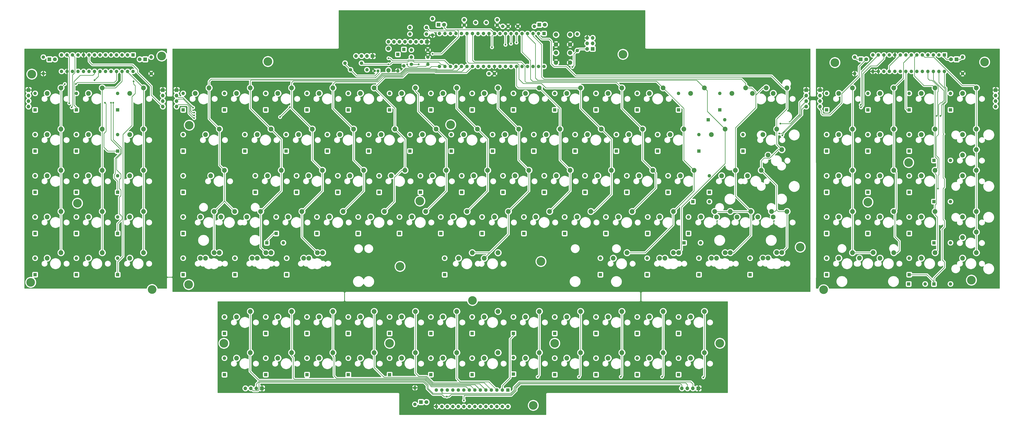
<source format=gbl>
G04 #@! TF.GenerationSoftware,KiCad,Pcbnew,(5.1.4)-1*
G04 #@! TF.CreationDate,2020-01-12T23:34:09+01:00*
G04 #@! TF.ProjectId,svarog-keyboard,73766172-6f67-42d6-9b65-79626f617264,rev?*
G04 #@! TF.SameCoordinates,Original*
G04 #@! TF.FileFunction,Copper,L2,Bot*
G04 #@! TF.FilePolarity,Positive*
%FSLAX46Y46*%
G04 Gerber Fmt 4.6, Leading zero omitted, Abs format (unit mm)*
G04 Created by KiCad (PCBNEW (5.1.4)-1) date 2020-01-12 23:34:09*
%MOMM*%
%LPD*%
G04 APERTURE LIST*
%ADD10C,4.000000*%
%ADD11C,2.200000*%
%ADD12O,1.700000X1.700000*%
%ADD13R,1.700000X1.700000*%
%ADD14O,1.600000X1.600000*%
%ADD15R,1.600000X1.600000*%
%ADD16C,1.600000*%
%ADD17C,2.250000*%
%ADD18C,1.500000*%
%ADD19C,2.000000*%
%ADD20C,1.800000*%
%ADD21R,1.800000X1.800000*%
%ADD22C,1.200000*%
%ADD23R,1.200000X1.200000*%
%ADD24C,0.800000*%
%ADD25C,0.250000*%
%ADD26C,0.254000*%
G04 APERTURE END LIST*
D10*
X417195000Y-246507000D03*
X51308000Y-243078000D03*
X107315000Y-246380000D03*
X72898000Y-206502000D03*
X51816000Y-146812000D03*
X111760000Y-138430000D03*
X221742000Y-235712000D03*
X124206000Y-244094000D03*
X422402000Y-141478000D03*
X491490000Y-141224000D03*
X456438000Y-187706000D03*
X437642000Y-205994000D03*
X485394000Y-242062000D03*
X245110000Y-170180000D03*
X406400000Y-226822000D03*
X160782000Y-140970000D03*
X124460000Y-170434000D03*
X324612000Y-137668000D03*
X230886000Y-205486000D03*
X286766000Y-233426000D03*
X283210000Y-299974000D03*
X369316000Y-271272000D03*
X255143000Y-251460000D03*
X293116000Y-271272000D03*
X216916000Y-271272000D03*
X140462000Y-271272000D03*
D11*
X327304400Y-174752000D03*
X333654400Y-172212000D03*
D12*
X201422000Y-138430000D03*
X203962000Y-138430000D03*
X206502000Y-138430000D03*
D13*
X209042000Y-138430000D03*
D11*
X386816600Y-212877400D03*
X393166600Y-210337400D03*
X360603800Y-212852000D03*
X366953800Y-210312000D03*
X367766600Y-212852000D03*
X374116600Y-210312000D03*
X393954000Y-212852000D03*
X400304000Y-210312000D03*
X77978000Y-231902000D03*
X84328000Y-229362000D03*
X97028000Y-155702000D03*
X103378000Y-153162000D03*
X382054200Y-193804300D03*
X388404200Y-191264300D03*
X134391400Y-193802000D03*
X140741400Y-191262000D03*
X389204200Y-174752000D03*
X395554200Y-172212000D03*
X151079200Y-212852000D03*
X157429200Y-210312000D03*
X370154200Y-193802000D03*
X376504200Y-191262000D03*
X384391000Y-155717000D03*
X390741000Y-153177000D03*
X341566500Y-212864700D03*
X347916500Y-210324700D03*
X322516500Y-212864700D03*
X328866500Y-210324700D03*
X303466500Y-212852000D03*
X309816500Y-210312000D03*
X351078800Y-193802000D03*
X357428800Y-191262000D03*
X332016100Y-193802000D03*
X338366100Y-191262000D03*
X365404400Y-174752000D03*
X371754400Y-172212000D03*
X346354400Y-174752000D03*
X352704400Y-172212000D03*
X393954000Y-155702000D03*
X400304000Y-153162000D03*
X374904000Y-155702000D03*
X381254000Y-153162000D03*
X355854000Y-155702000D03*
X362204000Y-153162000D03*
X336804000Y-155702000D03*
X343154000Y-153162000D03*
X317754000Y-155702000D03*
X324104000Y-153162000D03*
X298704000Y-155702000D03*
X305054000Y-153162000D03*
X279654000Y-155702000D03*
X286004000Y-153162000D03*
X260604000Y-155702000D03*
X266954000Y-153162000D03*
X241554000Y-155702000D03*
X247904000Y-153162000D03*
X222504000Y-155702000D03*
X228854000Y-153162000D03*
X203454000Y-155702000D03*
X209804000Y-153162000D03*
X184404000Y-155702000D03*
X190754000Y-153162000D03*
X165354000Y-155702000D03*
X171704000Y-153162000D03*
X146304000Y-155702000D03*
X152654000Y-153162000D03*
D14*
X472948000Y-145542000D03*
X439928000Y-137922000D03*
X470408000Y-145542000D03*
X442468000Y-137922000D03*
X467868000Y-145542000D03*
X445008000Y-137922000D03*
X465328000Y-145542000D03*
X447548000Y-137922000D03*
X462788000Y-145542000D03*
X450088000Y-137922000D03*
X460248000Y-145542000D03*
X452628000Y-137922000D03*
X457708000Y-145542000D03*
X455168000Y-137922000D03*
X455168000Y-145542000D03*
X457708000Y-137922000D03*
X452628000Y-145542000D03*
X460248000Y-137922000D03*
X450088000Y-145542000D03*
X462788000Y-137922000D03*
X447548000Y-145542000D03*
X465328000Y-137922000D03*
X445008000Y-145542000D03*
X467868000Y-137922000D03*
X442468000Y-145542000D03*
X470408000Y-137922000D03*
X439928000Y-145542000D03*
D15*
X472948000Y-137922000D03*
D14*
X288163000Y-143256000D03*
X239903000Y-128016000D03*
X285623000Y-143256000D03*
X242443000Y-128016000D03*
X283083000Y-143256000D03*
X244983000Y-128016000D03*
X280543000Y-143256000D03*
X247523000Y-128016000D03*
X278003000Y-143256000D03*
X250063000Y-128016000D03*
X275463000Y-143256000D03*
X252603000Y-128016000D03*
X272923000Y-143256000D03*
X255143000Y-128016000D03*
X270383000Y-143256000D03*
X257683000Y-128016000D03*
X267843000Y-143256000D03*
X260223000Y-128016000D03*
X265303000Y-143256000D03*
X262763000Y-128016000D03*
X262763000Y-143256000D03*
X265303000Y-128016000D03*
X260223000Y-143256000D03*
X267843000Y-128016000D03*
X257683000Y-143256000D03*
X270383000Y-128016000D03*
X255143000Y-143256000D03*
X272923000Y-128016000D03*
X252603000Y-143256000D03*
X275463000Y-128016000D03*
X250063000Y-143256000D03*
X278003000Y-128016000D03*
X247523000Y-143256000D03*
X280543000Y-128016000D03*
X244983000Y-143256000D03*
X283083000Y-128016000D03*
X242443000Y-143256000D03*
X285623000Y-128016000D03*
X239903000Y-143256000D03*
D15*
X288163000Y-128016000D03*
D14*
X106934000Y-138938000D03*
D16*
X106934000Y-146558000D03*
D14*
X481330000Y-138938000D03*
D16*
X481330000Y-146558000D03*
D14*
X283718000Y-124714000D03*
D16*
X276098000Y-124714000D03*
D14*
X359664000Y-231902000D03*
D15*
X359664000Y-239522000D03*
D12*
X415544000Y-161798000D03*
X415544000Y-159258000D03*
X415544000Y-156718000D03*
D13*
X415544000Y-154178000D03*
D12*
X112268000Y-161798000D03*
X112268000Y-159258000D03*
X112268000Y-156718000D03*
D13*
X112268000Y-154178000D03*
D12*
X351790000Y-292100000D03*
X354330000Y-292100000D03*
X356870000Y-292100000D03*
D13*
X359410000Y-292100000D03*
D12*
X409194000Y-161798000D03*
X409194000Y-159258000D03*
X409194000Y-156718000D03*
D13*
X409194000Y-154178000D03*
D17*
X266954000Y-229387400D03*
X260604000Y-231927400D03*
D11*
X389191500Y-231889300D03*
X395541500Y-229349300D03*
X481330000Y-174752000D03*
X487680000Y-172212000D03*
X424180000Y-231902000D03*
X430530000Y-229362000D03*
X481330000Y-231902000D03*
X487680000Y-229362000D03*
X462280000Y-231902000D03*
X468630000Y-229362000D03*
X433717600Y-231891600D03*
X440067600Y-229351600D03*
X481319600Y-222364400D03*
X487669600Y-219824400D03*
X462280000Y-212852000D03*
X468630000Y-210312000D03*
X365391700Y-231914700D03*
X371741700Y-229374700D03*
X155854400Y-231927400D03*
X162204400Y-229387400D03*
X132016500Y-231902000D03*
X138366500Y-229362000D03*
X179654200Y-231902000D03*
X186004200Y-229362000D03*
X77978000Y-155702000D03*
X84328000Y-153162000D03*
X58928000Y-155702000D03*
X65278000Y-153162000D03*
X341566500Y-231927400D03*
X347916500Y-229387400D03*
D14*
X360426000Y-224790000D03*
D15*
X352806000Y-224790000D03*
D14*
X475742000Y-243840000D03*
D15*
X468122000Y-243840000D03*
D14*
X456692000Y-231902000D03*
D15*
X456692000Y-239522000D03*
D14*
X91440000Y-155702000D03*
D15*
X91440000Y-163322000D03*
D14*
X72390000Y-155702000D03*
D15*
X72390000Y-163322000D03*
D14*
X53340000Y-155702000D03*
D15*
X53340000Y-163322000D03*
D12*
X496570000Y-161798000D03*
X496570000Y-159258000D03*
X496570000Y-156718000D03*
D13*
X496570000Y-154178000D03*
D12*
X50292000Y-161798000D03*
X50292000Y-159258000D03*
X50292000Y-156718000D03*
D13*
X50292000Y-154178000D03*
D12*
X150368000Y-292100000D03*
X152908000Y-292100000D03*
X155448000Y-292100000D03*
D13*
X157988000Y-292100000D03*
D12*
X118618000Y-161798000D03*
X118618000Y-159258000D03*
X118618000Y-156718000D03*
D13*
X118618000Y-154178000D03*
D12*
X216408000Y-131826000D03*
X218948000Y-131826000D03*
X221488000Y-131826000D03*
X224028000Y-131826000D03*
X226568000Y-131826000D03*
X229108000Y-131826000D03*
X231648000Y-131826000D03*
D13*
X234188000Y-131826000D03*
D12*
X308102000Y-130048000D03*
X310642000Y-130048000D03*
X308102000Y-132588000D03*
X310642000Y-132588000D03*
X308102000Y-135128000D03*
D13*
X310642000Y-135128000D03*
D18*
X261493000Y-122936000D03*
X256613000Y-122936000D03*
D14*
X98552000Y-145542000D03*
X65532000Y-137922000D03*
X96012000Y-145542000D03*
X68072000Y-137922000D03*
X93472000Y-145542000D03*
X70612000Y-137922000D03*
X90932000Y-145542000D03*
X73152000Y-137922000D03*
X88392000Y-145542000D03*
X75692000Y-137922000D03*
X85852000Y-145542000D03*
X78232000Y-137922000D03*
X83312000Y-145542000D03*
X80772000Y-137922000D03*
X80772000Y-145542000D03*
X83312000Y-137922000D03*
X78232000Y-145542000D03*
X85852000Y-137922000D03*
X75692000Y-145542000D03*
X88392000Y-137922000D03*
X73152000Y-145542000D03*
X90932000Y-137922000D03*
X70612000Y-145542000D03*
X93472000Y-137922000D03*
X68072000Y-145542000D03*
X96012000Y-137922000D03*
X65532000Y-145542000D03*
D15*
X98552000Y-137922000D03*
D14*
X271526000Y-300482000D03*
X238506000Y-292862000D03*
X268986000Y-300482000D03*
X241046000Y-292862000D03*
X266446000Y-300482000D03*
X243586000Y-292862000D03*
X263906000Y-300482000D03*
X246126000Y-292862000D03*
X261366000Y-300482000D03*
X248666000Y-292862000D03*
X258826000Y-300482000D03*
X251206000Y-292862000D03*
X256286000Y-300482000D03*
X253746000Y-292862000D03*
X253746000Y-300482000D03*
X256286000Y-292862000D03*
X251206000Y-300482000D03*
X258826000Y-292862000D03*
X248666000Y-300482000D03*
X261366000Y-292862000D03*
X246126000Y-300482000D03*
X263906000Y-292862000D03*
X243586000Y-300482000D03*
X266446000Y-292862000D03*
X241046000Y-300482000D03*
X268986000Y-292862000D03*
X238506000Y-300482000D03*
D15*
X271526000Y-292862000D03*
D19*
X293728000Y-133096000D03*
X293728000Y-128596000D03*
X300228000Y-133096000D03*
X300228000Y-128596000D03*
X293728000Y-141478000D03*
X293728000Y-136978000D03*
X300228000Y-141478000D03*
X300228000Y-136978000D03*
D14*
X203962000Y-141732000D03*
D16*
X196342000Y-141732000D03*
D14*
X206502000Y-144780000D03*
D16*
X198882000Y-144780000D03*
D14*
X431546000Y-146558000D03*
D16*
X431546000Y-138938000D03*
D14*
X57150000Y-146558000D03*
D16*
X57150000Y-138938000D03*
D14*
X228600000Y-291846000D03*
D16*
X228600000Y-299466000D03*
D14*
X226949000Y-138938000D03*
D16*
X234569000Y-138938000D03*
D14*
X226949000Y-135636000D03*
D16*
X234569000Y-135636000D03*
D14*
X234569000Y-142240000D03*
D16*
X226949000Y-142240000D03*
D14*
X226314000Y-128270000D03*
D16*
X233934000Y-128270000D03*
D14*
X226314000Y-125222000D03*
D16*
X233934000Y-125222000D03*
D14*
X236728000Y-128778000D03*
D16*
X236728000Y-121158000D03*
D14*
X303530000Y-128270000D03*
D16*
X303530000Y-135890000D03*
D20*
X288544000Y-123952000D03*
D21*
X286004000Y-123952000D03*
D20*
X101600000Y-139954000D03*
D21*
X104140000Y-139954000D03*
D20*
X475996000Y-139954000D03*
D21*
X478536000Y-139954000D03*
D20*
X436880000Y-139954000D03*
D21*
X434340000Y-139954000D03*
D20*
X62484000Y-139954000D03*
D21*
X59944000Y-139954000D03*
D20*
X233934000Y-298450000D03*
D21*
X231394000Y-298450000D03*
D20*
X242062000Y-123952000D03*
D21*
X239522000Y-123952000D03*
D11*
X170116500Y-212852000D03*
X176466500Y-210312000D03*
X251104400Y-174752000D03*
X257454400Y-172212000D03*
X189141100Y-212852000D03*
X195491100Y-210312000D03*
X174879000Y-174752000D03*
X181229000Y-172212000D03*
X227253800Y-212852000D03*
X233603800Y-210312000D03*
X270154400Y-174752000D03*
X276504400Y-172212000D03*
X232054400Y-174752000D03*
X238404400Y-172212000D03*
X179603400Y-193802000D03*
X185953400Y-191262000D03*
X213004400Y-174752000D03*
X219354400Y-172212000D03*
X155829000Y-174752000D03*
X162179000Y-172212000D03*
X308254400Y-174752000D03*
X314604400Y-172212000D03*
X265366500Y-212864700D03*
X271716500Y-210324700D03*
X284416500Y-212852000D03*
X290766500Y-210312000D03*
X312953400Y-193802000D03*
X319303400Y-191262000D03*
X293903400Y-193802000D03*
X300253400Y-191262000D03*
X274853400Y-193802000D03*
X281203400Y-191262000D03*
X289204400Y-174752000D03*
X295554400Y-172212000D03*
X255803400Y-193814700D03*
X262153400Y-191274700D03*
X236740700Y-193814700D03*
X243090700Y-191274700D03*
X217665300Y-193802000D03*
X224015300Y-191262000D03*
X193954400Y-174752000D03*
X200304400Y-172212000D03*
X198628000Y-193802000D03*
X204978000Y-191262000D03*
X208203800Y-212852000D03*
X214553800Y-210312000D03*
X246316500Y-212852000D03*
X252666500Y-210312000D03*
X160578800Y-193802000D03*
X166928800Y-191262000D03*
X132029200Y-174752000D03*
X138379200Y-172212000D03*
X248716900Y-231927400D03*
X255066900Y-229387400D03*
X377291600Y-212877400D03*
X383641600Y-210337400D03*
X391566400Y-231889300D03*
X397916400Y-229349300D03*
X320141600Y-231927400D03*
X326491600Y-229387400D03*
X481330000Y-212852000D03*
X487680000Y-210312000D03*
X443230000Y-231902000D03*
X449580000Y-229362000D03*
X443230000Y-212852000D03*
X449580000Y-210312000D03*
X424180000Y-212852000D03*
X430530000Y-210312000D03*
X481330000Y-193802000D03*
X487680000Y-191262000D03*
X462280000Y-193802000D03*
X468630000Y-191262000D03*
X443230000Y-193802000D03*
X449580000Y-191262000D03*
X424180000Y-193802000D03*
X430530000Y-191262000D03*
X481330000Y-184251600D03*
X487680000Y-181711600D03*
X462280000Y-174752000D03*
X468630000Y-172212000D03*
X443230000Y-174752000D03*
X449580000Y-172212000D03*
X424180000Y-174752000D03*
X430530000Y-172212000D03*
X481330000Y-155702000D03*
X487680000Y-153162000D03*
X462280000Y-155702000D03*
X468630000Y-153162000D03*
X443230000Y-155702000D03*
X449580000Y-153162000D03*
X424180000Y-155702000D03*
X430530000Y-153162000D03*
X367766600Y-231902000D03*
X374116600Y-229362000D03*
X153466800Y-231902000D03*
X159816800Y-229362000D03*
X129641600Y-212864700D03*
X135991600Y-210324700D03*
X139141300Y-212852000D03*
X145491300Y-210312000D03*
X129641600Y-231902000D03*
X135991600Y-229362000D03*
X177266600Y-231927400D03*
X183616600Y-229387400D03*
X97028000Y-231902000D03*
X103378000Y-229362000D03*
X58928000Y-231902000D03*
X65278000Y-229362000D03*
X97028000Y-212852000D03*
X103378000Y-210312000D03*
X77978000Y-212852000D03*
X84328000Y-210312000D03*
X58928000Y-212852000D03*
X65278000Y-210312000D03*
X97028000Y-193802000D03*
X103378000Y-191262000D03*
X77978000Y-193802000D03*
X84328000Y-191262000D03*
X58928000Y-193802000D03*
X65278000Y-191262000D03*
X97028000Y-174752000D03*
X103378000Y-172212000D03*
X77978000Y-174752000D03*
X84328000Y-172212000D03*
X58928000Y-174752000D03*
X65278000Y-172212000D03*
X343979500Y-231927400D03*
X350329500Y-229387400D03*
X355854000Y-259080000D03*
X362204000Y-256540000D03*
X336804000Y-259080000D03*
X343154000Y-256540000D03*
X317754000Y-259080000D03*
X324104000Y-256540000D03*
X298704000Y-259080000D03*
X305054000Y-256540000D03*
X279654000Y-259080000D03*
X286004000Y-256540000D03*
X260604000Y-259080000D03*
X266954000Y-256540000D03*
X241554000Y-259080000D03*
X247904000Y-256540000D03*
X222504000Y-259080000D03*
X228854000Y-256540000D03*
X203454000Y-259080000D03*
X209804000Y-256540000D03*
X184404000Y-259080000D03*
X190754000Y-256540000D03*
X165354000Y-259080000D03*
X171704000Y-256540000D03*
X146304000Y-259080000D03*
X152654000Y-256540000D03*
X355854000Y-278130000D03*
X362204000Y-275590000D03*
X336804000Y-278130000D03*
X343154000Y-275590000D03*
X317754000Y-278130000D03*
X324104000Y-275590000D03*
X298704000Y-278130000D03*
X305054000Y-275590000D03*
X279654000Y-278130000D03*
X286004000Y-275590000D03*
X260604000Y-278130000D03*
X266954000Y-275590000D03*
X241554000Y-278130000D03*
X247904000Y-275590000D03*
X222504000Y-278130000D03*
X228854000Y-275590000D03*
X203454000Y-278130000D03*
X209804000Y-275590000D03*
X184404000Y-278130000D03*
X190754000Y-275590000D03*
X165354000Y-278130000D03*
X171704000Y-275590000D03*
X146304000Y-278130000D03*
X152654000Y-275590000D03*
X127254000Y-155702000D03*
X133604000Y-153162000D03*
X397929100Y-181737000D03*
X391579100Y-184277000D03*
D19*
X216408000Y-135034000D03*
X216408000Y-145034000D03*
D14*
X223520000Y-143002000D03*
D15*
X223520000Y-135382000D03*
D14*
X220726000Y-145288000D03*
D15*
X220726000Y-137668000D03*
D14*
X164592000Y-212852000D03*
D15*
X164592000Y-220472000D03*
D14*
X245364000Y-174752000D03*
D15*
X245364000Y-182372000D03*
D14*
X183388000Y-212852000D03*
D15*
X183388000Y-220472000D03*
D14*
X169164000Y-174752000D03*
D15*
X169164000Y-182372000D03*
D14*
X221488000Y-212852000D03*
D15*
X221488000Y-220472000D03*
D14*
X264414000Y-174752000D03*
D15*
X264414000Y-182372000D03*
D14*
X226314000Y-174752000D03*
D15*
X226314000Y-182372000D03*
D14*
X173990000Y-193802000D03*
D15*
X173990000Y-201422000D03*
D14*
X207264000Y-174752000D03*
D15*
X207264000Y-182372000D03*
D14*
X150114000Y-174752000D03*
D15*
X150114000Y-182372000D03*
D14*
X321564000Y-174752000D03*
D15*
X321564000Y-182372000D03*
D14*
X302514000Y-174752000D03*
D15*
X302514000Y-182372000D03*
D14*
X259588000Y-212852000D03*
D15*
X259588000Y-220472000D03*
D14*
X278892000Y-212852000D03*
D15*
X278892000Y-220472000D03*
D14*
X307086000Y-193802000D03*
D15*
X307086000Y-201422000D03*
D14*
X288290000Y-193802000D03*
D15*
X288290000Y-201422000D03*
D14*
X269240000Y-193802000D03*
D15*
X269240000Y-201422000D03*
D14*
X283464000Y-174752000D03*
D15*
X283464000Y-182372000D03*
D14*
X250190000Y-193802000D03*
D15*
X250190000Y-201422000D03*
D14*
X231140000Y-193802000D03*
D15*
X231140000Y-201422000D03*
D14*
X212090000Y-193802000D03*
D15*
X212090000Y-201422000D03*
D14*
X188214000Y-174752000D03*
D15*
X188214000Y-182372000D03*
D14*
X193040000Y-193802000D03*
D15*
X193040000Y-201422000D03*
D14*
X202438000Y-212852000D03*
D15*
X202438000Y-220472000D03*
D14*
X240538000Y-212852000D03*
D15*
X240538000Y-220472000D03*
D14*
X154940000Y-193802000D03*
D15*
X154940000Y-201422000D03*
D14*
X121666000Y-174752000D03*
D15*
X121666000Y-182372000D03*
D14*
X242316000Y-231902000D03*
D15*
X242316000Y-239522000D03*
X354838000Y-220472000D03*
D14*
X354838000Y-212852000D03*
X383286000Y-231902000D03*
D15*
X383286000Y-239522000D03*
D14*
X314198000Y-231902000D03*
D15*
X314198000Y-239522000D03*
D14*
X464058000Y-243840000D03*
D15*
X456438000Y-243840000D03*
D14*
X418592000Y-231902000D03*
D15*
X418592000Y-239522000D03*
D14*
X475742000Y-224790000D03*
D15*
X468122000Y-224790000D03*
D14*
X456692000Y-212852000D03*
D15*
X456692000Y-220472000D03*
D14*
X437642000Y-212852000D03*
D15*
X437642000Y-220472000D03*
D14*
X418592000Y-212852000D03*
D15*
X418592000Y-220472000D03*
D14*
X475742000Y-205740000D03*
D15*
X468122000Y-205740000D03*
D14*
X456692000Y-193802000D03*
D15*
X456692000Y-201422000D03*
D14*
X437642000Y-193802000D03*
D15*
X437642000Y-201422000D03*
D14*
X418592000Y-193802000D03*
D15*
X418592000Y-201422000D03*
D14*
X475742000Y-186690000D03*
D15*
X468122000Y-186690000D03*
D14*
X456692000Y-174752000D03*
D15*
X456692000Y-182372000D03*
D14*
X437642000Y-174752000D03*
D15*
X437642000Y-182372000D03*
D14*
X418592000Y-174752000D03*
D15*
X418592000Y-182372000D03*
D14*
X475742000Y-155702000D03*
D15*
X475742000Y-163322000D03*
D14*
X456692000Y-155702000D03*
D15*
X456692000Y-163322000D03*
D14*
X437642000Y-155702000D03*
D15*
X437642000Y-163322000D03*
D14*
X418592000Y-155702000D03*
D15*
X418592000Y-163322000D03*
D14*
X145542000Y-231902000D03*
D15*
X145542000Y-239522000D03*
D14*
X121666000Y-212852000D03*
D15*
X121666000Y-220472000D03*
D14*
X121666000Y-231902000D03*
D15*
X121666000Y-239522000D03*
D14*
X169418000Y-231902000D03*
D15*
X169418000Y-239522000D03*
D14*
X91440000Y-231902000D03*
D15*
X91440000Y-239522000D03*
D14*
X72390000Y-231902000D03*
D15*
X72390000Y-239522000D03*
D14*
X53340000Y-231902000D03*
D15*
X53340000Y-239522000D03*
D14*
X91440000Y-212852000D03*
D15*
X91440000Y-220472000D03*
D14*
X72390000Y-212852000D03*
D15*
X72390000Y-220472000D03*
D14*
X53340000Y-212852000D03*
D15*
X53340000Y-220472000D03*
D14*
X91440000Y-193802000D03*
D15*
X91440000Y-201422000D03*
D14*
X72390000Y-193802000D03*
D15*
X72390000Y-201422000D03*
D14*
X53340000Y-193802000D03*
D15*
X53340000Y-201422000D03*
D14*
X91440000Y-174752000D03*
D15*
X91440000Y-182372000D03*
D14*
X72390000Y-174752000D03*
D15*
X72390000Y-182372000D03*
D14*
X53340000Y-174752000D03*
D15*
X53340000Y-182372000D03*
D14*
X335788000Y-231902000D03*
D15*
X335788000Y-239522000D03*
D14*
X350266000Y-259080000D03*
D15*
X350266000Y-266700000D03*
D14*
X331216000Y-259080000D03*
D15*
X331216000Y-266700000D03*
D14*
X312166000Y-259080000D03*
D15*
X312166000Y-266700000D03*
D14*
X293116000Y-259080000D03*
D15*
X293116000Y-266700000D03*
D14*
X274066000Y-259080000D03*
D15*
X274066000Y-266700000D03*
D14*
X255016000Y-259080000D03*
D15*
X255016000Y-266700000D03*
D14*
X235966000Y-259080000D03*
D15*
X235966000Y-266700000D03*
D14*
X216916000Y-259080000D03*
D15*
X216916000Y-266700000D03*
D14*
X197866000Y-259080000D03*
D15*
X197866000Y-266700000D03*
D14*
X178816000Y-259080000D03*
D15*
X178816000Y-266700000D03*
D14*
X159766000Y-259080000D03*
D15*
X159766000Y-266700000D03*
D14*
X140716000Y-259080000D03*
D15*
X140716000Y-266700000D03*
D14*
X350266000Y-278130000D03*
D15*
X350266000Y-285750000D03*
D14*
X331216000Y-278130000D03*
D15*
X331216000Y-285750000D03*
D14*
X312166000Y-278130000D03*
D15*
X312166000Y-285750000D03*
D14*
X293116000Y-278130000D03*
D15*
X293116000Y-285750000D03*
D14*
X274066000Y-277876000D03*
D15*
X274066000Y-285496000D03*
D14*
X255016000Y-278130000D03*
D15*
X255016000Y-285750000D03*
D14*
X235966000Y-278130000D03*
D15*
X235966000Y-285750000D03*
D14*
X216916000Y-278130000D03*
D15*
X216916000Y-285750000D03*
D14*
X197866000Y-278130000D03*
D15*
X197866000Y-285750000D03*
D14*
X178816000Y-278130000D03*
D15*
X178816000Y-285750000D03*
D14*
X159766000Y-278130000D03*
D15*
X159766000Y-285750000D03*
D14*
X140716000Y-278130000D03*
D15*
X140716000Y-285750000D03*
D14*
X121666000Y-155702000D03*
D15*
X121666000Y-163322000D03*
D14*
X364490000Y-205740000D03*
D15*
X356870000Y-205740000D03*
D14*
X121666000Y-193802000D03*
D15*
X121666000Y-201422000D03*
D14*
X379984000Y-174752000D03*
D15*
X379984000Y-182372000D03*
D14*
X371602000Y-167894000D03*
D15*
X363982000Y-167894000D03*
D14*
X167894000Y-224790000D03*
D15*
X160274000Y-224790000D03*
X364490000Y-201422000D03*
D14*
X364490000Y-193802000D03*
X336042000Y-212852000D03*
D15*
X336042000Y-220472000D03*
D14*
X316738000Y-212852000D03*
D15*
X316738000Y-220472000D03*
D14*
X297688000Y-212852000D03*
D15*
X297688000Y-220472000D03*
D14*
X345440000Y-193802000D03*
D15*
X345440000Y-201422000D03*
D14*
X326390000Y-193802000D03*
D15*
X326390000Y-201422000D03*
D14*
X359664000Y-174752000D03*
D15*
X359664000Y-182372000D03*
D14*
X340614000Y-174752000D03*
D15*
X340614000Y-182372000D03*
D14*
X369316000Y-155702000D03*
D15*
X369316000Y-163322000D03*
D14*
X350266000Y-155702000D03*
D15*
X350266000Y-163322000D03*
D14*
X331216000Y-155702000D03*
D15*
X331216000Y-163322000D03*
D14*
X312166000Y-155702000D03*
D15*
X312166000Y-163322000D03*
D14*
X293116000Y-155702000D03*
D15*
X293116000Y-163322000D03*
D14*
X274066000Y-155702000D03*
D15*
X274066000Y-163322000D03*
D14*
X255016000Y-155702000D03*
D15*
X255016000Y-163322000D03*
D14*
X235966000Y-155702000D03*
D15*
X235966000Y-163322000D03*
D14*
X216916000Y-155702000D03*
D15*
X216916000Y-163322000D03*
D14*
X197866000Y-155702000D03*
D15*
X197866000Y-163322000D03*
D14*
X178816000Y-155702000D03*
D15*
X178816000Y-163322000D03*
D14*
X159766000Y-155702000D03*
D15*
X159766000Y-163322000D03*
D14*
X140716000Y-155702000D03*
D15*
X140716000Y-163322000D03*
D16*
X271613000Y-124714000D03*
X269113000Y-124714000D03*
X265263000Y-146558000D03*
X262763000Y-146558000D03*
D22*
X210082000Y-145288000D03*
D23*
X211582000Y-145288000D03*
D16*
X266573000Y-124166000D03*
X266573000Y-121666000D03*
X251333000Y-124166000D03*
X251333000Y-121666000D03*
D24*
X126746000Y-167132000D03*
X251206000Y-297688000D03*
X398145000Y-175133000D03*
X301244000Y-143510000D03*
X264160000Y-134366000D03*
X236728000Y-137414000D03*
X230378000Y-142240000D03*
X80772000Y-149606000D03*
X85598000Y-160020000D03*
X88392000Y-160020000D03*
X67056000Y-151384000D03*
X72136000Y-151384000D03*
X98806000Y-150114000D03*
X469392000Y-166116000D03*
X469994999Y-199803001D03*
X471170000Y-166116000D03*
X225044000Y-142240000D03*
X275463000Y-132207000D03*
X270383000Y-133223000D03*
X272923000Y-132715000D03*
X434449001Y-162196999D03*
X70213001Y-162196999D03*
X243332000Y-295910000D03*
X126746000Y-165862000D03*
X396748000Y-174244000D03*
X216408000Y-142240000D03*
X170942000Y-162052000D03*
X166370000Y-166624000D03*
X434340000Y-161036000D03*
X69088000Y-160274000D03*
X126746000Y-164592000D03*
X397256000Y-169672000D03*
X216408000Y-139446000D03*
X126238000Y-162306000D03*
X285242000Y-286766000D03*
X304292000Y-286766000D03*
X323596000Y-286766000D03*
X342646000Y-286766000D03*
X361696000Y-287020000D03*
X89408000Y-160020000D03*
D25*
X433578000Y-143256000D02*
X436880000Y-139954000D01*
X425605001Y-155800999D02*
X433578000Y-147828000D01*
X425605001Y-160118999D02*
X425605001Y-155800999D01*
X415544000Y-161798000D02*
X415544000Y-163000081D01*
X416306000Y-163762081D02*
X416306000Y-165100000D01*
X416306000Y-165100000D02*
X416814000Y-165608000D01*
X433578000Y-147828000D02*
X433578000Y-143256000D01*
X416814000Y-165608000D02*
X420116000Y-165608000D01*
X415544000Y-163000081D02*
X416306000Y-163762081D01*
X420116000Y-165608000D02*
X425605001Y-160118999D01*
X447548000Y-143002000D02*
X447548000Y-145542000D01*
X452628000Y-137922000D02*
X447548000Y-143002000D01*
X78232000Y-140970000D02*
X78232000Y-137922000D01*
X79756000Y-142494000D02*
X78232000Y-140970000D01*
X106934000Y-156464000D02*
X106934000Y-152400000D01*
X112268000Y-161798000D02*
X106934000Y-156464000D01*
X106934000Y-152400000D02*
X100584000Y-146050000D01*
X100584000Y-146050000D02*
X100584000Y-144780000D01*
X100584000Y-144780000D02*
X98298000Y-142494000D01*
X98298000Y-142494000D02*
X79756000Y-142494000D01*
X119467999Y-160948001D02*
X123607181Y-160948001D01*
X118618000Y-161798000D02*
X119467999Y-160948001D01*
X123607181Y-160948001D02*
X124321980Y-161662800D01*
X124321980Y-164730020D02*
X124321980Y-164961980D01*
X124321980Y-161662800D02*
X124321980Y-164730020D01*
X124321980Y-164961980D02*
X125984000Y-166624000D01*
X125984000Y-166624000D02*
X126238000Y-166878000D01*
X126238000Y-166878000D02*
X126492000Y-167132000D01*
X126492000Y-167132000D02*
X126746000Y-167132000D01*
X126746000Y-167132000D02*
X126746000Y-167132000D01*
X351790000Y-290576000D02*
X351790000Y-292100000D01*
X351224010Y-290010010D02*
X351790000Y-290576000D01*
X251206000Y-295656000D02*
X251517990Y-295344010D01*
X251206000Y-297688000D02*
X251206000Y-295656000D01*
X251517990Y-295344010D02*
X273110811Y-295344009D01*
X273110811Y-295344009D02*
X275336000Y-293118820D01*
X275336000Y-293118820D02*
X275336000Y-291974410D01*
X277300400Y-290010010D02*
X351224010Y-290010010D01*
X275336000Y-291974410D02*
X277300400Y-290010010D01*
X264503001Y-127216001D02*
X265303000Y-128016000D01*
X263525000Y-126238000D02*
X264503001Y-127216001D01*
X243075208Y-126238000D02*
X263525000Y-126238000D01*
X242062000Y-123952000D02*
X242062000Y-125224792D01*
X242062000Y-125224792D02*
X243075208Y-126238000D01*
X408432000Y-161798000D02*
X409194000Y-161798000D01*
X407162000Y-163068000D02*
X408432000Y-161798000D01*
X407162000Y-165608000D02*
X407162000Y-163068000D01*
X398544999Y-174225001D02*
X407162000Y-165608000D01*
X398145000Y-175133000D02*
X398544999Y-174733001D01*
X398544999Y-174733001D02*
X398544999Y-174225001D01*
X304292000Y-135128000D02*
X303530000Y-135890000D01*
X308102000Y-135128000D02*
X304292000Y-135128000D01*
X303530000Y-135890000D02*
X302006000Y-137414000D01*
X302006000Y-137414000D02*
X302006000Y-142748000D01*
X302006000Y-142748000D02*
X301244000Y-143510000D01*
X301244000Y-143510000D02*
X301244000Y-143510000D01*
X264160000Y-129159000D02*
X265303000Y-128016000D01*
X264160000Y-134366000D02*
X264160000Y-129159000D01*
X243075208Y-126238000D02*
X248158000Y-126238000D01*
X248158000Y-126238000D02*
X248666000Y-126746000D01*
X248666000Y-126746000D02*
X248666000Y-128538002D01*
X248666000Y-128538002D02*
X248666000Y-129540000D01*
X248666000Y-129540000D02*
X247650000Y-130556000D01*
X247650000Y-130556000D02*
X240792000Y-137414000D01*
X240792000Y-137414000D02*
X236728000Y-137414000D01*
X236728000Y-137414000D02*
X236728000Y-137414000D01*
X229812315Y-142240000D02*
X226949000Y-142240000D01*
X230378000Y-142240000D02*
X229812315Y-142240000D01*
X211582000Y-146138000D02*
X210146000Y-147574000D01*
X211582000Y-145288000D02*
X211582000Y-146138000D01*
X201676000Y-147574000D02*
X198882000Y-144780000D01*
X210146000Y-147574000D02*
X201676000Y-147574000D01*
X196342000Y-142240000D02*
X196342000Y-141732000D01*
X198882000Y-144780000D02*
X196342000Y-142240000D01*
X163542000Y-220472000D02*
X164592000Y-220472000D01*
X160274000Y-223740000D02*
X163542000Y-220472000D01*
X160274000Y-224790000D02*
X160274000Y-223740000D01*
X274066000Y-267750000D02*
X272542000Y-269274000D01*
X274066000Y-266700000D02*
X274066000Y-267750000D01*
X272542000Y-269274000D02*
X272542000Y-287274000D01*
X272542000Y-287274000D02*
X268986000Y-290830000D01*
X268986000Y-290830000D02*
X268986000Y-292862000D01*
X80772000Y-146558000D02*
X80772000Y-145542000D01*
X72390000Y-162272000D02*
X71264999Y-161146999D01*
X72390000Y-163322000D02*
X72390000Y-162272000D01*
X71264999Y-161146999D02*
X71264999Y-150223001D01*
X71264999Y-150223001D02*
X74168000Y-147320000D01*
X74168000Y-147320000D02*
X80010000Y-147320000D01*
X80010000Y-147320000D02*
X80772000Y-146558000D01*
X82512001Y-146341999D02*
X82512001Y-147865999D01*
X83312000Y-145542000D02*
X82512001Y-146341999D01*
X82512001Y-147865999D02*
X80772000Y-149606000D01*
X80772000Y-149606000D02*
X80772000Y-149606000D01*
X86106000Y-160528000D02*
X85598000Y-160020000D01*
X86106000Y-173228000D02*
X86106000Y-160528000D01*
X85090000Y-174244000D02*
X86106000Y-173228000D01*
X85090000Y-180594000D02*
X85090000Y-174244000D01*
X91440000Y-182372000D02*
X86868000Y-182372000D01*
X86868000Y-182372000D02*
X85090000Y-180594000D01*
X91440000Y-196342000D02*
X91440000Y-201422000D01*
X89916000Y-194818000D02*
X91440000Y-196342000D01*
X89916000Y-193294000D02*
X89916000Y-194818000D01*
X88392000Y-177138998D02*
X92710000Y-181456998D01*
X92710000Y-181456998D02*
X92710000Y-183388000D01*
X92710000Y-183388000D02*
X90314999Y-185783001D01*
X90314999Y-185783001D02*
X90314999Y-192895001D01*
X90314999Y-192895001D02*
X89916000Y-193294000D01*
X88392000Y-160020000D02*
X88392000Y-177138998D01*
X65278000Y-153162000D02*
X65278000Y-229362000D01*
X65278000Y-153162000D02*
X66377999Y-152062001D01*
X66377999Y-152062001D02*
X67056000Y-151384000D01*
X67056000Y-151384000D02*
X67056000Y-151384000D01*
X72136000Y-151384000D02*
X72898000Y-150622000D01*
X72898000Y-150622000D02*
X89916000Y-150622000D01*
X90932000Y-149606000D02*
X90932000Y-145542000D01*
X89916000Y-150622000D02*
X90932000Y-149606000D01*
X98806000Y-151384000D02*
X98806000Y-151384000D01*
X93922010Y-231084992D02*
X91440000Y-233567002D01*
X91440000Y-233567002D02*
X91440000Y-239522000D01*
X98806000Y-151384000D02*
X99568000Y-152146000D01*
X98806000Y-150114000D02*
X98806000Y-151384000D01*
X99568000Y-152146000D02*
X99568000Y-155702000D01*
X99568000Y-155702000D02*
X98044000Y-157226000D01*
X93922010Y-174694010D02*
X93922010Y-231084992D01*
X98044000Y-157226000D02*
X98044000Y-170572020D01*
X98044000Y-170572020D02*
X93922010Y-174694010D01*
X455642000Y-163322000D02*
X456692000Y-163322000D01*
X455168000Y-162848000D02*
X455642000Y-163322000D01*
X455168000Y-145542000D02*
X455168000Y-162848000D01*
X470055001Y-152477999D02*
X467183002Y-149606000D01*
X470055001Y-154822997D02*
X470055001Y-152477999D01*
X469791999Y-155085999D02*
X470055001Y-154822997D01*
X469392000Y-166116000D02*
X469791999Y-165716001D01*
X469791999Y-165716001D02*
X469791999Y-155085999D01*
X467183002Y-149606000D02*
X466090000Y-149606000D01*
X465328000Y-148844000D02*
X465328000Y-145542000D01*
X466090000Y-149606000D02*
X465328000Y-148844000D01*
X467868000Y-145542000D02*
X467868000Y-149352000D01*
X467868000Y-149654588D02*
X472694000Y-154480588D01*
X467868000Y-149352000D02*
X467868000Y-149654588D01*
X472694000Y-154480588D02*
X472694000Y-158496000D01*
X472694000Y-158496000D02*
X472694000Y-159004000D01*
X472694000Y-159004000D02*
X471678000Y-160020000D01*
X471170000Y-160020000D02*
X470242009Y-160947991D01*
X471678000Y-160020000D02*
X471170000Y-160020000D01*
X470242009Y-160947991D02*
X470242009Y-174663991D01*
X469138000Y-175768000D02*
X469138000Y-184404000D01*
X470242009Y-174663991D02*
X469138000Y-175768000D01*
X470408000Y-185674000D02*
X470408000Y-193294000D01*
X469138000Y-184404000D02*
X470408000Y-185674000D01*
X469994999Y-193707001D02*
X469994999Y-199803001D01*
X470408000Y-193294000D02*
X469994999Y-193707001D01*
X469994999Y-199803001D02*
X469994999Y-199803001D01*
X471569999Y-165716001D02*
X471569999Y-161144001D01*
X471170000Y-166116000D02*
X471569999Y-165716001D01*
X471569999Y-161144001D02*
X473202000Y-159512000D01*
X473202000Y-159512000D02*
X473202000Y-153416000D01*
X473202000Y-153416000D02*
X470408000Y-150622000D01*
X470408000Y-150622000D02*
X470408000Y-145542000D01*
X464854000Y-239522000D02*
X468122000Y-242790000D01*
X456692000Y-239522000D02*
X464854000Y-239522000D01*
X468122000Y-242790000D02*
X468122000Y-243840000D01*
X472948000Y-236220000D02*
X468122000Y-241046000D01*
X472948000Y-233680000D02*
X472948000Y-236220000D01*
X468122000Y-241046000D02*
X468122000Y-243840000D01*
X471932000Y-232664000D02*
X472948000Y-233680000D01*
X471932000Y-218948000D02*
X471932000Y-232664000D01*
X472345001Y-174149001D02*
X472694000Y-174498000D01*
X472345001Y-161005409D02*
X472345001Y-174149001D01*
X473710000Y-159640410D02*
X472345001Y-161005409D01*
X473710000Y-153287590D02*
X473710000Y-159640410D01*
X472948000Y-145542000D02*
X472948000Y-152525590D01*
X472948000Y-152525590D02*
X473710000Y-153287590D01*
X472694000Y-174498000D02*
X472345001Y-174846999D01*
X472345001Y-174846999D02*
X472345001Y-194723001D01*
X472345001Y-194723001D02*
X472948000Y-195326000D01*
X472948000Y-217424000D02*
X471678000Y-218694000D01*
X472948000Y-195326000D02*
X472948000Y-199136000D01*
X472345001Y-214027001D02*
X472948000Y-214630000D01*
X472948000Y-199136000D02*
X472345001Y-199738999D01*
X472345001Y-199738999D02*
X472345001Y-214027001D01*
X472948000Y-214630000D02*
X472948000Y-217424000D01*
X471678000Y-218694000D02*
X471932000Y-218948000D01*
X225044000Y-142805685D02*
X225806305Y-143567990D01*
X225044000Y-142240000D02*
X225044000Y-142805685D01*
X233769001Y-143039999D02*
X234569000Y-142240000D01*
X233589999Y-143219001D02*
X233769001Y-143039999D01*
X229906999Y-143219001D02*
X233589999Y-143219001D01*
X229558010Y-143567990D02*
X229906999Y-143219001D01*
X225806305Y-143567990D02*
X229558010Y-143567990D01*
X275463000Y-128016000D02*
X275463000Y-132207000D01*
X275463000Y-132207000D02*
X275463000Y-132207000D01*
X270383000Y-128016000D02*
X270383000Y-133223000D01*
X272923000Y-128016000D02*
X272923000Y-132715000D01*
X445008000Y-139700000D02*
X445008000Y-137922000D01*
X441706000Y-143002000D02*
X445008000Y-139700000D01*
X438912000Y-143002000D02*
X441706000Y-143002000D01*
X435356000Y-146558000D02*
X438912000Y-143002000D01*
X434449001Y-162196999D02*
X435356000Y-161290000D01*
X435356000Y-161290000D02*
X435356000Y-146558000D01*
X71411999Y-138721999D02*
X70612000Y-137922000D01*
X71737001Y-139047001D02*
X71411999Y-138721999D01*
X71737001Y-146082001D02*
X71737001Y-139047001D01*
X70613000Y-147206002D02*
X71737001Y-146082001D01*
X70613000Y-161797000D02*
X70613000Y-147206002D01*
X70213001Y-162196999D02*
X70613000Y-161797000D01*
X119467999Y-158408001D02*
X121703591Y-158408001D01*
X118618000Y-159258000D02*
X119467999Y-158408001D01*
X124771990Y-161476400D02*
X124771990Y-164395990D01*
X121703591Y-158408001D02*
X124771990Y-161476400D01*
X124771990Y-164395990D02*
X125984000Y-165608000D01*
X125984000Y-165608000D02*
X126238000Y-165862000D01*
X126238000Y-165862000D02*
X126746000Y-165862000D01*
X126746000Y-165862000D02*
X126746000Y-165862000D01*
X153757999Y-292949999D02*
X152908000Y-292100000D01*
X154083001Y-293275001D02*
X153757999Y-292949999D01*
X156012001Y-293275001D02*
X154083001Y-293275001D01*
X156623001Y-292664001D02*
X156012001Y-293275001D01*
X274828000Y-292990410D02*
X272924410Y-294894000D01*
X354330000Y-290322000D02*
X353568000Y-289560000D01*
X241046000Y-294894000D02*
X236853590Y-294894000D01*
X274828000Y-291846000D02*
X274828000Y-292990410D01*
X277114000Y-289560000D02*
X274828000Y-291846000D01*
X354330000Y-292100000D02*
X354330000Y-290322000D01*
X244348000Y-295910000D02*
X243332000Y-295910000D01*
X272924410Y-294894000D02*
X245364000Y-294894000D01*
X156623001Y-289529409D02*
X156623001Y-292664001D01*
X245364000Y-294894000D02*
X244348000Y-295910000D01*
X232606010Y-289248010D02*
X156904400Y-289248010D01*
X353568000Y-289560000D02*
X277114000Y-289560000D01*
X236853590Y-294894000D02*
X234188000Y-292228410D01*
X234188000Y-292228410D02*
X234188000Y-290830000D01*
X234188000Y-290830000D02*
X232606010Y-289248010D01*
X242062000Y-295910000D02*
X241046000Y-294894000D01*
X156904400Y-289248010D02*
X156623001Y-289529409D01*
X243332000Y-295910000D02*
X242062000Y-295910000D01*
X406711990Y-161740010D02*
X406711990Y-162881600D01*
X409194000Y-159258000D02*
X406711990Y-161740010D01*
X406711990Y-165421600D02*
X397889590Y-174244000D01*
X406711990Y-162881600D02*
X406711990Y-165421600D01*
X397889590Y-174244000D02*
X396748000Y-174244000D01*
X396748000Y-174244000D02*
X396748000Y-174244000D01*
X170942000Y-162052000D02*
X166370000Y-166624000D01*
X166370000Y-166624000D02*
X166370000Y-166624000D01*
X217170000Y-142240000D02*
X216408000Y-142240000D01*
X218186000Y-141224000D02*
X217170000Y-142240000D01*
X225680410Y-140716000D02*
X225172410Y-141224000D01*
X241643001Y-142456001D02*
X240768003Y-142456001D01*
X240768003Y-142456001D02*
X239536002Y-141224000D01*
X228217590Y-141224000D02*
X227709590Y-140716000D01*
X225172410Y-141224000D02*
X218186000Y-141224000D01*
X242443000Y-143256000D02*
X241643001Y-142456001D01*
X239536002Y-141224000D02*
X228217590Y-141224000D01*
X227709590Y-140716000D02*
X225680410Y-140716000D01*
X204470000Y-142240000D02*
X203962000Y-141732000D01*
X216408000Y-142240000D02*
X204470000Y-142240000D01*
X441668001Y-138721999D02*
X442468000Y-137922000D01*
X434739999Y-145650001D02*
X441668001Y-138721999D01*
X434739999Y-160636001D02*
X434739999Y-145650001D01*
X434340000Y-161036000D02*
X434739999Y-160636001D01*
X68871999Y-138721999D02*
X68072000Y-137922000D01*
X69197001Y-139047001D02*
X68871999Y-138721999D01*
X69197001Y-146082001D02*
X69197001Y-139047001D01*
X69088000Y-146191002D02*
X69197001Y-146082001D01*
X69088000Y-160274000D02*
X69088000Y-146191002D01*
X119467999Y-157567999D02*
X121499999Y-157567999D01*
X118618000Y-156718000D02*
X119467999Y-157567999D01*
X121499999Y-157567999D02*
X125222000Y-161290000D01*
X125222000Y-161290000D02*
X125222000Y-163830000D01*
X125222000Y-163830000D02*
X125984000Y-164592000D01*
X125984000Y-164592000D02*
X126492000Y-164592000D01*
X126492000Y-164592000D02*
X126746000Y-164592000D01*
X126746000Y-164592000D02*
X126746000Y-164592000D01*
X155448000Y-290068000D02*
X155448000Y-292100000D01*
X156718000Y-288798000D02*
X155448000Y-290068000D01*
X234696000Y-290576000D02*
X232918000Y-288798000D01*
X234696000Y-292100000D02*
X234696000Y-290576000D01*
X236982000Y-294386000D02*
X234696000Y-292100000D01*
X232918000Y-288798000D02*
X156718000Y-288798000D01*
X356870000Y-290068000D02*
X355854000Y-289052000D01*
X355854000Y-289052000D02*
X276860000Y-289052000D01*
X276860000Y-289052000D02*
X274320000Y-291592000D01*
X356870000Y-292100000D02*
X356870000Y-290068000D01*
X274320000Y-291592000D02*
X274320000Y-292862000D01*
X274320000Y-292862000D02*
X272796000Y-294386000D01*
X241046000Y-293993370D02*
X241046000Y-292862000D01*
X241438630Y-294386000D02*
X241046000Y-293993370D01*
X241554000Y-294386000D02*
X241438630Y-294386000D01*
X241554000Y-294386000D02*
X236982000Y-294386000D01*
X272796000Y-294386000D02*
X241554000Y-294386000D01*
X409194000Y-156718000D02*
X406144590Y-159767410D01*
X406144590Y-159767410D02*
X406144590Y-165352590D01*
X406144590Y-165352590D02*
X401825180Y-169672000D01*
X401825180Y-169672000D02*
X397256000Y-169672000D01*
X397256000Y-169672000D02*
X397256000Y-169672000D01*
X217170000Y-139446000D02*
X216408000Y-139446000D01*
X218186000Y-140462000D02*
X217170000Y-139446000D01*
X244983000Y-143256000D02*
X242189000Y-140462000D01*
X126238000Y-162306000D02*
X125222000Y-161290000D01*
X225044000Y-140462000D02*
X225298000Y-140462000D01*
X225044000Y-140462000D02*
X218186000Y-140462000D01*
X225298000Y-140462000D02*
X225552000Y-140208000D01*
X227838000Y-140208000D02*
X228092000Y-140462000D01*
X225552000Y-140208000D02*
X227838000Y-140208000D01*
X242189000Y-140462000D02*
X228092000Y-140462000D01*
X162179000Y-229362000D02*
X162204400Y-229387400D01*
X159816800Y-229362000D02*
X162179000Y-229362000D01*
X157429200Y-226974400D02*
X157429200Y-210312000D01*
X159816800Y-229362000D02*
X157429200Y-226974400D01*
X166928800Y-200812400D02*
X166928800Y-191262000D01*
X157429200Y-210312000D02*
X166928800Y-200812400D01*
X166928800Y-176961800D02*
X162179000Y-172212000D01*
X166928800Y-191262000D02*
X166928800Y-176961800D01*
X152654000Y-162687000D02*
X152654000Y-153162000D01*
X162179000Y-172212000D02*
X152654000Y-162687000D01*
X210970403Y-149548009D02*
X152965990Y-149548010D01*
X152654000Y-149860000D02*
X152654000Y-153162000D01*
X213655401Y-146863011D02*
X210970403Y-149548009D01*
X152965990Y-149548010D02*
X152654000Y-149860000D01*
X247523000Y-143256000D02*
X245999000Y-144780000D01*
X245999000Y-144780000D02*
X238760000Y-144780000D01*
X238760000Y-144780000D02*
X238448010Y-144468010D01*
X238448010Y-144468010D02*
X224468400Y-144468010D01*
X224468400Y-144468010D02*
X222073400Y-146863010D01*
X222073400Y-146863010D02*
X213655401Y-146863011D01*
X171704000Y-162687000D02*
X181229000Y-172212000D01*
X171704000Y-153162000D02*
X171704000Y-162687000D01*
X181229000Y-186537600D02*
X185953400Y-191262000D01*
X181229000Y-172212000D02*
X181229000Y-186537600D01*
X185953400Y-200825100D02*
X176466500Y-210312000D01*
X185953400Y-191262000D02*
X185953400Y-200825100D01*
X176466500Y-222237300D02*
X183616600Y-229387400D01*
X176466500Y-210312000D02*
X176466500Y-222237300D01*
X185978800Y-229387400D02*
X186004200Y-229362000D01*
X183616600Y-229387400D02*
X185978800Y-229387400D01*
X249263001Y-144055999D02*
X250063000Y-143256000D01*
X248088990Y-145230010D02*
X249263001Y-144055999D01*
X238573600Y-145230010D02*
X248088990Y-145230010D01*
X171704000Y-153162000D02*
X171704000Y-150760019D01*
X171704000Y-150760019D02*
X172466001Y-149998018D01*
X172466001Y-149998018D02*
X211189982Y-149998018D01*
X224654800Y-144918020D02*
X238261610Y-144918020D01*
X211189982Y-149998018D02*
X213868000Y-147320000D01*
X238261610Y-144918020D02*
X238573600Y-145230010D01*
X213868000Y-147320000D02*
X222252820Y-147320000D01*
X222252820Y-147320000D02*
X224654800Y-144918020D01*
X190754000Y-162661600D02*
X200304400Y-172212000D01*
X190754000Y-153162000D02*
X190754000Y-162661600D01*
X200304400Y-186588400D02*
X204978000Y-191262000D01*
X200304400Y-172212000D02*
X200304400Y-186588400D01*
X204978000Y-200825100D02*
X195491100Y-210312000D01*
X204978000Y-191262000D02*
X204978000Y-200825100D01*
X251206000Y-144653000D02*
X252603000Y-143256000D01*
X238387200Y-145680020D02*
X250178980Y-145680020D01*
X238075210Y-145368030D02*
X238387200Y-145680020D01*
X224963970Y-145368030D02*
X238075210Y-145368030D01*
X250178980Y-145680020D02*
X251206000Y-144653000D01*
X190754000Y-153162000D02*
X190754000Y-151606366D01*
X191912338Y-150448028D02*
X211501972Y-150448028D01*
X211501972Y-150448028D02*
X214179990Y-147770010D01*
X190754000Y-151606366D02*
X191912338Y-150448028D01*
X214179990Y-147770010D02*
X222561990Y-147770010D01*
X222561990Y-147770010D02*
X224963970Y-145368030D01*
X222459666Y-191262000D02*
X224015300Y-191262000D01*
X219150299Y-194571367D02*
X222459666Y-191262000D01*
X214553800Y-210312000D02*
X219150299Y-205715501D01*
X219150299Y-205715501D02*
X219150299Y-194571367D01*
X224015300Y-176872900D02*
X219354400Y-172212000D01*
X224015300Y-191262000D02*
X224015300Y-176872900D01*
X219354400Y-162712400D02*
X209804000Y-153162000D01*
X219354400Y-172212000D02*
X219354400Y-162712400D01*
X209804000Y-153162000D02*
X214745980Y-148220020D01*
X222873980Y-148220020D02*
X225275960Y-145818040D01*
X214745980Y-148220020D02*
X222873980Y-148220020D01*
X254343001Y-144055999D02*
X255143000Y-143256000D01*
X252268970Y-146130030D02*
X254343001Y-144055999D01*
X238200800Y-146130030D02*
X252268970Y-146130030D01*
X237888810Y-145818040D02*
X238200800Y-146130030D01*
X225275960Y-145818040D02*
X237888810Y-145818040D01*
X237304401Y-171112001D02*
X238404400Y-172212000D01*
X230218999Y-164026599D02*
X237304401Y-171112001D01*
X230218999Y-156082633D02*
X230218999Y-164026599D01*
X228854000Y-154717634D02*
X230218999Y-156082633D01*
X228854000Y-153162000D02*
X228854000Y-154717634D01*
X243090700Y-176898300D02*
X243090700Y-191274700D01*
X238404400Y-172212000D02*
X243090700Y-176898300D01*
X243090700Y-200825100D02*
X233603800Y-210312000D01*
X243090700Y-191274700D02*
X243090700Y-200825100D01*
X247904000Y-162661600D02*
X257454400Y-172212000D01*
X247904000Y-153162000D02*
X247904000Y-162661600D01*
X262153400Y-176911000D02*
X262153400Y-191274700D01*
X257454400Y-172212000D02*
X262153400Y-176911000D01*
X262153400Y-200825100D02*
X252666500Y-210312000D01*
X262153400Y-191274700D02*
X262153400Y-200825100D01*
X266954000Y-162661600D02*
X276504400Y-172212000D01*
X266954000Y-153162000D02*
X266954000Y-162661600D01*
X276504400Y-186563000D02*
X281203400Y-191262000D01*
X276504400Y-172212000D02*
X276504400Y-186563000D01*
X281203400Y-200837800D02*
X271716500Y-210324700D01*
X281203400Y-191262000D02*
X281203400Y-200837800D01*
X256622534Y-229387400D02*
X255066900Y-229387400D01*
X263144000Y-229387400D02*
X256622534Y-229387400D01*
X271716500Y-220814900D02*
X263144000Y-229387400D01*
X271716500Y-210324700D02*
X271716500Y-220814900D01*
X261728999Y-230802401D02*
X263144000Y-229387400D01*
X260604000Y-231927400D02*
X261728999Y-230802401D01*
X295554400Y-162712400D02*
X295554400Y-172212000D01*
X286004000Y-153162000D02*
X295554400Y-162712400D01*
X295554400Y-186563000D02*
X300253400Y-191262000D01*
X295554400Y-172212000D02*
X295554400Y-186563000D01*
X300253400Y-200825100D02*
X290766500Y-210312000D01*
X300253400Y-191262000D02*
X300253400Y-200825100D01*
X286004000Y-153162000D02*
X276352000Y-153162000D01*
X275463000Y-152273000D02*
X275463000Y-143256000D01*
X276352000Y-153162000D02*
X275463000Y-152273000D01*
X319303400Y-192817634D02*
X319303400Y-191262000D01*
X319303400Y-202380734D02*
X319303400Y-192817634D01*
X311372134Y-210312000D02*
X319303400Y-202380734D01*
X309816500Y-210312000D02*
X311372134Y-210312000D01*
X319303400Y-176911000D02*
X314604400Y-172212000D01*
X319303400Y-191262000D02*
X319303400Y-176911000D01*
X305054000Y-162661600D02*
X305054000Y-153162000D01*
X314604400Y-172212000D02*
X305054000Y-162661600D01*
X253492000Y-141732000D02*
X252603000Y-140843000D01*
X289052000Y-153162000D02*
X287020000Y-151130000D01*
X275844000Y-141732000D02*
X253492000Y-141732000D01*
X305054000Y-153162000D02*
X289052000Y-153162000D01*
X252603000Y-140843000D02*
X252603000Y-128016000D01*
X287020000Y-151130000D02*
X278638000Y-151130000D01*
X278638000Y-151130000D02*
X276606000Y-149098000D01*
X276606000Y-149098000D02*
X276606000Y-142494000D01*
X276606000Y-142494000D02*
X275844000Y-141732000D01*
X324104000Y-162661600D02*
X333654400Y-172212000D01*
X324104000Y-153162000D02*
X324104000Y-162661600D01*
X333654400Y-186550300D02*
X338366100Y-191262000D01*
X333654400Y-172212000D02*
X333654400Y-186550300D01*
X329966499Y-209224701D02*
X328866500Y-210324700D01*
X339731099Y-199460101D02*
X329966499Y-209224701D01*
X339731099Y-192626999D02*
X339731099Y-199460101D01*
X338366100Y-191262000D02*
X339731099Y-192626999D01*
X255143000Y-128016000D02*
X255143000Y-140392990D01*
X255143000Y-140392990D02*
X256032000Y-141281990D01*
X279417999Y-150131999D02*
X279965990Y-150679990D01*
X279417999Y-143005997D02*
X279417999Y-150131999D01*
X256032000Y-141281990D02*
X277693992Y-141281990D01*
X277693992Y-141281990D02*
X279417999Y-143005997D01*
X321621990Y-150679990D02*
X324104000Y-153162000D01*
X279965990Y-150679990D02*
X321621990Y-150679990D01*
X357428800Y-200812400D02*
X357428800Y-191262000D01*
X347916500Y-210324700D02*
X357428800Y-200812400D01*
X352704400Y-186537600D02*
X357428800Y-191262000D01*
X352704400Y-172212000D02*
X352704400Y-186537600D01*
X328047234Y-229387400D02*
X326491600Y-229387400D01*
X334834802Y-229387400D02*
X328047234Y-229387400D01*
X347701501Y-216520701D02*
X334834802Y-229387400D01*
X347701501Y-210539699D02*
X347701501Y-216520701D01*
X347916500Y-210324700D02*
X347701501Y-210539699D01*
X352704400Y-162712400D02*
X352704400Y-172212000D01*
X343154000Y-153162000D02*
X352704400Y-162712400D01*
X278003000Y-136525000D02*
X278003000Y-128016000D01*
X281957999Y-140479999D02*
X278003000Y-136525000D01*
X281957999Y-149115999D02*
X281957999Y-140479999D01*
X282956000Y-150114000D02*
X281957999Y-149115999D01*
X343154000Y-153162000D02*
X340106000Y-150114000D01*
X340106000Y-150114000D02*
X282956000Y-150114000D01*
X370654401Y-171112001D02*
X371754400Y-172212000D01*
X363568999Y-164026599D02*
X370654401Y-171112001D01*
X363568999Y-154526999D02*
X363568999Y-164026599D01*
X362204000Y-153162000D02*
X363568999Y-154526999D01*
X347916500Y-229387400D02*
X350329500Y-229387400D01*
X371754400Y-173767634D02*
X371754400Y-172212000D01*
X371754400Y-188202602D02*
X371754400Y-173767634D01*
X351631501Y-208325501D02*
X371754400Y-188202602D01*
X351631501Y-228085399D02*
X351631501Y-208325501D01*
X350329500Y-229387400D02*
X351631501Y-228085399D01*
X358648000Y-149606000D02*
X362204000Y-153162000D01*
X285242000Y-149606000D02*
X358648000Y-149606000D01*
X284226000Y-148590000D02*
X285242000Y-149606000D01*
X284226000Y-132830370D02*
X284226000Y-148590000D01*
X280543000Y-128016000D02*
X280543000Y-129147370D01*
X280543000Y-129147370D02*
X284226000Y-132830370D01*
X374103900Y-229374700D02*
X374116600Y-229362000D01*
X371741700Y-229374700D02*
X374103900Y-229374700D01*
X383641600Y-211893034D02*
X383641600Y-210337400D01*
X383641600Y-221392634D02*
X383641600Y-211893034D01*
X375672234Y-229362000D02*
X383641600Y-221392634D01*
X374116600Y-229362000D02*
X375672234Y-229362000D01*
X366979200Y-210337400D02*
X366953800Y-210312000D01*
X383641600Y-210337400D02*
X366979200Y-210337400D01*
X376504200Y-203200000D02*
X376504200Y-191262000D01*
X383641600Y-210337400D02*
X376504200Y-203200000D01*
X389185366Y-153177000D02*
X390741000Y-153177000D01*
X385875999Y-156486367D02*
X389185366Y-153177000D01*
X385875999Y-162256001D02*
X385875999Y-156486367D01*
X376504200Y-171627800D02*
X385875999Y-162256001D01*
X376504200Y-191262000D02*
X376504200Y-171627800D01*
X385875999Y-155092997D02*
X385875999Y-156486367D01*
X383945002Y-153162000D02*
X385875999Y-155092997D01*
X381254000Y-153162000D02*
X383945002Y-153162000D01*
X381254000Y-151130000D02*
X381254000Y-153162000D01*
X283083000Y-129147370D02*
X287037999Y-133102369D01*
X287037999Y-133102369D02*
X287037999Y-148099999D01*
X287037999Y-148099999D02*
X288093990Y-149155990D01*
X288093990Y-149155990D02*
X379279990Y-149155990D01*
X283083000Y-128016000D02*
X283083000Y-129147370D01*
X379279990Y-149155990D02*
X381254000Y-151130000D01*
X395554200Y-170656366D02*
X395554200Y-172212000D01*
X395554200Y-167602798D02*
X395554200Y-170656366D01*
X400304000Y-162852998D02*
X395554200Y-167602798D01*
X400304000Y-153162000D02*
X400304000Y-162852998D01*
X395554200Y-179362100D02*
X397929100Y-181737000D01*
X395554200Y-172212000D02*
X395554200Y-179362100D01*
X388404200Y-189708666D02*
X388404200Y-191264300D01*
X388404200Y-186982898D02*
X388404200Y-189708666D01*
X389745099Y-185641999D02*
X388404200Y-186982898D01*
X390873101Y-185641999D02*
X389745099Y-185641999D01*
X390933103Y-185702001D02*
X390873101Y-185641999D01*
X392263101Y-185702001D02*
X390933103Y-185702001D01*
X396228102Y-181737000D02*
X392263101Y-185702001D01*
X397929100Y-181737000D02*
X396228102Y-181737000D01*
X394722234Y-210337400D02*
X393166600Y-210337400D01*
X395439199Y-209620435D02*
X394722234Y-210337400D01*
X388404200Y-191264300D02*
X395439199Y-198299299D01*
X396240000Y-210312000D02*
X395439199Y-209511199D01*
X400304000Y-210312000D02*
X396240000Y-210312000D01*
X395439199Y-198299299D02*
X395439199Y-209511199D01*
X395439199Y-209511199D02*
X395439199Y-209620435D01*
X400304000Y-226961700D02*
X397916400Y-229349300D01*
X400304000Y-210312000D02*
X400304000Y-226961700D01*
X397916400Y-229349300D02*
X395541500Y-229349300D01*
X398748366Y-153162000D02*
X393160366Y-147574000D01*
X400304000Y-153162000D02*
X398748366Y-153162000D01*
X393160366Y-147574000D02*
X302768000Y-147574000D01*
X302768000Y-147574000D02*
X298450000Y-143256000D01*
X298450000Y-143256000D02*
X293544998Y-143256000D01*
X293544998Y-143256000D02*
X292862000Y-143256000D01*
X292862000Y-143256000D02*
X291592000Y-141986000D01*
X291592000Y-141986000D02*
X291592000Y-131572000D01*
X291592000Y-131572000D02*
X290576000Y-130556000D01*
X287031630Y-130556000D02*
X287528000Y-130556000D01*
X285623000Y-129147370D02*
X287031630Y-130556000D01*
X285623000Y-128016000D02*
X285623000Y-129147370D01*
X290576000Y-130556000D02*
X287528000Y-130556000D01*
X133604000Y-167436800D02*
X138379200Y-172212000D01*
X133604000Y-153162000D02*
X133604000Y-167436800D01*
X138379200Y-188899800D02*
X138379200Y-172212000D01*
X140741400Y-191262000D02*
X138379200Y-188899800D01*
X140741400Y-205562100D02*
X145491300Y-210312000D01*
X140741400Y-191262000D02*
X140741400Y-205562100D01*
X137091599Y-209211901D02*
X140741400Y-205562100D01*
X137091599Y-209224701D02*
X137091599Y-209211901D01*
X135991600Y-210324700D02*
X137091599Y-209224701D01*
X135991600Y-229362000D02*
X138366500Y-229362000D01*
X135991600Y-229362000D02*
X135991600Y-210324700D01*
X133604000Y-150114000D02*
X133604000Y-153162000D01*
X134620000Y-149098000D02*
X133604000Y-150114000D01*
X210784002Y-149098000D02*
X134620000Y-149098000D01*
X236220000Y-143256000D02*
X235458000Y-144018000D01*
X239903000Y-143256000D02*
X236220000Y-143256000D01*
X235458000Y-144018000D02*
X224282000Y-144018000D01*
X224282000Y-144018000D02*
X221886999Y-146413001D01*
X221886999Y-146413001D02*
X213469001Y-146413001D01*
X213469001Y-146413001D02*
X210784002Y-149098000D01*
X152654000Y-256540000D02*
X152654000Y-275590000D01*
X252222000Y-291338000D02*
X253746000Y-292862000D01*
X152439001Y-275804999D02*
X152439001Y-284255393D01*
X152654000Y-275590000D02*
X152439001Y-275804999D01*
X152439001Y-284255393D02*
X156531600Y-288347990D01*
X156531600Y-288347990D02*
X233229990Y-288347990D01*
X233229990Y-288347990D02*
X236220000Y-291338000D01*
X236220000Y-291338000D02*
X252222000Y-291338000D01*
X171704000Y-274034366D02*
X171704000Y-256540000D01*
X171704000Y-275590000D02*
X171704000Y-274034366D01*
X254311990Y-290887990D02*
X256286000Y-292862000D01*
X236406400Y-290887990D02*
X254311990Y-290887990D01*
X171704000Y-277145634D02*
X172466000Y-277907634D01*
X172466000Y-277907634D02*
X172466000Y-287274000D01*
X172466000Y-287274000D02*
X173089980Y-287897980D01*
X173089980Y-287897980D02*
X233416391Y-287897981D01*
X171704000Y-275590000D02*
X171704000Y-277145634D01*
X233416391Y-287897981D02*
X236406400Y-290887990D01*
X190754000Y-256540000D02*
X190754000Y-275590000D01*
X256401980Y-290437980D02*
X258826000Y-292862000D01*
X236592800Y-290437980D02*
X256401980Y-290437980D01*
X190754000Y-277145634D02*
X191262000Y-277653634D01*
X190754000Y-275590000D02*
X190754000Y-277145634D01*
X191262000Y-277653634D02*
X191262000Y-286258000D01*
X191262000Y-286258000D02*
X192451971Y-287447971D01*
X192451971Y-287447971D02*
X233602792Y-287447972D01*
X233602792Y-287447972D02*
X236592800Y-290437980D01*
X209804000Y-256540000D02*
X209804000Y-275590000D01*
X258491970Y-289987970D02*
X261366000Y-292862000D01*
X236779200Y-289987970D02*
X258491970Y-289987970D01*
X233789193Y-286997963D02*
X236779200Y-289987970D01*
X214353962Y-286997962D02*
X233789193Y-286997963D01*
X209804000Y-275590000D02*
X209804000Y-282448000D01*
X209804000Y-282448000D02*
X214353962Y-286997962D01*
X228854000Y-256540000D02*
X228854000Y-275590000D01*
X228854000Y-275590000D02*
X228854000Y-285023953D01*
X228854000Y-285023953D02*
X230378000Y-286547953D01*
X233975594Y-286547954D02*
X236965600Y-289537960D01*
X230378000Y-286547953D02*
X233975594Y-286547954D01*
X260581960Y-289537960D02*
X263906000Y-292862000D01*
X236965600Y-289537960D02*
X260581960Y-289537960D01*
X247904000Y-256540000D02*
X247904000Y-275590000D01*
X247904000Y-275590000D02*
X247904000Y-287563950D01*
X247904000Y-287563950D02*
X249428000Y-289087950D01*
X262671950Y-289087950D02*
X266446000Y-292862000D01*
X249428000Y-289087950D02*
X262671950Y-289087950D01*
X286004000Y-256540000D02*
X286004000Y-275590000D01*
X286004000Y-275590000D02*
X286004000Y-286004000D01*
X286004000Y-286004000D02*
X285242000Y-286766000D01*
X285242000Y-286766000D02*
X285242000Y-286766000D01*
X305054000Y-258095634D02*
X305054000Y-275590000D01*
X305054000Y-256540000D02*
X305054000Y-258095634D01*
X304839001Y-275804999D02*
X304839001Y-286218999D01*
X305054000Y-275590000D02*
X304839001Y-275804999D01*
X304839001Y-286218999D02*
X304292000Y-286766000D01*
X304292000Y-286766000D02*
X304292000Y-286766000D01*
X324104000Y-262521002D02*
X324104000Y-275590000D01*
X324104000Y-256540000D02*
X324104000Y-262521002D01*
X324104000Y-275590000D02*
X324104000Y-286258000D01*
X324104000Y-286258000D02*
X323596000Y-286766000D01*
X323596000Y-286766000D02*
X323596000Y-286766000D01*
X343154000Y-258095634D02*
X343154000Y-275590000D01*
X343154000Y-256540000D02*
X343154000Y-258095634D01*
X343154000Y-275590000D02*
X343154000Y-286258000D01*
X343154000Y-286258000D02*
X342646000Y-286766000D01*
X342646000Y-286766000D02*
X342646000Y-286766000D01*
X362204000Y-262521002D02*
X362204000Y-275590000D01*
X362204000Y-256540000D02*
X362204000Y-262521002D01*
X362204000Y-275590000D02*
X362204000Y-281571002D01*
X362204000Y-281571002D02*
X362204000Y-286512000D01*
X362204000Y-286512000D02*
X361696000Y-287020000D01*
X361696000Y-287020000D02*
X361696000Y-287020000D01*
X84328000Y-157340998D02*
X84328000Y-153162000D01*
X84328000Y-229362000D02*
X84328000Y-157340998D01*
X84328000Y-153162000D02*
X90424000Y-153162000D01*
X93472000Y-150114000D02*
X93472000Y-145542000D01*
X90424000Y-153162000D02*
X93472000Y-150114000D01*
X103378000Y-153162000D02*
X103378000Y-229362000D01*
X96012000Y-145796000D02*
X96012000Y-145542000D01*
X103378000Y-153162000D02*
X96012000Y-145796000D01*
X430530000Y-153162000D02*
X430530000Y-229362000D01*
X440057200Y-229362000D02*
X440067600Y-229351600D01*
X430530000Y-229362000D02*
X440057200Y-229362000D01*
X450679999Y-192361999D02*
X449580000Y-191262000D01*
X450679999Y-209212001D02*
X450679999Y-192361999D01*
X449580000Y-210312000D02*
X450679999Y-209212001D01*
X449580000Y-191262000D02*
X449580000Y-153162000D01*
X450088000Y-210820000D02*
X449580000Y-210312000D01*
X450088000Y-221996000D02*
X450088000Y-210820000D01*
X452120000Y-224028000D02*
X450088000Y-221996000D01*
X452120000Y-228377634D02*
X452120000Y-224028000D01*
X449580000Y-229362000D02*
X451135634Y-229362000D01*
X451135634Y-229362000D02*
X452120000Y-228377634D01*
X456908001Y-138721999D02*
X457708000Y-137922000D01*
X454042999Y-141587001D02*
X456908001Y-138721999D01*
X454042999Y-148699001D02*
X454042999Y-141587001D01*
X449580000Y-153162000D02*
X454042999Y-148699001D01*
X469729999Y-190162001D02*
X468630000Y-191262000D01*
X469729999Y-186112997D02*
X469729999Y-190162001D01*
X468630000Y-185012998D02*
X469729999Y-186112997D01*
X468630000Y-153162000D02*
X468630000Y-185012998D01*
X468630000Y-192817634D02*
X468630000Y-191262000D01*
X469247001Y-193434635D02*
X468630000Y-192817634D01*
X469247001Y-206800001D02*
X469247001Y-193434635D01*
X468630000Y-207417002D02*
X469247001Y-206800001D01*
X468630000Y-210312000D02*
X468630000Y-207417002D01*
X469729999Y-228262001D02*
X468630000Y-229362000D01*
X469729999Y-212967633D02*
X469729999Y-228262001D01*
X468630000Y-211867634D02*
X469729999Y-212967633D01*
X468630000Y-210312000D02*
X468630000Y-211867634D01*
X459448001Y-138721999D02*
X460248000Y-137922000D01*
X459122999Y-139047001D02*
X459448001Y-138721999D01*
X459122999Y-147718999D02*
X459122999Y-139047001D01*
X463466001Y-152062001D02*
X459122999Y-147718999D01*
X467530001Y-152062001D02*
X463466001Y-152062001D01*
X468630000Y-153162000D02*
X467530001Y-152062001D01*
X487680000Y-229362000D02*
X487680000Y-153162000D01*
X463587999Y-138721999D02*
X462788000Y-137922000D01*
X463913001Y-139047001D02*
X463587999Y-138721999D01*
X468118003Y-139047001D02*
X463913001Y-139047001D01*
X481133003Y-152062001D02*
X468118003Y-139047001D01*
X486580001Y-152062001D02*
X481133003Y-152062001D01*
X487680000Y-153162000D02*
X486580001Y-152062001D01*
X432562000Y-139954000D02*
X431546000Y-138938000D01*
X434340000Y-139954000D02*
X432562000Y-139954000D01*
X474723208Y-139954000D02*
X475996000Y-139954000D01*
X473930000Y-139954000D02*
X474723208Y-139954000D01*
X472948000Y-138972000D02*
X473930000Y-139954000D01*
X472948000Y-137922000D02*
X472948000Y-138972000D01*
X247523000Y-128016000D02*
X247523000Y-127381000D01*
X247523000Y-127381000D02*
X246888000Y-126746000D01*
X235458000Y-126746000D02*
X233934000Y-125222000D01*
X246888000Y-126746000D02*
X235458000Y-126746000D01*
X90932000Y-191008000D02*
X92964000Y-193040000D01*
X90932000Y-185802410D02*
X90932000Y-191008000D01*
X91440000Y-215900000D02*
X91440000Y-220472000D01*
X93218000Y-183516410D02*
X90932000Y-185802410D01*
X93472000Y-213868000D02*
X91440000Y-215900000D01*
X92964000Y-194818000D02*
X92202000Y-195580000D01*
X89408000Y-160020000D02*
X89408000Y-177038000D01*
X89408000Y-177038000D02*
X93218000Y-180848000D01*
X92964000Y-193040000D02*
X92964000Y-194818000D01*
X92202000Y-199644000D02*
X92964000Y-200406000D01*
X92964000Y-200406000D02*
X92964000Y-202946000D01*
X93218000Y-180848000D02*
X93218000Y-183516410D01*
X92964000Y-202946000D02*
X92202000Y-203708000D01*
X92202000Y-195580000D02*
X92202000Y-199644000D01*
X92202000Y-203708000D02*
X92202000Y-211328000D01*
X92202000Y-211328000D02*
X93472000Y-212598000D01*
X93472000Y-212598000D02*
X93472000Y-213868000D01*
X480314000Y-139954000D02*
X481330000Y-138938000D01*
X478536000Y-139954000D02*
X480314000Y-139954000D01*
D26*
G36*
X334747000Y-134460581D02*
G01*
X334743807Y-134493000D01*
X334756550Y-134622383D01*
X334794290Y-134746793D01*
X334855575Y-134861450D01*
X334938052Y-134961948D01*
X335038550Y-135044425D01*
X335153207Y-135105710D01*
X335277617Y-135143450D01*
X335407000Y-135156193D01*
X335439419Y-135153000D01*
X410947001Y-135153000D01*
X410947000Y-156558581D01*
X410943807Y-156591000D01*
X410956550Y-156720383D01*
X410994290Y-156844793D01*
X411055575Y-156959450D01*
X411111831Y-157027998D01*
X411138052Y-157059948D01*
X411238550Y-157142425D01*
X411353207Y-157203710D01*
X411477617Y-157241450D01*
X411607000Y-157254193D01*
X411639419Y-157251000D01*
X413098581Y-157251000D01*
X413131000Y-157254193D01*
X413163419Y-157251000D01*
X413260383Y-157241450D01*
X413384793Y-157203710D01*
X413499450Y-157142425D01*
X413599948Y-157059948D01*
X413682425Y-156959450D01*
X413743710Y-156844793D01*
X413781450Y-156720383D01*
X413781684Y-156718000D01*
X414051815Y-156718000D01*
X414080487Y-157009111D01*
X414165401Y-157289034D01*
X414303294Y-157547014D01*
X414488866Y-157773134D01*
X414714986Y-157958706D01*
X414769791Y-157988000D01*
X414714986Y-158017294D01*
X414488866Y-158202866D01*
X414303294Y-158428986D01*
X414165401Y-158686966D01*
X414080487Y-158966889D01*
X414051815Y-159258000D01*
X414080487Y-159549111D01*
X414165401Y-159829034D01*
X414303294Y-160087014D01*
X414488866Y-160313134D01*
X414714986Y-160498706D01*
X414769791Y-160528000D01*
X414714986Y-160557294D01*
X414488866Y-160742866D01*
X414303294Y-160968986D01*
X414165401Y-161226966D01*
X414080487Y-161506889D01*
X414051815Y-161798000D01*
X414080487Y-162089111D01*
X414165401Y-162369034D01*
X414303294Y-162627014D01*
X414488866Y-162853134D01*
X414714986Y-163038706D01*
X414787971Y-163077717D01*
X414793778Y-163136675D01*
X414794998Y-163149066D01*
X414838454Y-163292327D01*
X414909026Y-163424357D01*
X414980201Y-163511083D01*
X415004000Y-163540082D01*
X415032998Y-163563880D01*
X415546000Y-164076883D01*
X415546001Y-165062668D01*
X415542324Y-165100000D01*
X415546001Y-165137333D01*
X415556986Y-165248859D01*
X415556998Y-165248985D01*
X415600454Y-165392246D01*
X415671026Y-165524276D01*
X415739737Y-165608000D01*
X415766000Y-165640001D01*
X415794998Y-165663799D01*
X416250200Y-166119002D01*
X416273999Y-166148001D01*
X416389724Y-166242974D01*
X416521753Y-166313546D01*
X416665014Y-166357003D01*
X416776667Y-166368000D01*
X416776676Y-166368000D01*
X416813999Y-166371676D01*
X416851322Y-166368000D01*
X420078678Y-166368000D01*
X420116000Y-166371676D01*
X420153322Y-166368000D01*
X420153333Y-166368000D01*
X420264986Y-166357003D01*
X420408247Y-166313546D01*
X420540276Y-166242974D01*
X420656001Y-166148001D01*
X420679804Y-166118997D01*
X426116005Y-160682797D01*
X426145002Y-160659000D01*
X426239975Y-160543275D01*
X426310547Y-160411246D01*
X426341402Y-160309530D01*
X426741859Y-160577107D01*
X427221399Y-160775739D01*
X427730475Y-160877000D01*
X428249525Y-160877000D01*
X428758601Y-160775739D01*
X429238141Y-160577107D01*
X429669715Y-160288738D01*
X429770000Y-160188453D01*
X429770000Y-170648852D01*
X429708169Y-170674463D01*
X429424002Y-170864337D01*
X429182337Y-171106002D01*
X428992463Y-171390169D01*
X428861675Y-171705919D01*
X428795000Y-172041117D01*
X428795000Y-172382883D01*
X428861675Y-172718081D01*
X428992463Y-173033831D01*
X429182337Y-173317998D01*
X429424002Y-173559663D01*
X429708169Y-173749537D01*
X429770000Y-173775148D01*
X429770000Y-175345547D01*
X429669715Y-175245262D01*
X429238141Y-174956893D01*
X428758601Y-174758261D01*
X428249525Y-174657000D01*
X427730475Y-174657000D01*
X427221399Y-174758261D01*
X426741859Y-174956893D01*
X426310285Y-175245262D01*
X425943262Y-175612285D01*
X425654893Y-176043859D01*
X425456261Y-176523399D01*
X425355000Y-177032475D01*
X425355000Y-177551525D01*
X425456261Y-178060601D01*
X425654893Y-178540141D01*
X425943262Y-178971715D01*
X426310285Y-179338738D01*
X426741859Y-179627107D01*
X427221399Y-179825739D01*
X427730475Y-179927000D01*
X428249525Y-179927000D01*
X428758601Y-179825739D01*
X429238141Y-179627107D01*
X429669715Y-179338738D01*
X429770000Y-179238453D01*
X429770000Y-189698852D01*
X429708169Y-189724463D01*
X429424002Y-189914337D01*
X429182337Y-190156002D01*
X428992463Y-190440169D01*
X428861675Y-190755919D01*
X428795000Y-191091117D01*
X428795000Y-191432883D01*
X428861675Y-191768081D01*
X428992463Y-192083831D01*
X429182337Y-192367998D01*
X429424002Y-192609663D01*
X429708169Y-192799537D01*
X429770001Y-192825148D01*
X429770001Y-194395548D01*
X429669715Y-194295262D01*
X429238141Y-194006893D01*
X428758601Y-193808261D01*
X428249525Y-193707000D01*
X427730475Y-193707000D01*
X427221399Y-193808261D01*
X426741859Y-194006893D01*
X426310285Y-194295262D01*
X425943262Y-194662285D01*
X425654893Y-195093859D01*
X425456261Y-195573399D01*
X425355000Y-196082475D01*
X425355000Y-196601525D01*
X425456261Y-197110601D01*
X425654893Y-197590141D01*
X425943262Y-198021715D01*
X426310285Y-198388738D01*
X426741859Y-198677107D01*
X427221399Y-198875739D01*
X427730475Y-198977000D01*
X428249525Y-198977000D01*
X428758601Y-198875739D01*
X429238141Y-198677107D01*
X429669715Y-198388738D01*
X429770001Y-198288452D01*
X429770001Y-208748851D01*
X429708169Y-208774463D01*
X429424002Y-208964337D01*
X429182337Y-209206002D01*
X428992463Y-209490169D01*
X428861675Y-209805919D01*
X428795000Y-210141117D01*
X428795000Y-210482883D01*
X428861675Y-210818081D01*
X428992463Y-211133831D01*
X429182337Y-211417998D01*
X429424002Y-211659663D01*
X429708169Y-211849537D01*
X429770001Y-211875149D01*
X429770001Y-213445548D01*
X429669715Y-213345262D01*
X429238141Y-213056893D01*
X428758601Y-212858261D01*
X428249525Y-212757000D01*
X427730475Y-212757000D01*
X427221399Y-212858261D01*
X426741859Y-213056893D01*
X426310285Y-213345262D01*
X425943262Y-213712285D01*
X425654893Y-214143859D01*
X425456261Y-214623399D01*
X425355000Y-215132475D01*
X425355000Y-215651525D01*
X425456261Y-216160601D01*
X425654893Y-216640141D01*
X425943262Y-217071715D01*
X426310285Y-217438738D01*
X426741859Y-217727107D01*
X427221399Y-217925739D01*
X427730475Y-218027000D01*
X428249525Y-218027000D01*
X428758601Y-217925739D01*
X429238141Y-217727107D01*
X429669715Y-217438738D01*
X429770001Y-217338452D01*
X429770001Y-227798851D01*
X429708169Y-227824463D01*
X429424002Y-228014337D01*
X429182337Y-228256002D01*
X428992463Y-228540169D01*
X428861675Y-228855919D01*
X428795000Y-229191117D01*
X428795000Y-229532883D01*
X428861675Y-229868081D01*
X428992463Y-230183831D01*
X429182337Y-230467998D01*
X429424002Y-230709663D01*
X429708169Y-230899537D01*
X430023919Y-231030325D01*
X430359117Y-231097000D01*
X430700883Y-231097000D01*
X431036081Y-231030325D01*
X431351831Y-230899537D01*
X431635998Y-230709663D01*
X431877663Y-230467998D01*
X432067537Y-230183831D01*
X432093148Y-230122000D01*
X438508760Y-230122000D01*
X438530063Y-230173431D01*
X438719937Y-230457598D01*
X438961602Y-230699263D01*
X439245769Y-230889137D01*
X439561519Y-231019925D01*
X439896717Y-231086600D01*
X440238483Y-231086600D01*
X440573681Y-231019925D01*
X440889431Y-230889137D01*
X441173598Y-230699263D01*
X441415263Y-230457598D01*
X441605137Y-230173431D01*
X441735925Y-229857681D01*
X441802600Y-229522483D01*
X441802600Y-229180717D01*
X441735925Y-228845519D01*
X441605137Y-228529769D01*
X441415263Y-228245602D01*
X441173598Y-228003937D01*
X440889431Y-227814063D01*
X440573681Y-227683275D01*
X440238483Y-227616600D01*
X439896717Y-227616600D01*
X439561519Y-227683275D01*
X439245769Y-227814063D01*
X438961602Y-228003937D01*
X438719937Y-228245602D01*
X438530063Y-228529769D01*
X438500144Y-228602000D01*
X432093148Y-228602000D01*
X432067537Y-228540169D01*
X431877663Y-228256002D01*
X431635998Y-228014337D01*
X431351831Y-227824463D01*
X431290000Y-227798852D01*
X431290000Y-219672000D01*
X436203928Y-219672000D01*
X436203928Y-221272000D01*
X436216188Y-221396482D01*
X436252498Y-221516180D01*
X436311463Y-221626494D01*
X436390815Y-221723185D01*
X436487506Y-221802537D01*
X436597820Y-221861502D01*
X436717518Y-221897812D01*
X436842000Y-221910072D01*
X438442000Y-221910072D01*
X438566482Y-221897812D01*
X438686180Y-221861502D01*
X438796494Y-221802537D01*
X438893185Y-221723185D01*
X438972537Y-221626494D01*
X439031502Y-221516180D01*
X439067812Y-221396482D01*
X439080072Y-221272000D01*
X439080072Y-219672000D01*
X439067812Y-219547518D01*
X439031502Y-219427820D01*
X438972537Y-219317506D01*
X438893185Y-219220815D01*
X438796494Y-219141463D01*
X438686180Y-219082498D01*
X438566482Y-219046188D01*
X438442000Y-219033928D01*
X436842000Y-219033928D01*
X436717518Y-219046188D01*
X436597820Y-219082498D01*
X436487506Y-219141463D01*
X436390815Y-219220815D01*
X436311463Y-219317506D01*
X436252498Y-219427820D01*
X436216188Y-219547518D01*
X436203928Y-219672000D01*
X431290000Y-219672000D01*
X431290000Y-215245740D01*
X431585000Y-215245740D01*
X431585000Y-215538260D01*
X431642068Y-215825158D01*
X431754010Y-216095411D01*
X431916525Y-216338632D01*
X432123368Y-216545475D01*
X432366589Y-216707990D01*
X432636842Y-216819932D01*
X432923740Y-216877000D01*
X433216260Y-216877000D01*
X433503158Y-216819932D01*
X433773411Y-216707990D01*
X434016632Y-216545475D01*
X434223475Y-216338632D01*
X434385990Y-216095411D01*
X434497932Y-215825158D01*
X434555000Y-215538260D01*
X434555000Y-215245740D01*
X440475000Y-215245740D01*
X440475000Y-215538260D01*
X440532068Y-215825158D01*
X440644010Y-216095411D01*
X440806525Y-216338632D01*
X441013368Y-216545475D01*
X441256589Y-216707990D01*
X441526842Y-216819932D01*
X441813740Y-216877000D01*
X442106260Y-216877000D01*
X442393158Y-216819932D01*
X442663411Y-216707990D01*
X442906632Y-216545475D01*
X443113475Y-216338632D01*
X443275990Y-216095411D01*
X443387932Y-215825158D01*
X443445000Y-215538260D01*
X443445000Y-215245740D01*
X443387932Y-214958842D01*
X443275990Y-214688589D01*
X443208110Y-214587000D01*
X443400883Y-214587000D01*
X443736081Y-214520325D01*
X444051831Y-214389537D01*
X444335998Y-214199663D01*
X444577663Y-213957998D01*
X444767537Y-213673831D01*
X444898325Y-213358081D01*
X444965000Y-213022883D01*
X444965000Y-212681117D01*
X444898325Y-212345919D01*
X444767537Y-212030169D01*
X444577663Y-211746002D01*
X444335998Y-211504337D01*
X444051831Y-211314463D01*
X443736081Y-211183675D01*
X443400883Y-211117000D01*
X443059117Y-211117000D01*
X442723919Y-211183675D01*
X442408169Y-211314463D01*
X442124002Y-211504337D01*
X441882337Y-211746002D01*
X441692463Y-212030169D01*
X441561675Y-212345919D01*
X441495000Y-212681117D01*
X441495000Y-213022883D01*
X441561675Y-213358081D01*
X441692463Y-213673831D01*
X441848261Y-213907000D01*
X441813740Y-213907000D01*
X441526842Y-213964068D01*
X441256589Y-214076010D01*
X441013368Y-214238525D01*
X440806525Y-214445368D01*
X440644010Y-214688589D01*
X440532068Y-214958842D01*
X440475000Y-215245740D01*
X434555000Y-215245740D01*
X434497932Y-214958842D01*
X434385990Y-214688589D01*
X434223475Y-214445368D01*
X434016632Y-214238525D01*
X433773411Y-214076010D01*
X433503158Y-213964068D01*
X433216260Y-213907000D01*
X432923740Y-213907000D01*
X432636842Y-213964068D01*
X432366589Y-214076010D01*
X432123368Y-214238525D01*
X431916525Y-214445368D01*
X431754010Y-214688589D01*
X431642068Y-214958842D01*
X431585000Y-215245740D01*
X431290000Y-215245740D01*
X431290000Y-212852000D01*
X436200057Y-212852000D01*
X436227764Y-213133309D01*
X436309818Y-213403808D01*
X436443068Y-213653101D01*
X436622392Y-213871608D01*
X436840899Y-214050932D01*
X437090192Y-214184182D01*
X437360691Y-214266236D01*
X437571508Y-214287000D01*
X437712492Y-214287000D01*
X437923309Y-214266236D01*
X438193808Y-214184182D01*
X438443101Y-214050932D01*
X438661608Y-213871608D01*
X438840932Y-213653101D01*
X438974182Y-213403808D01*
X439056236Y-213133309D01*
X439083943Y-212852000D01*
X439056236Y-212570691D01*
X438974182Y-212300192D01*
X438840932Y-212050899D01*
X438661608Y-211832392D01*
X438443101Y-211653068D01*
X438193808Y-211519818D01*
X437923309Y-211437764D01*
X437712492Y-211417000D01*
X437571508Y-211417000D01*
X437360691Y-211437764D01*
X437090192Y-211519818D01*
X436840899Y-211653068D01*
X436622392Y-211832392D01*
X436443068Y-212050899D01*
X436309818Y-212300192D01*
X436227764Y-212570691D01*
X436200057Y-212852000D01*
X431290000Y-212852000D01*
X431290000Y-211875148D01*
X431351831Y-211849537D01*
X431635998Y-211659663D01*
X431877663Y-211417998D01*
X432067537Y-211133831D01*
X432198325Y-210818081D01*
X432265000Y-210482883D01*
X432265000Y-210141117D01*
X432198325Y-209805919D01*
X432067537Y-209490169D01*
X431877663Y-209206002D01*
X431635998Y-208964337D01*
X431351831Y-208774463D01*
X431290000Y-208748852D01*
X431290000Y-205734475D01*
X435007000Y-205734475D01*
X435007000Y-206253525D01*
X435108261Y-206762601D01*
X435306893Y-207242141D01*
X435595262Y-207673715D01*
X435962285Y-208040738D01*
X436393859Y-208329107D01*
X436873399Y-208527739D01*
X437382475Y-208629000D01*
X437901525Y-208629000D01*
X438410601Y-208527739D01*
X438890141Y-208329107D01*
X439321715Y-208040738D01*
X439688738Y-207673715D01*
X439977107Y-207242141D01*
X440175739Y-206762601D01*
X440277000Y-206253525D01*
X440277000Y-205734475D01*
X440175739Y-205225399D01*
X439977107Y-204745859D01*
X439688738Y-204314285D01*
X439321715Y-203947262D01*
X438890141Y-203658893D01*
X438410601Y-203460261D01*
X437901525Y-203359000D01*
X437382475Y-203359000D01*
X436873399Y-203460261D01*
X436393859Y-203658893D01*
X435962285Y-203947262D01*
X435595262Y-204314285D01*
X435306893Y-204745859D01*
X435108261Y-205225399D01*
X435007000Y-205734475D01*
X431290000Y-205734475D01*
X431290000Y-200622000D01*
X436203928Y-200622000D01*
X436203928Y-202222000D01*
X436216188Y-202346482D01*
X436252498Y-202466180D01*
X436311463Y-202576494D01*
X436390815Y-202673185D01*
X436487506Y-202752537D01*
X436597820Y-202811502D01*
X436717518Y-202847812D01*
X436842000Y-202860072D01*
X438442000Y-202860072D01*
X438566482Y-202847812D01*
X438686180Y-202811502D01*
X438796494Y-202752537D01*
X438893185Y-202673185D01*
X438972537Y-202576494D01*
X439031502Y-202466180D01*
X439067812Y-202346482D01*
X439080072Y-202222000D01*
X439080072Y-200622000D01*
X439067812Y-200497518D01*
X439031502Y-200377820D01*
X438972537Y-200267506D01*
X438893185Y-200170815D01*
X438796494Y-200091463D01*
X438686180Y-200032498D01*
X438566482Y-199996188D01*
X438442000Y-199983928D01*
X436842000Y-199983928D01*
X436717518Y-199996188D01*
X436597820Y-200032498D01*
X436487506Y-200091463D01*
X436390815Y-200170815D01*
X436311463Y-200267506D01*
X436252498Y-200377820D01*
X436216188Y-200497518D01*
X436203928Y-200622000D01*
X431290000Y-200622000D01*
X431290000Y-196195740D01*
X431585000Y-196195740D01*
X431585000Y-196488260D01*
X431642068Y-196775158D01*
X431754010Y-197045411D01*
X431916525Y-197288632D01*
X432123368Y-197495475D01*
X432366589Y-197657990D01*
X432636842Y-197769932D01*
X432923740Y-197827000D01*
X433216260Y-197827000D01*
X433503158Y-197769932D01*
X433773411Y-197657990D01*
X434016632Y-197495475D01*
X434223475Y-197288632D01*
X434385990Y-197045411D01*
X434497932Y-196775158D01*
X434555000Y-196488260D01*
X434555000Y-196195740D01*
X440475000Y-196195740D01*
X440475000Y-196488260D01*
X440532068Y-196775158D01*
X440644010Y-197045411D01*
X440806525Y-197288632D01*
X441013368Y-197495475D01*
X441256589Y-197657990D01*
X441526842Y-197769932D01*
X441813740Y-197827000D01*
X442106260Y-197827000D01*
X442393158Y-197769932D01*
X442663411Y-197657990D01*
X442906632Y-197495475D01*
X443113475Y-197288632D01*
X443275990Y-197045411D01*
X443387932Y-196775158D01*
X443445000Y-196488260D01*
X443445000Y-196195740D01*
X443422471Y-196082475D01*
X444405000Y-196082475D01*
X444405000Y-196601525D01*
X444506261Y-197110601D01*
X444704893Y-197590141D01*
X444993262Y-198021715D01*
X445360285Y-198388738D01*
X445791859Y-198677107D01*
X446271399Y-198875739D01*
X446780475Y-198977000D01*
X447299525Y-198977000D01*
X447808601Y-198875739D01*
X448288141Y-198677107D01*
X448719715Y-198388738D01*
X449086738Y-198021715D01*
X449375107Y-197590141D01*
X449573739Y-197110601D01*
X449675000Y-196601525D01*
X449675000Y-196082475D01*
X449573739Y-195573399D01*
X449375107Y-195093859D01*
X449086738Y-194662285D01*
X448719715Y-194295262D01*
X448288141Y-194006893D01*
X447808601Y-193808261D01*
X447299525Y-193707000D01*
X446780475Y-193707000D01*
X446271399Y-193808261D01*
X445791859Y-194006893D01*
X445360285Y-194295262D01*
X444993262Y-194662285D01*
X444704893Y-195093859D01*
X444506261Y-195573399D01*
X444405000Y-196082475D01*
X443422471Y-196082475D01*
X443387932Y-195908842D01*
X443275990Y-195638589D01*
X443208110Y-195537000D01*
X443400883Y-195537000D01*
X443736081Y-195470325D01*
X444051831Y-195339537D01*
X444335998Y-195149663D01*
X444577663Y-194907998D01*
X444767537Y-194623831D01*
X444898325Y-194308081D01*
X444965000Y-193972883D01*
X444965000Y-193631117D01*
X444898325Y-193295919D01*
X444767537Y-192980169D01*
X444577663Y-192696002D01*
X444335998Y-192454337D01*
X444051831Y-192264463D01*
X443736081Y-192133675D01*
X443400883Y-192067000D01*
X443059117Y-192067000D01*
X442723919Y-192133675D01*
X442408169Y-192264463D01*
X442124002Y-192454337D01*
X441882337Y-192696002D01*
X441692463Y-192980169D01*
X441561675Y-193295919D01*
X441495000Y-193631117D01*
X441495000Y-193972883D01*
X441561675Y-194308081D01*
X441692463Y-194623831D01*
X441848261Y-194857000D01*
X441813740Y-194857000D01*
X441526842Y-194914068D01*
X441256589Y-195026010D01*
X441013368Y-195188525D01*
X440806525Y-195395368D01*
X440644010Y-195638589D01*
X440532068Y-195908842D01*
X440475000Y-196195740D01*
X434555000Y-196195740D01*
X434497932Y-195908842D01*
X434385990Y-195638589D01*
X434223475Y-195395368D01*
X434016632Y-195188525D01*
X433773411Y-195026010D01*
X433503158Y-194914068D01*
X433216260Y-194857000D01*
X432923740Y-194857000D01*
X432636842Y-194914068D01*
X432366589Y-195026010D01*
X432123368Y-195188525D01*
X431916525Y-195395368D01*
X431754010Y-195638589D01*
X431642068Y-195908842D01*
X431585000Y-196195740D01*
X431290000Y-196195740D01*
X431290000Y-193802000D01*
X436200057Y-193802000D01*
X436227764Y-194083309D01*
X436309818Y-194353808D01*
X436443068Y-194603101D01*
X436622392Y-194821608D01*
X436840899Y-195000932D01*
X437090192Y-195134182D01*
X437360691Y-195216236D01*
X437571508Y-195237000D01*
X437712492Y-195237000D01*
X437923309Y-195216236D01*
X438193808Y-195134182D01*
X438443101Y-195000932D01*
X438661608Y-194821608D01*
X438840932Y-194603101D01*
X438974182Y-194353808D01*
X439056236Y-194083309D01*
X439083943Y-193802000D01*
X439056236Y-193520691D01*
X438974182Y-193250192D01*
X438840932Y-193000899D01*
X438661608Y-192782392D01*
X438443101Y-192603068D01*
X438193808Y-192469818D01*
X437923309Y-192387764D01*
X437712492Y-192367000D01*
X437571508Y-192367000D01*
X437360691Y-192387764D01*
X437090192Y-192469818D01*
X436840899Y-192603068D01*
X436622392Y-192782392D01*
X436443068Y-193000899D01*
X436309818Y-193250192D01*
X436227764Y-193520691D01*
X436200057Y-193802000D01*
X431290000Y-193802000D01*
X431290000Y-192825148D01*
X431351831Y-192799537D01*
X431635998Y-192609663D01*
X431877663Y-192367998D01*
X432067537Y-192083831D01*
X432198325Y-191768081D01*
X432265000Y-191432883D01*
X432265000Y-191091117D01*
X432198325Y-190755919D01*
X432067537Y-190440169D01*
X431877663Y-190156002D01*
X431635998Y-189914337D01*
X431351831Y-189724463D01*
X431290000Y-189698852D01*
X431290000Y-181572000D01*
X436203928Y-181572000D01*
X436203928Y-183172000D01*
X436216188Y-183296482D01*
X436252498Y-183416180D01*
X436311463Y-183526494D01*
X436390815Y-183623185D01*
X436487506Y-183702537D01*
X436597820Y-183761502D01*
X436717518Y-183797812D01*
X436842000Y-183810072D01*
X438442000Y-183810072D01*
X438566482Y-183797812D01*
X438686180Y-183761502D01*
X438796494Y-183702537D01*
X438893185Y-183623185D01*
X438972537Y-183526494D01*
X439031502Y-183416180D01*
X439067812Y-183296482D01*
X439080072Y-183172000D01*
X439080072Y-181572000D01*
X439067812Y-181447518D01*
X439031502Y-181327820D01*
X438972537Y-181217506D01*
X438893185Y-181120815D01*
X438796494Y-181041463D01*
X438686180Y-180982498D01*
X438566482Y-180946188D01*
X438442000Y-180933928D01*
X436842000Y-180933928D01*
X436717518Y-180946188D01*
X436597820Y-180982498D01*
X436487506Y-181041463D01*
X436390815Y-181120815D01*
X436311463Y-181217506D01*
X436252498Y-181327820D01*
X436216188Y-181447518D01*
X436203928Y-181572000D01*
X431290000Y-181572000D01*
X431290000Y-177145740D01*
X431585000Y-177145740D01*
X431585000Y-177438260D01*
X431642068Y-177725158D01*
X431754010Y-177995411D01*
X431916525Y-178238632D01*
X432123368Y-178445475D01*
X432366589Y-178607990D01*
X432636842Y-178719932D01*
X432923740Y-178777000D01*
X433216260Y-178777000D01*
X433503158Y-178719932D01*
X433773411Y-178607990D01*
X434016632Y-178445475D01*
X434223475Y-178238632D01*
X434385990Y-177995411D01*
X434497932Y-177725158D01*
X434555000Y-177438260D01*
X434555000Y-177145740D01*
X440475000Y-177145740D01*
X440475000Y-177438260D01*
X440532068Y-177725158D01*
X440644010Y-177995411D01*
X440806525Y-178238632D01*
X441013368Y-178445475D01*
X441256589Y-178607990D01*
X441526842Y-178719932D01*
X441813740Y-178777000D01*
X442106260Y-178777000D01*
X442393158Y-178719932D01*
X442663411Y-178607990D01*
X442906632Y-178445475D01*
X443113475Y-178238632D01*
X443275990Y-177995411D01*
X443387932Y-177725158D01*
X443445000Y-177438260D01*
X443445000Y-177145740D01*
X443387932Y-176858842D01*
X443275990Y-176588589D01*
X443208110Y-176487000D01*
X443400883Y-176487000D01*
X443736081Y-176420325D01*
X444051831Y-176289537D01*
X444335998Y-176099663D01*
X444577663Y-175857998D01*
X444767537Y-175573831D01*
X444898325Y-175258081D01*
X444965000Y-174922883D01*
X444965000Y-174581117D01*
X444898325Y-174245919D01*
X444767537Y-173930169D01*
X444577663Y-173646002D01*
X444335998Y-173404337D01*
X444051831Y-173214463D01*
X443736081Y-173083675D01*
X443400883Y-173017000D01*
X443059117Y-173017000D01*
X442723919Y-173083675D01*
X442408169Y-173214463D01*
X442124002Y-173404337D01*
X441882337Y-173646002D01*
X441692463Y-173930169D01*
X441561675Y-174245919D01*
X441495000Y-174581117D01*
X441495000Y-174922883D01*
X441561675Y-175258081D01*
X441692463Y-175573831D01*
X441848261Y-175807000D01*
X441813740Y-175807000D01*
X441526842Y-175864068D01*
X441256589Y-175976010D01*
X441013368Y-176138525D01*
X440806525Y-176345368D01*
X440644010Y-176588589D01*
X440532068Y-176858842D01*
X440475000Y-177145740D01*
X434555000Y-177145740D01*
X434497932Y-176858842D01*
X434385990Y-176588589D01*
X434223475Y-176345368D01*
X434016632Y-176138525D01*
X433773411Y-175976010D01*
X433503158Y-175864068D01*
X433216260Y-175807000D01*
X432923740Y-175807000D01*
X432636842Y-175864068D01*
X432366589Y-175976010D01*
X432123368Y-176138525D01*
X431916525Y-176345368D01*
X431754010Y-176588589D01*
X431642068Y-176858842D01*
X431585000Y-177145740D01*
X431290000Y-177145740D01*
X431290000Y-174752000D01*
X436200057Y-174752000D01*
X436227764Y-175033309D01*
X436309818Y-175303808D01*
X436443068Y-175553101D01*
X436622392Y-175771608D01*
X436840899Y-175950932D01*
X437090192Y-176084182D01*
X437360691Y-176166236D01*
X437571508Y-176187000D01*
X437712492Y-176187000D01*
X437923309Y-176166236D01*
X438193808Y-176084182D01*
X438443101Y-175950932D01*
X438661608Y-175771608D01*
X438840932Y-175553101D01*
X438974182Y-175303808D01*
X439056236Y-175033309D01*
X439083943Y-174752000D01*
X439056236Y-174470691D01*
X438974182Y-174200192D01*
X438840932Y-173950899D01*
X438661608Y-173732392D01*
X438443101Y-173553068D01*
X438193808Y-173419818D01*
X437923309Y-173337764D01*
X437712492Y-173317000D01*
X437571508Y-173317000D01*
X437360691Y-173337764D01*
X437090192Y-173419818D01*
X436840899Y-173553068D01*
X436622392Y-173732392D01*
X436443068Y-173950899D01*
X436309818Y-174200192D01*
X436227764Y-174470691D01*
X436200057Y-174752000D01*
X431290000Y-174752000D01*
X431290000Y-173775148D01*
X431351831Y-173749537D01*
X431635998Y-173559663D01*
X431877663Y-173317998D01*
X432067537Y-173033831D01*
X432198325Y-172718081D01*
X432265000Y-172382883D01*
X432265000Y-172041117D01*
X432198325Y-171705919D01*
X432067537Y-171390169D01*
X431877663Y-171106002D01*
X431635998Y-170864337D01*
X431351831Y-170674463D01*
X431290000Y-170648852D01*
X431290000Y-154725148D01*
X431351831Y-154699537D01*
X431635998Y-154509663D01*
X431877663Y-154267998D01*
X432067537Y-153983831D01*
X432198325Y-153668081D01*
X432265000Y-153332883D01*
X432265000Y-152991117D01*
X432198325Y-152655919D01*
X432067537Y-152340169D01*
X431877663Y-152056002D01*
X431635998Y-151814337D01*
X431351831Y-151624463D01*
X431036081Y-151493675D01*
X430995249Y-151485553D01*
X433980000Y-148500802D01*
X433979999Y-157064048D01*
X433773411Y-156926010D01*
X433503158Y-156814068D01*
X433216260Y-156757000D01*
X432923740Y-156757000D01*
X432636842Y-156814068D01*
X432366589Y-156926010D01*
X432123368Y-157088525D01*
X431916525Y-157295368D01*
X431754010Y-157538589D01*
X431642068Y-157808842D01*
X431585000Y-158095740D01*
X431585000Y-158388260D01*
X431642068Y-158675158D01*
X431754010Y-158945411D01*
X431916525Y-159188632D01*
X432123368Y-159395475D01*
X432366589Y-159557990D01*
X432636842Y-159669932D01*
X432923740Y-159727000D01*
X433216260Y-159727000D01*
X433503158Y-159669932D01*
X433773411Y-159557990D01*
X433979999Y-159419952D01*
X433979999Y-160064841D01*
X433849744Y-160118795D01*
X433680226Y-160232063D01*
X433536063Y-160376226D01*
X433422795Y-160545744D01*
X433344774Y-160734102D01*
X433305000Y-160934061D01*
X433305000Y-161137939D01*
X433344774Y-161337898D01*
X433422795Y-161526256D01*
X433536063Y-161695774D01*
X433537899Y-161697610D01*
X433531796Y-161706743D01*
X433453775Y-161895101D01*
X433414001Y-162095060D01*
X433414001Y-162298938D01*
X433453775Y-162498897D01*
X433531796Y-162687255D01*
X433645064Y-162856773D01*
X433789227Y-163000936D01*
X433958745Y-163114204D01*
X434147103Y-163192225D01*
X434347062Y-163231999D01*
X434550940Y-163231999D01*
X434750899Y-163192225D01*
X434939257Y-163114204D01*
X435108775Y-163000936D01*
X435252938Y-162856773D01*
X435366206Y-162687255D01*
X435434657Y-162522000D01*
X436203928Y-162522000D01*
X436203928Y-164122000D01*
X436216188Y-164246482D01*
X436252498Y-164366180D01*
X436311463Y-164476494D01*
X436390815Y-164573185D01*
X436487506Y-164652537D01*
X436597820Y-164711502D01*
X436717518Y-164747812D01*
X436842000Y-164760072D01*
X438442000Y-164760072D01*
X438566482Y-164747812D01*
X438686180Y-164711502D01*
X438796494Y-164652537D01*
X438893185Y-164573185D01*
X438972537Y-164476494D01*
X439031502Y-164366180D01*
X439067812Y-164246482D01*
X439080072Y-164122000D01*
X439080072Y-162522000D01*
X439067812Y-162397518D01*
X439031502Y-162277820D01*
X438972537Y-162167506D01*
X438893185Y-162070815D01*
X438796494Y-161991463D01*
X438686180Y-161932498D01*
X438566482Y-161896188D01*
X438442000Y-161883928D01*
X436842000Y-161883928D01*
X436717518Y-161896188D01*
X436597820Y-161932498D01*
X436487506Y-161991463D01*
X436390815Y-162070815D01*
X436311463Y-162167506D01*
X436252498Y-162277820D01*
X436216188Y-162397518D01*
X436203928Y-162522000D01*
X435434657Y-162522000D01*
X435444227Y-162498897D01*
X435484001Y-162298938D01*
X435484001Y-162236801D01*
X435867004Y-161853798D01*
X435896001Y-161830001D01*
X435990974Y-161714276D01*
X436061546Y-161582247D01*
X436105003Y-161438986D01*
X436116000Y-161327333D01*
X436116000Y-161327324D01*
X436119676Y-161290001D01*
X436116000Y-161252678D01*
X436116000Y-158095740D01*
X440475000Y-158095740D01*
X440475000Y-158388260D01*
X440532068Y-158675158D01*
X440644010Y-158945411D01*
X440806525Y-159188632D01*
X441013368Y-159395475D01*
X441256589Y-159557990D01*
X441526842Y-159669932D01*
X441813740Y-159727000D01*
X442106260Y-159727000D01*
X442393158Y-159669932D01*
X442663411Y-159557990D01*
X442906632Y-159395475D01*
X443113475Y-159188632D01*
X443275990Y-158945411D01*
X443387932Y-158675158D01*
X443445000Y-158388260D01*
X443445000Y-158095740D01*
X443387932Y-157808842D01*
X443275990Y-157538589D01*
X443208110Y-157437000D01*
X443400883Y-157437000D01*
X443736081Y-157370325D01*
X444051831Y-157239537D01*
X444335998Y-157049663D01*
X444577663Y-156807998D01*
X444767537Y-156523831D01*
X444898325Y-156208081D01*
X444965000Y-155872883D01*
X444965000Y-155531117D01*
X444898325Y-155195919D01*
X444767537Y-154880169D01*
X444577663Y-154596002D01*
X444335998Y-154354337D01*
X444051831Y-154164463D01*
X443736081Y-154033675D01*
X443400883Y-153967000D01*
X443059117Y-153967000D01*
X442723919Y-154033675D01*
X442408169Y-154164463D01*
X442124002Y-154354337D01*
X441882337Y-154596002D01*
X441692463Y-154880169D01*
X441561675Y-155195919D01*
X441495000Y-155531117D01*
X441495000Y-155872883D01*
X441561675Y-156208081D01*
X441692463Y-156523831D01*
X441848261Y-156757000D01*
X441813740Y-156757000D01*
X441526842Y-156814068D01*
X441256589Y-156926010D01*
X441013368Y-157088525D01*
X440806525Y-157295368D01*
X440644010Y-157538589D01*
X440532068Y-157808842D01*
X440475000Y-158095740D01*
X436116000Y-158095740D01*
X436116000Y-155702000D01*
X436200057Y-155702000D01*
X436227764Y-155983309D01*
X436309818Y-156253808D01*
X436443068Y-156503101D01*
X436622392Y-156721608D01*
X436840899Y-156900932D01*
X437090192Y-157034182D01*
X437360691Y-157116236D01*
X437571508Y-157137000D01*
X437712492Y-157137000D01*
X437923309Y-157116236D01*
X438193808Y-157034182D01*
X438443101Y-156900932D01*
X438661608Y-156721608D01*
X438840932Y-156503101D01*
X438974182Y-156253808D01*
X439056236Y-155983309D01*
X439083943Y-155702000D01*
X439056236Y-155420691D01*
X438974182Y-155150192D01*
X438840932Y-154900899D01*
X438661608Y-154682392D01*
X438443101Y-154503068D01*
X438193808Y-154369818D01*
X437923309Y-154287764D01*
X437712492Y-154267000D01*
X437571508Y-154267000D01*
X437360691Y-154287764D01*
X437090192Y-154369818D01*
X436840899Y-154503068D01*
X436622392Y-154682392D01*
X436443068Y-154900899D01*
X436309818Y-155150192D01*
X436227764Y-155420691D01*
X436200057Y-155702000D01*
X436116000Y-155702000D01*
X436116000Y-146872801D01*
X437097761Y-145891040D01*
X438536091Y-145891040D01*
X438630930Y-146155881D01*
X438775615Y-146397131D01*
X438964586Y-146605519D01*
X439190580Y-146773037D01*
X439444913Y-146893246D01*
X439578961Y-146933904D01*
X439801000Y-146811915D01*
X439801000Y-145669000D01*
X440055000Y-145669000D01*
X440055000Y-146811915D01*
X440277039Y-146933904D01*
X440411087Y-146893246D01*
X440665420Y-146773037D01*
X440891414Y-146605519D01*
X441080385Y-146397131D01*
X441198000Y-146201018D01*
X441315615Y-146397131D01*
X441504586Y-146605519D01*
X441730580Y-146773037D01*
X441984913Y-146893246D01*
X442118961Y-146933904D01*
X442341000Y-146811915D01*
X442341000Y-145669000D01*
X440055000Y-145669000D01*
X439801000Y-145669000D01*
X438657376Y-145669000D01*
X438536091Y-145891040D01*
X437097761Y-145891040D01*
X437795841Y-145192960D01*
X438536091Y-145192960D01*
X438657376Y-145415000D01*
X439801000Y-145415000D01*
X439801000Y-144272085D01*
X440055000Y-144272085D01*
X440055000Y-145415000D01*
X442341000Y-145415000D01*
X442341000Y-144272085D01*
X442595000Y-144272085D01*
X442595000Y-145415000D01*
X442615000Y-145415000D01*
X442615000Y-145669000D01*
X442595000Y-145669000D01*
X442595000Y-146811915D01*
X442817039Y-146933904D01*
X442951087Y-146893246D01*
X443205420Y-146773037D01*
X443431414Y-146605519D01*
X443620385Y-146397131D01*
X443735421Y-146205318D01*
X443809068Y-146343101D01*
X443988392Y-146561608D01*
X444206899Y-146740932D01*
X444456192Y-146874182D01*
X444726691Y-146956236D01*
X444937508Y-146977000D01*
X445078492Y-146977000D01*
X445289309Y-146956236D01*
X445559808Y-146874182D01*
X445809101Y-146740932D01*
X446027608Y-146561608D01*
X446206932Y-146343101D01*
X446278000Y-146210142D01*
X446349068Y-146343101D01*
X446528392Y-146561608D01*
X446746899Y-146740932D01*
X446996192Y-146874182D01*
X447266691Y-146956236D01*
X447477508Y-146977000D01*
X447618492Y-146977000D01*
X447829309Y-146956236D01*
X448099808Y-146874182D01*
X448349101Y-146740932D01*
X448567608Y-146561608D01*
X448746932Y-146343101D01*
X448818000Y-146210142D01*
X448889068Y-146343101D01*
X449068392Y-146561608D01*
X449286899Y-146740932D01*
X449536192Y-146874182D01*
X449806691Y-146956236D01*
X450017508Y-146977000D01*
X450158492Y-146977000D01*
X450369309Y-146956236D01*
X450639808Y-146874182D01*
X450889101Y-146740932D01*
X451107608Y-146561608D01*
X451286932Y-146343101D01*
X451358000Y-146210142D01*
X451429068Y-146343101D01*
X451608392Y-146561608D01*
X451826899Y-146740932D01*
X452076192Y-146874182D01*
X452346691Y-146956236D01*
X452557508Y-146977000D01*
X452698492Y-146977000D01*
X452909309Y-146956236D01*
X453179808Y-146874182D01*
X453282999Y-146819025D01*
X453282999Y-148384199D01*
X450147912Y-151519286D01*
X450086081Y-151493675D01*
X449750883Y-151427000D01*
X449409117Y-151427000D01*
X449073919Y-151493675D01*
X448758169Y-151624463D01*
X448474002Y-151814337D01*
X448232337Y-152056002D01*
X448042463Y-152340169D01*
X447911675Y-152655919D01*
X447845000Y-152991117D01*
X447845000Y-153332883D01*
X447911675Y-153668081D01*
X448042463Y-153983831D01*
X448232337Y-154267998D01*
X448474002Y-154509663D01*
X448758169Y-154699537D01*
X448820001Y-154725149D01*
X448820001Y-156295548D01*
X448719715Y-156195262D01*
X448288141Y-155906893D01*
X447808601Y-155708261D01*
X447299525Y-155607000D01*
X446780475Y-155607000D01*
X446271399Y-155708261D01*
X445791859Y-155906893D01*
X445360285Y-156195262D01*
X444993262Y-156562285D01*
X444704893Y-156993859D01*
X444506261Y-157473399D01*
X444405000Y-157982475D01*
X444405000Y-158501525D01*
X444506261Y-159010601D01*
X444704893Y-159490141D01*
X444993262Y-159921715D01*
X445360285Y-160288738D01*
X445791859Y-160577107D01*
X446271399Y-160775739D01*
X446780475Y-160877000D01*
X447299525Y-160877000D01*
X447808601Y-160775739D01*
X448288141Y-160577107D01*
X448719715Y-160288738D01*
X448820001Y-160188452D01*
X448820001Y-170648852D01*
X448758169Y-170674463D01*
X448474002Y-170864337D01*
X448232337Y-171106002D01*
X448042463Y-171390169D01*
X447911675Y-171705919D01*
X447845000Y-172041117D01*
X447845000Y-172382883D01*
X447911675Y-172718081D01*
X448042463Y-173033831D01*
X448232337Y-173317998D01*
X448474002Y-173559663D01*
X448758169Y-173749537D01*
X448820000Y-173775148D01*
X448820000Y-175345547D01*
X448719715Y-175245262D01*
X448288141Y-174956893D01*
X447808601Y-174758261D01*
X447299525Y-174657000D01*
X446780475Y-174657000D01*
X446271399Y-174758261D01*
X445791859Y-174956893D01*
X445360285Y-175245262D01*
X444993262Y-175612285D01*
X444704893Y-176043859D01*
X444506261Y-176523399D01*
X444405000Y-177032475D01*
X444405000Y-177551525D01*
X444506261Y-178060601D01*
X444704893Y-178540141D01*
X444993262Y-178971715D01*
X445360285Y-179338738D01*
X445791859Y-179627107D01*
X446271399Y-179825739D01*
X446780475Y-179927000D01*
X447299525Y-179927000D01*
X447808601Y-179825739D01*
X448288141Y-179627107D01*
X448719715Y-179338738D01*
X448820000Y-179238453D01*
X448820000Y-189698852D01*
X448758169Y-189724463D01*
X448474002Y-189914337D01*
X448232337Y-190156002D01*
X448042463Y-190440169D01*
X447911675Y-190755919D01*
X447845000Y-191091117D01*
X447845000Y-191432883D01*
X447911675Y-191768081D01*
X448042463Y-192083831D01*
X448232337Y-192367998D01*
X448474002Y-192609663D01*
X448758169Y-192799537D01*
X449073919Y-192930325D01*
X449409117Y-192997000D01*
X449750883Y-192997000D01*
X449920000Y-192963361D01*
X449919999Y-208610639D01*
X449750883Y-208577000D01*
X449409117Y-208577000D01*
X449073919Y-208643675D01*
X448758169Y-208774463D01*
X448474002Y-208964337D01*
X448232337Y-209206002D01*
X448042463Y-209490169D01*
X447911675Y-209805919D01*
X447845000Y-210141117D01*
X447845000Y-210482883D01*
X447911675Y-210818081D01*
X448042463Y-211133831D01*
X448232337Y-211417998D01*
X448474002Y-211659663D01*
X448758169Y-211849537D01*
X449073919Y-211980325D01*
X449328001Y-212030865D01*
X449328001Y-214073360D01*
X449086738Y-213712285D01*
X448719715Y-213345262D01*
X448288141Y-213056893D01*
X447808601Y-212858261D01*
X447299525Y-212757000D01*
X446780475Y-212757000D01*
X446271399Y-212858261D01*
X445791859Y-213056893D01*
X445360285Y-213345262D01*
X444993262Y-213712285D01*
X444704893Y-214143859D01*
X444506261Y-214623399D01*
X444405000Y-215132475D01*
X444405000Y-215651525D01*
X444506261Y-216160601D01*
X444704893Y-216640141D01*
X444993262Y-217071715D01*
X445360285Y-217438738D01*
X445791859Y-217727107D01*
X446271399Y-217925739D01*
X446780475Y-218027000D01*
X447299525Y-218027000D01*
X447808601Y-217925739D01*
X448288141Y-217727107D01*
X448719715Y-217438738D01*
X449086738Y-217071715D01*
X449328000Y-216710641D01*
X449328000Y-221958678D01*
X449324324Y-221996000D01*
X449328000Y-222033322D01*
X449328000Y-222033332D01*
X449338997Y-222144985D01*
X449353719Y-222193517D01*
X449382454Y-222288246D01*
X449453026Y-222420276D01*
X449492871Y-222468826D01*
X449547999Y-222536001D01*
X449577003Y-222559804D01*
X451360001Y-224342803D01*
X451360000Y-226452476D01*
X451341767Y-226408456D01*
X451105381Y-226054680D01*
X450804520Y-225753819D01*
X450450744Y-225517433D01*
X450057649Y-225354608D01*
X449640341Y-225271600D01*
X449214859Y-225271600D01*
X448797551Y-225354608D01*
X448404456Y-225517433D01*
X448050680Y-225753819D01*
X447749819Y-226054680D01*
X447513433Y-226408456D01*
X447350608Y-226801551D01*
X447267600Y-227218859D01*
X447267600Y-227644341D01*
X447350608Y-228061649D01*
X447513433Y-228454744D01*
X447749819Y-228808520D01*
X447892685Y-228951386D01*
X447845000Y-229191117D01*
X447845000Y-229532883D01*
X447911675Y-229868081D01*
X448042463Y-230183831D01*
X448232337Y-230467998D01*
X448474002Y-230709663D01*
X448758169Y-230899537D01*
X449073919Y-231030325D01*
X449409117Y-231097000D01*
X449750883Y-231097000D01*
X450086081Y-231030325D01*
X450401831Y-230899537D01*
X450685998Y-230709663D01*
X450927663Y-230467998D01*
X451117537Y-230183831D01*
X451141880Y-230125061D01*
X451172956Y-230122000D01*
X451172967Y-230122000D01*
X451284620Y-230111003D01*
X451427881Y-230067546D01*
X451559910Y-229996974D01*
X451675635Y-229902001D01*
X451699438Y-229872998D01*
X452631004Y-228941432D01*
X452660001Y-228917635D01*
X452754974Y-228801910D01*
X452825546Y-228669881D01*
X452869003Y-228526620D01*
X452880000Y-228414967D01*
X452880000Y-228414959D01*
X452883676Y-228377634D01*
X452880000Y-228340309D01*
X452880000Y-224065323D01*
X452883676Y-224028000D01*
X452880000Y-223990677D01*
X452880000Y-223990667D01*
X452869003Y-223879014D01*
X452825546Y-223735753D01*
X452771962Y-223635506D01*
X452754974Y-223603723D01*
X452683799Y-223516997D01*
X452660001Y-223487999D01*
X452631003Y-223464201D01*
X450848000Y-221681199D01*
X450848000Y-219672000D01*
X455253928Y-219672000D01*
X455253928Y-221272000D01*
X455266188Y-221396482D01*
X455302498Y-221516180D01*
X455361463Y-221626494D01*
X455440815Y-221723185D01*
X455537506Y-221802537D01*
X455647820Y-221861502D01*
X455767518Y-221897812D01*
X455892000Y-221910072D01*
X457492000Y-221910072D01*
X457616482Y-221897812D01*
X457736180Y-221861502D01*
X457846494Y-221802537D01*
X457943185Y-221723185D01*
X458022537Y-221626494D01*
X458081502Y-221516180D01*
X458117812Y-221396482D01*
X458130072Y-221272000D01*
X458130072Y-219672000D01*
X458117812Y-219547518D01*
X458081502Y-219427820D01*
X458022537Y-219317506D01*
X457943185Y-219220815D01*
X457846494Y-219141463D01*
X457736180Y-219082498D01*
X457616482Y-219046188D01*
X457492000Y-219033928D01*
X455892000Y-219033928D01*
X455767518Y-219046188D01*
X455647820Y-219082498D01*
X455537506Y-219141463D01*
X455440815Y-219220815D01*
X455361463Y-219317506D01*
X455302498Y-219427820D01*
X455266188Y-219547518D01*
X455253928Y-219672000D01*
X450848000Y-219672000D01*
X450848000Y-216161247D01*
X450966525Y-216338632D01*
X451173368Y-216545475D01*
X451416589Y-216707990D01*
X451686842Y-216819932D01*
X451973740Y-216877000D01*
X452266260Y-216877000D01*
X452553158Y-216819932D01*
X452823411Y-216707990D01*
X453066632Y-216545475D01*
X453273475Y-216338632D01*
X453435990Y-216095411D01*
X453547932Y-215825158D01*
X453605000Y-215538260D01*
X453605000Y-215245740D01*
X459525000Y-215245740D01*
X459525000Y-215538260D01*
X459582068Y-215825158D01*
X459694010Y-216095411D01*
X459856525Y-216338632D01*
X460063368Y-216545475D01*
X460306589Y-216707990D01*
X460576842Y-216819932D01*
X460863740Y-216877000D01*
X461156260Y-216877000D01*
X461443158Y-216819932D01*
X461713411Y-216707990D01*
X461956632Y-216545475D01*
X462163475Y-216338632D01*
X462325990Y-216095411D01*
X462437932Y-215825158D01*
X462495000Y-215538260D01*
X462495000Y-215245740D01*
X462472471Y-215132475D01*
X463455000Y-215132475D01*
X463455000Y-215651525D01*
X463556261Y-216160601D01*
X463754893Y-216640141D01*
X464043262Y-217071715D01*
X464410285Y-217438738D01*
X464841859Y-217727107D01*
X465321399Y-217925739D01*
X465830475Y-218027000D01*
X466349525Y-218027000D01*
X466858601Y-217925739D01*
X467338141Y-217727107D01*
X467769715Y-217438738D01*
X468136738Y-217071715D01*
X468425107Y-216640141D01*
X468623739Y-216160601D01*
X468725000Y-215651525D01*
X468725000Y-215132475D01*
X468623739Y-214623399D01*
X468425107Y-214143859D01*
X468136738Y-213712285D01*
X467769715Y-213345262D01*
X467338141Y-213056893D01*
X466858601Y-212858261D01*
X466349525Y-212757000D01*
X465830475Y-212757000D01*
X465321399Y-212858261D01*
X464841859Y-213056893D01*
X464410285Y-213345262D01*
X464043262Y-213712285D01*
X463754893Y-214143859D01*
X463556261Y-214623399D01*
X463455000Y-215132475D01*
X462472471Y-215132475D01*
X462437932Y-214958842D01*
X462325990Y-214688589D01*
X462258110Y-214587000D01*
X462450883Y-214587000D01*
X462786081Y-214520325D01*
X463101831Y-214389537D01*
X463385998Y-214199663D01*
X463627663Y-213957998D01*
X463817537Y-213673831D01*
X463948325Y-213358081D01*
X464015000Y-213022883D01*
X464015000Y-212681117D01*
X463948325Y-212345919D01*
X463817537Y-212030169D01*
X463627663Y-211746002D01*
X463385998Y-211504337D01*
X463101831Y-211314463D01*
X462786081Y-211183675D01*
X462450883Y-211117000D01*
X462109117Y-211117000D01*
X461773919Y-211183675D01*
X461458169Y-211314463D01*
X461174002Y-211504337D01*
X460932337Y-211746002D01*
X460742463Y-212030169D01*
X460611675Y-212345919D01*
X460545000Y-212681117D01*
X460545000Y-213022883D01*
X460611675Y-213358081D01*
X460742463Y-213673831D01*
X460898261Y-213907000D01*
X460863740Y-213907000D01*
X460576842Y-213964068D01*
X460306589Y-214076010D01*
X460063368Y-214238525D01*
X459856525Y-214445368D01*
X459694010Y-214688589D01*
X459582068Y-214958842D01*
X459525000Y-215245740D01*
X453605000Y-215245740D01*
X453547932Y-214958842D01*
X453435990Y-214688589D01*
X453273475Y-214445368D01*
X453066632Y-214238525D01*
X452823411Y-214076010D01*
X452553158Y-213964068D01*
X452266260Y-213907000D01*
X451973740Y-213907000D01*
X451686842Y-213964068D01*
X451416589Y-214076010D01*
X451173368Y-214238525D01*
X450966525Y-214445368D01*
X450848000Y-214622753D01*
X450848000Y-212852000D01*
X455250057Y-212852000D01*
X455277764Y-213133309D01*
X455359818Y-213403808D01*
X455493068Y-213653101D01*
X455672392Y-213871608D01*
X455890899Y-214050932D01*
X456140192Y-214184182D01*
X456410691Y-214266236D01*
X456621508Y-214287000D01*
X456762492Y-214287000D01*
X456973309Y-214266236D01*
X457243808Y-214184182D01*
X457493101Y-214050932D01*
X457711608Y-213871608D01*
X457890932Y-213653101D01*
X458024182Y-213403808D01*
X458106236Y-213133309D01*
X458133943Y-212852000D01*
X458106236Y-212570691D01*
X458024182Y-212300192D01*
X457890932Y-212050899D01*
X457711608Y-211832392D01*
X457493101Y-211653068D01*
X457243808Y-211519818D01*
X456973309Y-211437764D01*
X456762492Y-211417000D01*
X456621508Y-211417000D01*
X456410691Y-211437764D01*
X456140192Y-211519818D01*
X455890899Y-211653068D01*
X455672392Y-211832392D01*
X455493068Y-212050899D01*
X455359818Y-212300192D01*
X455277764Y-212570691D01*
X455250057Y-212852000D01*
X450848000Y-212852000D01*
X450848000Y-211497661D01*
X450927663Y-211417998D01*
X451117537Y-211133831D01*
X451248325Y-210818081D01*
X451315000Y-210482883D01*
X451315000Y-210141117D01*
X451248325Y-209805919D01*
X451223982Y-209747150D01*
X451314973Y-209636277D01*
X451385545Y-209504248D01*
X451429002Y-209360987D01*
X451439999Y-209249334D01*
X451439999Y-209249333D01*
X451443676Y-209212001D01*
X451439999Y-209174668D01*
X451439999Y-200622000D01*
X455253928Y-200622000D01*
X455253928Y-202222000D01*
X455266188Y-202346482D01*
X455302498Y-202466180D01*
X455361463Y-202576494D01*
X455440815Y-202673185D01*
X455537506Y-202752537D01*
X455647820Y-202811502D01*
X455767518Y-202847812D01*
X455892000Y-202860072D01*
X457492000Y-202860072D01*
X457616482Y-202847812D01*
X457736180Y-202811502D01*
X457846494Y-202752537D01*
X457943185Y-202673185D01*
X458022537Y-202576494D01*
X458081502Y-202466180D01*
X458117812Y-202346482D01*
X458130072Y-202222000D01*
X458130072Y-200622000D01*
X458117812Y-200497518D01*
X458081502Y-200377820D01*
X458022537Y-200267506D01*
X457943185Y-200170815D01*
X457846494Y-200091463D01*
X457736180Y-200032498D01*
X457616482Y-199996188D01*
X457492000Y-199983928D01*
X455892000Y-199983928D01*
X455767518Y-199996188D01*
X455647820Y-200032498D01*
X455537506Y-200091463D01*
X455440815Y-200170815D01*
X455361463Y-200267506D01*
X455302498Y-200377820D01*
X455266188Y-200497518D01*
X455253928Y-200622000D01*
X451439999Y-200622000D01*
X451439999Y-197667687D01*
X451686842Y-197769932D01*
X451973740Y-197827000D01*
X452266260Y-197827000D01*
X452553158Y-197769932D01*
X452823411Y-197657990D01*
X453066632Y-197495475D01*
X453273475Y-197288632D01*
X453435990Y-197045411D01*
X453547932Y-196775158D01*
X453605000Y-196488260D01*
X453605000Y-196195740D01*
X459525000Y-196195740D01*
X459525000Y-196488260D01*
X459582068Y-196775158D01*
X459694010Y-197045411D01*
X459856525Y-197288632D01*
X460063368Y-197495475D01*
X460306589Y-197657990D01*
X460576842Y-197769932D01*
X460863740Y-197827000D01*
X461156260Y-197827000D01*
X461443158Y-197769932D01*
X461713411Y-197657990D01*
X461956632Y-197495475D01*
X462163475Y-197288632D01*
X462325990Y-197045411D01*
X462437932Y-196775158D01*
X462495000Y-196488260D01*
X462495000Y-196195740D01*
X462437932Y-195908842D01*
X462325990Y-195638589D01*
X462258110Y-195537000D01*
X462450883Y-195537000D01*
X462786081Y-195470325D01*
X463101831Y-195339537D01*
X463385998Y-195149663D01*
X463627663Y-194907998D01*
X463817537Y-194623831D01*
X463948325Y-194308081D01*
X464015000Y-193972883D01*
X464015000Y-193631117D01*
X463948325Y-193295919D01*
X463817537Y-192980169D01*
X463627663Y-192696002D01*
X463385998Y-192454337D01*
X463101831Y-192264463D01*
X462786081Y-192133675D01*
X462450883Y-192067000D01*
X462109117Y-192067000D01*
X461773919Y-192133675D01*
X461458169Y-192264463D01*
X461174002Y-192454337D01*
X460932337Y-192696002D01*
X460742463Y-192980169D01*
X460611675Y-193295919D01*
X460545000Y-193631117D01*
X460545000Y-193972883D01*
X460611675Y-194308081D01*
X460742463Y-194623831D01*
X460898261Y-194857000D01*
X460863740Y-194857000D01*
X460576842Y-194914068D01*
X460306589Y-195026010D01*
X460063368Y-195188525D01*
X459856525Y-195395368D01*
X459694010Y-195638589D01*
X459582068Y-195908842D01*
X459525000Y-196195740D01*
X453605000Y-196195740D01*
X453547932Y-195908842D01*
X453435990Y-195638589D01*
X453273475Y-195395368D01*
X453066632Y-195188525D01*
X452823411Y-195026010D01*
X452553158Y-194914068D01*
X452266260Y-194857000D01*
X451973740Y-194857000D01*
X451686842Y-194914068D01*
X451439999Y-195016313D01*
X451439999Y-193802000D01*
X455250057Y-193802000D01*
X455277764Y-194083309D01*
X455359818Y-194353808D01*
X455493068Y-194603101D01*
X455672392Y-194821608D01*
X455890899Y-195000932D01*
X456140192Y-195134182D01*
X456410691Y-195216236D01*
X456621508Y-195237000D01*
X456762492Y-195237000D01*
X456973309Y-195216236D01*
X457243808Y-195134182D01*
X457493101Y-195000932D01*
X457711608Y-194821608D01*
X457890932Y-194603101D01*
X458024182Y-194353808D01*
X458106236Y-194083309D01*
X458133943Y-193802000D01*
X458106236Y-193520691D01*
X458024182Y-193250192D01*
X457890932Y-193000899D01*
X457711608Y-192782392D01*
X457493101Y-192603068D01*
X457243808Y-192469818D01*
X456973309Y-192387764D01*
X456762492Y-192367000D01*
X456621508Y-192367000D01*
X456410691Y-192387764D01*
X456140192Y-192469818D01*
X455890899Y-192603068D01*
X455672392Y-192782392D01*
X455493068Y-193000899D01*
X455359818Y-193250192D01*
X455277764Y-193520691D01*
X455250057Y-193802000D01*
X451439999Y-193802000D01*
X451439999Y-192399332D01*
X451443676Y-192361999D01*
X451429002Y-192213013D01*
X451385545Y-192069752D01*
X451314973Y-191937723D01*
X451243798Y-191850996D01*
X451223982Y-191826850D01*
X451248325Y-191768081D01*
X451315000Y-191432883D01*
X451315000Y-191091117D01*
X451248325Y-190755919D01*
X451117537Y-190440169D01*
X450927663Y-190156002D01*
X450685998Y-189914337D01*
X450401831Y-189724463D01*
X450340000Y-189698852D01*
X450340000Y-187446475D01*
X453803000Y-187446475D01*
X453803000Y-187965525D01*
X453904261Y-188474601D01*
X454102893Y-188954141D01*
X454391262Y-189385715D01*
X454758285Y-189752738D01*
X455189859Y-190041107D01*
X455669399Y-190239739D01*
X456178475Y-190341000D01*
X456697525Y-190341000D01*
X457206601Y-190239739D01*
X457686141Y-190041107D01*
X458117715Y-189752738D01*
X458484738Y-189385715D01*
X458773107Y-188954141D01*
X458971739Y-188474601D01*
X459073000Y-187965525D01*
X459073000Y-187446475D01*
X458971739Y-186937399D01*
X458773107Y-186457859D01*
X458484738Y-186026285D01*
X458117715Y-185659262D01*
X457686141Y-185370893D01*
X457206601Y-185172261D01*
X456697525Y-185071000D01*
X456178475Y-185071000D01*
X455669399Y-185172261D01*
X455189859Y-185370893D01*
X454758285Y-185659262D01*
X454391262Y-186026285D01*
X454102893Y-186457859D01*
X453904261Y-186937399D01*
X453803000Y-187446475D01*
X450340000Y-187446475D01*
X450340000Y-181572000D01*
X455253928Y-181572000D01*
X455253928Y-183172000D01*
X455266188Y-183296482D01*
X455302498Y-183416180D01*
X455361463Y-183526494D01*
X455440815Y-183623185D01*
X455537506Y-183702537D01*
X455647820Y-183761502D01*
X455767518Y-183797812D01*
X455892000Y-183810072D01*
X457492000Y-183810072D01*
X457616482Y-183797812D01*
X457736180Y-183761502D01*
X457846494Y-183702537D01*
X457943185Y-183623185D01*
X458022537Y-183526494D01*
X458081502Y-183416180D01*
X458117812Y-183296482D01*
X458130072Y-183172000D01*
X458130072Y-181572000D01*
X458117812Y-181447518D01*
X458081502Y-181327820D01*
X458022537Y-181217506D01*
X457943185Y-181120815D01*
X457846494Y-181041463D01*
X457736180Y-180982498D01*
X457616482Y-180946188D01*
X457492000Y-180933928D01*
X455892000Y-180933928D01*
X455767518Y-180946188D01*
X455647820Y-180982498D01*
X455537506Y-181041463D01*
X455440815Y-181120815D01*
X455361463Y-181217506D01*
X455302498Y-181327820D01*
X455266188Y-181447518D01*
X455253928Y-181572000D01*
X450340000Y-181572000D01*
X450340000Y-177145740D01*
X450635000Y-177145740D01*
X450635000Y-177438260D01*
X450692068Y-177725158D01*
X450804010Y-177995411D01*
X450966525Y-178238632D01*
X451173368Y-178445475D01*
X451416589Y-178607990D01*
X451686842Y-178719932D01*
X451973740Y-178777000D01*
X452266260Y-178777000D01*
X452553158Y-178719932D01*
X452823411Y-178607990D01*
X453066632Y-178445475D01*
X453273475Y-178238632D01*
X453435990Y-177995411D01*
X453547932Y-177725158D01*
X453605000Y-177438260D01*
X453605000Y-177145740D01*
X459525000Y-177145740D01*
X459525000Y-177438260D01*
X459582068Y-177725158D01*
X459694010Y-177995411D01*
X459856525Y-178238632D01*
X460063368Y-178445475D01*
X460306589Y-178607990D01*
X460576842Y-178719932D01*
X460863740Y-178777000D01*
X461156260Y-178777000D01*
X461443158Y-178719932D01*
X461713411Y-178607990D01*
X461956632Y-178445475D01*
X462163475Y-178238632D01*
X462325990Y-177995411D01*
X462437932Y-177725158D01*
X462495000Y-177438260D01*
X462495000Y-177145740D01*
X462437932Y-176858842D01*
X462325990Y-176588589D01*
X462258110Y-176487000D01*
X462450883Y-176487000D01*
X462786081Y-176420325D01*
X463101831Y-176289537D01*
X463385998Y-176099663D01*
X463627663Y-175857998D01*
X463817537Y-175573831D01*
X463948325Y-175258081D01*
X464015000Y-174922883D01*
X464015000Y-174581117D01*
X463948325Y-174245919D01*
X463817537Y-173930169D01*
X463627663Y-173646002D01*
X463385998Y-173404337D01*
X463101831Y-173214463D01*
X462786081Y-173083675D01*
X462450883Y-173017000D01*
X462109117Y-173017000D01*
X461773919Y-173083675D01*
X461458169Y-173214463D01*
X461174002Y-173404337D01*
X460932337Y-173646002D01*
X460742463Y-173930169D01*
X460611675Y-174245919D01*
X460545000Y-174581117D01*
X460545000Y-174922883D01*
X460611675Y-175258081D01*
X460742463Y-175573831D01*
X460898261Y-175807000D01*
X460863740Y-175807000D01*
X460576842Y-175864068D01*
X460306589Y-175976010D01*
X460063368Y-176138525D01*
X459856525Y-176345368D01*
X459694010Y-176588589D01*
X459582068Y-176858842D01*
X459525000Y-177145740D01*
X453605000Y-177145740D01*
X453547932Y-176858842D01*
X453435990Y-176588589D01*
X453273475Y-176345368D01*
X453066632Y-176138525D01*
X452823411Y-175976010D01*
X452553158Y-175864068D01*
X452266260Y-175807000D01*
X451973740Y-175807000D01*
X451686842Y-175864068D01*
X451416589Y-175976010D01*
X451173368Y-176138525D01*
X450966525Y-176345368D01*
X450804010Y-176588589D01*
X450692068Y-176858842D01*
X450635000Y-177145740D01*
X450340000Y-177145740D01*
X450340000Y-174752000D01*
X455250057Y-174752000D01*
X455277764Y-175033309D01*
X455359818Y-175303808D01*
X455493068Y-175553101D01*
X455672392Y-175771608D01*
X455890899Y-175950932D01*
X456140192Y-176084182D01*
X456410691Y-176166236D01*
X456621508Y-176187000D01*
X456762492Y-176187000D01*
X456973309Y-176166236D01*
X457243808Y-176084182D01*
X457493101Y-175950932D01*
X457711608Y-175771608D01*
X457890932Y-175553101D01*
X458024182Y-175303808D01*
X458106236Y-175033309D01*
X458133943Y-174752000D01*
X458106236Y-174470691D01*
X458024182Y-174200192D01*
X457890932Y-173950899D01*
X457711608Y-173732392D01*
X457493101Y-173553068D01*
X457243808Y-173419818D01*
X456973309Y-173337764D01*
X456762492Y-173317000D01*
X456621508Y-173317000D01*
X456410691Y-173337764D01*
X456140192Y-173419818D01*
X455890899Y-173553068D01*
X455672392Y-173732392D01*
X455493068Y-173950899D01*
X455359818Y-174200192D01*
X455277764Y-174470691D01*
X455250057Y-174752000D01*
X450340000Y-174752000D01*
X450340000Y-173775148D01*
X450401831Y-173749537D01*
X450685998Y-173559663D01*
X450927663Y-173317998D01*
X451117537Y-173033831D01*
X451248325Y-172718081D01*
X451315000Y-172382883D01*
X451315000Y-172041117D01*
X451248325Y-171705919D01*
X451117537Y-171390169D01*
X450927663Y-171106002D01*
X450685998Y-170864337D01*
X450401831Y-170674463D01*
X450340000Y-170648852D01*
X450340000Y-158095740D01*
X450635000Y-158095740D01*
X450635000Y-158388260D01*
X450692068Y-158675158D01*
X450804010Y-158945411D01*
X450966525Y-159188632D01*
X451173368Y-159395475D01*
X451416589Y-159557990D01*
X451686842Y-159669932D01*
X451973740Y-159727000D01*
X452266260Y-159727000D01*
X452553158Y-159669932D01*
X452823411Y-159557990D01*
X453066632Y-159395475D01*
X453273475Y-159188632D01*
X453435990Y-158945411D01*
X453547932Y-158675158D01*
X453605000Y-158388260D01*
X453605000Y-158095740D01*
X453547932Y-157808842D01*
X453435990Y-157538589D01*
X453273475Y-157295368D01*
X453066632Y-157088525D01*
X452823411Y-156926010D01*
X452553158Y-156814068D01*
X452266260Y-156757000D01*
X451973740Y-156757000D01*
X451686842Y-156814068D01*
X451416589Y-156926010D01*
X451173368Y-157088525D01*
X450966525Y-157295368D01*
X450804010Y-157538589D01*
X450692068Y-157808842D01*
X450635000Y-158095740D01*
X450340000Y-158095740D01*
X450340000Y-154725148D01*
X450401831Y-154699537D01*
X450685998Y-154509663D01*
X450927663Y-154267998D01*
X451117537Y-153983831D01*
X451248325Y-153668081D01*
X451315000Y-153332883D01*
X451315000Y-152991117D01*
X451248325Y-152655919D01*
X451222714Y-152594088D01*
X454408000Y-149408802D01*
X454408001Y-162810667D01*
X454404324Y-162848000D01*
X454408001Y-162885333D01*
X454418998Y-162996986D01*
X454431653Y-163038706D01*
X454462454Y-163140246D01*
X454533026Y-163272276D01*
X454573834Y-163322000D01*
X454628000Y-163388001D01*
X454656998Y-163411799D01*
X455078196Y-163832997D01*
X455101999Y-163862001D01*
X455217724Y-163956974D01*
X455253928Y-163976326D01*
X455253928Y-164122000D01*
X455266188Y-164246482D01*
X455302498Y-164366180D01*
X455361463Y-164476494D01*
X455440815Y-164573185D01*
X455537506Y-164652537D01*
X455647820Y-164711502D01*
X455767518Y-164747812D01*
X455892000Y-164760072D01*
X457492000Y-164760072D01*
X457616482Y-164747812D01*
X457736180Y-164711502D01*
X457846494Y-164652537D01*
X457943185Y-164573185D01*
X458022537Y-164476494D01*
X458081502Y-164366180D01*
X458117812Y-164246482D01*
X458130072Y-164122000D01*
X458130072Y-162522000D01*
X458117812Y-162397518D01*
X458081502Y-162277820D01*
X458022537Y-162167506D01*
X457943185Y-162070815D01*
X457846494Y-161991463D01*
X457736180Y-161932498D01*
X457616482Y-161896188D01*
X457492000Y-161883928D01*
X455928000Y-161883928D01*
X455928000Y-158095740D01*
X459525000Y-158095740D01*
X459525000Y-158388260D01*
X459582068Y-158675158D01*
X459694010Y-158945411D01*
X459856525Y-159188632D01*
X460063368Y-159395475D01*
X460306589Y-159557990D01*
X460576842Y-159669932D01*
X460863740Y-159727000D01*
X461156260Y-159727000D01*
X461443158Y-159669932D01*
X461713411Y-159557990D01*
X461956632Y-159395475D01*
X462163475Y-159188632D01*
X462325990Y-158945411D01*
X462437932Y-158675158D01*
X462495000Y-158388260D01*
X462495000Y-158095740D01*
X462437932Y-157808842D01*
X462325990Y-157538589D01*
X462258110Y-157437000D01*
X462450883Y-157437000D01*
X462786081Y-157370325D01*
X463101831Y-157239537D01*
X463385998Y-157049663D01*
X463627663Y-156807998D01*
X463817537Y-156523831D01*
X463948325Y-156208081D01*
X464015000Y-155872883D01*
X464015000Y-155531117D01*
X463948325Y-155195919D01*
X463817537Y-154880169D01*
X463627663Y-154596002D01*
X463385998Y-154354337D01*
X463101831Y-154164463D01*
X462786081Y-154033675D01*
X462450883Y-153967000D01*
X462109117Y-153967000D01*
X461773919Y-154033675D01*
X461458169Y-154164463D01*
X461174002Y-154354337D01*
X460932337Y-154596002D01*
X460742463Y-154880169D01*
X460611675Y-155195919D01*
X460545000Y-155531117D01*
X460545000Y-155872883D01*
X460611675Y-156208081D01*
X460742463Y-156523831D01*
X460898261Y-156757000D01*
X460863740Y-156757000D01*
X460576842Y-156814068D01*
X460306589Y-156926010D01*
X460063368Y-157088525D01*
X459856525Y-157295368D01*
X459694010Y-157538589D01*
X459582068Y-157808842D01*
X459525000Y-158095740D01*
X455928000Y-158095740D01*
X455928000Y-156920763D01*
X456140192Y-157034182D01*
X456410691Y-157116236D01*
X456621508Y-157137000D01*
X456762492Y-157137000D01*
X456973309Y-157116236D01*
X457243808Y-157034182D01*
X457493101Y-156900932D01*
X457711608Y-156721608D01*
X457890932Y-156503101D01*
X458024182Y-156253808D01*
X458106236Y-155983309D01*
X458133943Y-155702000D01*
X458106236Y-155420691D01*
X458024182Y-155150192D01*
X457890932Y-154900899D01*
X457711608Y-154682392D01*
X457493101Y-154503068D01*
X457243808Y-154369818D01*
X456973309Y-154287764D01*
X456762492Y-154267000D01*
X456621508Y-154267000D01*
X456410691Y-154287764D01*
X456140192Y-154369818D01*
X455928000Y-154483237D01*
X455928000Y-146762901D01*
X455969101Y-146740932D01*
X456187608Y-146561608D01*
X456366932Y-146343101D01*
X456438000Y-146210142D01*
X456509068Y-146343101D01*
X456688392Y-146561608D01*
X456906899Y-146740932D01*
X457156192Y-146874182D01*
X457426691Y-146956236D01*
X457637508Y-146977000D01*
X457778492Y-146977000D01*
X457989309Y-146956236D01*
X458259808Y-146874182D01*
X458362999Y-146819025D01*
X458362999Y-147681677D01*
X458359323Y-147718999D01*
X458362999Y-147756321D01*
X458362999Y-147756331D01*
X458373996Y-147867984D01*
X458411919Y-147993000D01*
X458417453Y-148011245D01*
X458488025Y-148143275D01*
X458506449Y-148165724D01*
X458582998Y-148259000D01*
X458612002Y-148282803D01*
X462902201Y-152573003D01*
X462926000Y-152602002D01*
X463041725Y-152696975D01*
X463173754Y-152767547D01*
X463317015Y-152811004D01*
X463428668Y-152822001D01*
X463428677Y-152822001D01*
X463466000Y-152825677D01*
X463503323Y-152822001D01*
X466928639Y-152822001D01*
X466895000Y-152991117D01*
X466895000Y-153332883D01*
X466961675Y-153668081D01*
X467092463Y-153983831D01*
X467282337Y-154267998D01*
X467524002Y-154509663D01*
X467808169Y-154699537D01*
X467870000Y-154725148D01*
X467870000Y-156295547D01*
X467769715Y-156195262D01*
X467338141Y-155906893D01*
X466858601Y-155708261D01*
X466349525Y-155607000D01*
X465830475Y-155607000D01*
X465321399Y-155708261D01*
X464841859Y-155906893D01*
X464410285Y-156195262D01*
X464043262Y-156562285D01*
X463754893Y-156993859D01*
X463556261Y-157473399D01*
X463455000Y-157982475D01*
X463455000Y-158501525D01*
X463556261Y-159010601D01*
X463754893Y-159490141D01*
X464043262Y-159921715D01*
X464410285Y-160288738D01*
X464841859Y-160577107D01*
X465321399Y-160775739D01*
X465830475Y-160877000D01*
X466349525Y-160877000D01*
X466858601Y-160775739D01*
X467338141Y-160577107D01*
X467769715Y-160288738D01*
X467870000Y-160188453D01*
X467870001Y-170648852D01*
X467808169Y-170674463D01*
X467524002Y-170864337D01*
X467282337Y-171106002D01*
X467092463Y-171390169D01*
X466961675Y-171705919D01*
X466895000Y-172041117D01*
X466895000Y-172382883D01*
X466961675Y-172718081D01*
X467092463Y-173033831D01*
X467282337Y-173317998D01*
X467524002Y-173559663D01*
X467808169Y-173749537D01*
X467870001Y-173775149D01*
X467870001Y-175345548D01*
X467769715Y-175245262D01*
X467338141Y-174956893D01*
X466858601Y-174758261D01*
X466349525Y-174657000D01*
X465830475Y-174657000D01*
X465321399Y-174758261D01*
X464841859Y-174956893D01*
X464410285Y-175245262D01*
X464043262Y-175612285D01*
X463754893Y-176043859D01*
X463556261Y-176523399D01*
X463455000Y-177032475D01*
X463455000Y-177551525D01*
X463556261Y-178060601D01*
X463754893Y-178540141D01*
X464043262Y-178971715D01*
X464410285Y-179338738D01*
X464841859Y-179627107D01*
X465321399Y-179825739D01*
X465830475Y-179927000D01*
X466349525Y-179927000D01*
X466858601Y-179825739D01*
X467338141Y-179627107D01*
X467769715Y-179338738D01*
X467870001Y-179238452D01*
X467870001Y-184975665D01*
X467866324Y-185012998D01*
X467870001Y-185050331D01*
X467880998Y-185161984D01*
X467894180Y-185205440D01*
X467908281Y-185251928D01*
X467322000Y-185251928D01*
X467197518Y-185264188D01*
X467077820Y-185300498D01*
X466967506Y-185359463D01*
X466870815Y-185438815D01*
X466791463Y-185535506D01*
X466732498Y-185645820D01*
X466696188Y-185765518D01*
X466683928Y-185890000D01*
X466683928Y-187490000D01*
X466696188Y-187614482D01*
X466732498Y-187734180D01*
X466791463Y-187844494D01*
X466870815Y-187941185D01*
X466967506Y-188020537D01*
X467077820Y-188079502D01*
X467197518Y-188115812D01*
X467322000Y-188128072D01*
X468922000Y-188128072D01*
X468969999Y-188123345D01*
X468970000Y-189560639D01*
X468800883Y-189527000D01*
X468459117Y-189527000D01*
X468123919Y-189593675D01*
X467808169Y-189724463D01*
X467524002Y-189914337D01*
X467282337Y-190156002D01*
X467092463Y-190440169D01*
X466961675Y-190755919D01*
X466895000Y-191091117D01*
X466895000Y-191432883D01*
X466961675Y-191768081D01*
X467092463Y-192083831D01*
X467282337Y-192367998D01*
X467524002Y-192609663D01*
X467808169Y-192799537D01*
X467866939Y-192823880D01*
X467870000Y-192854956D01*
X467870000Y-192854966D01*
X467880997Y-192966619D01*
X467904466Y-193043987D01*
X467924454Y-193109880D01*
X467995026Y-193241910D01*
X468028523Y-193282726D01*
X468089999Y-193357635D01*
X468119002Y-193381437D01*
X468487002Y-193749438D01*
X468487002Y-195243286D01*
X468425107Y-195093859D01*
X468136738Y-194662285D01*
X467769715Y-194295262D01*
X467338141Y-194006893D01*
X466858601Y-193808261D01*
X466349525Y-193707000D01*
X465830475Y-193707000D01*
X465321399Y-193808261D01*
X464841859Y-194006893D01*
X464410285Y-194295262D01*
X464043262Y-194662285D01*
X463754893Y-195093859D01*
X463556261Y-195573399D01*
X463455000Y-196082475D01*
X463455000Y-196601525D01*
X463556261Y-197110601D01*
X463754893Y-197590141D01*
X464043262Y-198021715D01*
X464410285Y-198388738D01*
X464841859Y-198677107D01*
X465321399Y-198875739D01*
X465830475Y-198977000D01*
X466349525Y-198977000D01*
X466858601Y-198875739D01*
X467338141Y-198677107D01*
X467769715Y-198388738D01*
X468136738Y-198021715D01*
X468425107Y-197590141D01*
X468487002Y-197440714D01*
X468487001Y-204301928D01*
X467322000Y-204301928D01*
X467197518Y-204314188D01*
X467077820Y-204350498D01*
X466967506Y-204409463D01*
X466870815Y-204488815D01*
X466791463Y-204585506D01*
X466732498Y-204695820D01*
X466696188Y-204815518D01*
X466683928Y-204940000D01*
X466683928Y-206540000D01*
X466696188Y-206664482D01*
X466732498Y-206784180D01*
X466791463Y-206894494D01*
X466870815Y-206991185D01*
X466967506Y-207070537D01*
X467077820Y-207129502D01*
X467197518Y-207165812D01*
X467322000Y-207178072D01*
X467908281Y-207178072D01*
X467880998Y-207268017D01*
X467866324Y-207417002D01*
X467870001Y-207454334D01*
X467870001Y-208748852D01*
X467808169Y-208774463D01*
X467524002Y-208964337D01*
X467282337Y-209206002D01*
X467092463Y-209490169D01*
X466961675Y-209805919D01*
X466895000Y-210141117D01*
X466895000Y-210482883D01*
X466961675Y-210818081D01*
X467092463Y-211133831D01*
X467282337Y-211417998D01*
X467524002Y-211659663D01*
X467808169Y-211849537D01*
X467866939Y-211873880D01*
X467870001Y-211904967D01*
X467880998Y-212016620D01*
X467890214Y-212047000D01*
X467924454Y-212159880D01*
X467995026Y-212291910D01*
X468066201Y-212378636D01*
X468090000Y-212407635D01*
X468118998Y-212431433D01*
X468969999Y-213282435D01*
X468970000Y-223356655D01*
X468922000Y-223351928D01*
X467322000Y-223351928D01*
X467197518Y-223364188D01*
X467077820Y-223400498D01*
X466967506Y-223459463D01*
X466870815Y-223538815D01*
X466791463Y-223635506D01*
X466732498Y-223745820D01*
X466696188Y-223865518D01*
X466683928Y-223990000D01*
X466683928Y-225590000D01*
X466696188Y-225714482D01*
X466732498Y-225834180D01*
X466791463Y-225944494D01*
X466870815Y-226041185D01*
X466967506Y-226120537D01*
X467077820Y-226179502D01*
X467197518Y-226215812D01*
X467322000Y-226228072D01*
X468922000Y-226228072D01*
X468970000Y-226223345D01*
X468970000Y-227660639D01*
X468800883Y-227627000D01*
X468459117Y-227627000D01*
X468123919Y-227693675D01*
X467808169Y-227824463D01*
X467524002Y-228014337D01*
X467282337Y-228256002D01*
X467092463Y-228540169D01*
X466961675Y-228855919D01*
X466895000Y-229191117D01*
X466895000Y-229532883D01*
X466961675Y-229868081D01*
X467092463Y-230183831D01*
X467282337Y-230467998D01*
X467524002Y-230709663D01*
X467808169Y-230899537D01*
X468123919Y-231030325D01*
X468459117Y-231097000D01*
X468800883Y-231097000D01*
X469136081Y-231030325D01*
X469451831Y-230899537D01*
X469735998Y-230709663D01*
X469977663Y-230467998D01*
X470167537Y-230183831D01*
X470298325Y-229868081D01*
X470365000Y-229532883D01*
X470365000Y-229191117D01*
X470298325Y-228855919D01*
X470273982Y-228797150D01*
X470364973Y-228686277D01*
X470435545Y-228554248D01*
X470479002Y-228410987D01*
X470489999Y-228299334D01*
X470493676Y-228262001D01*
X470489999Y-228224668D01*
X470489999Y-216717687D01*
X470736842Y-216819932D01*
X471023740Y-216877000D01*
X471316260Y-216877000D01*
X471603158Y-216819932D01*
X471873411Y-216707990D01*
X472116632Y-216545475D01*
X472188001Y-216474106D01*
X472188001Y-217109197D01*
X471167003Y-218130196D01*
X471137999Y-218153999D01*
X471065406Y-218242454D01*
X471043026Y-218269724D01*
X470972454Y-218401754D01*
X470928998Y-218545015D01*
X470914324Y-218694000D01*
X470928998Y-218842985D01*
X470972454Y-218986246D01*
X471043026Y-219118276D01*
X471137999Y-219234001D01*
X471167003Y-219257804D01*
X471172000Y-219262801D01*
X471172001Y-232626668D01*
X471168324Y-232664000D01*
X471172001Y-232701333D01*
X471182047Y-232803325D01*
X471182998Y-232812985D01*
X471226454Y-232956246D01*
X471226857Y-232957000D01*
X471023740Y-232957000D01*
X470736842Y-233014068D01*
X470466589Y-233126010D01*
X470223368Y-233288525D01*
X470016525Y-233495368D01*
X469854010Y-233738589D01*
X469742068Y-234008842D01*
X469685000Y-234295740D01*
X469685000Y-234588260D01*
X469742068Y-234875158D01*
X469854010Y-235145411D01*
X470016525Y-235388632D01*
X470223368Y-235595475D01*
X470466589Y-235757990D01*
X470736842Y-235869932D01*
X471023740Y-235927000D01*
X471316260Y-235927000D01*
X471603158Y-235869932D01*
X471873411Y-235757990D01*
X472116632Y-235595475D01*
X472188001Y-235524106D01*
X472188001Y-235905197D01*
X467611003Y-240482196D01*
X467581999Y-240505999D01*
X467532610Y-240566180D01*
X467487026Y-240621724D01*
X467448825Y-240693193D01*
X467416454Y-240753754D01*
X467372997Y-240897015D01*
X467366794Y-240959993D01*
X465417804Y-239011003D01*
X465394001Y-238981999D01*
X465278276Y-238887026D01*
X465146247Y-238816454D01*
X465002986Y-238772997D01*
X464891333Y-238762000D01*
X464891322Y-238762000D01*
X464854000Y-238758324D01*
X464816678Y-238762000D01*
X458130072Y-238762000D01*
X458130072Y-238722000D01*
X458117812Y-238597518D01*
X458081502Y-238477820D01*
X458022537Y-238367506D01*
X457943185Y-238270815D01*
X457846494Y-238191463D01*
X457736180Y-238132498D01*
X457616482Y-238096188D01*
X457492000Y-238083928D01*
X455892000Y-238083928D01*
X455767518Y-238096188D01*
X455647820Y-238132498D01*
X455537506Y-238191463D01*
X455440815Y-238270815D01*
X455361463Y-238367506D01*
X455302498Y-238477820D01*
X455266188Y-238597518D01*
X455253928Y-238722000D01*
X455253928Y-240322000D01*
X455266188Y-240446482D01*
X455302498Y-240566180D01*
X455361463Y-240676494D01*
X455440815Y-240773185D01*
X455537506Y-240852537D01*
X455647820Y-240911502D01*
X455767518Y-240947812D01*
X455892000Y-240960072D01*
X457492000Y-240960072D01*
X457616482Y-240947812D01*
X457736180Y-240911502D01*
X457846494Y-240852537D01*
X457943185Y-240773185D01*
X458022537Y-240676494D01*
X458081502Y-240566180D01*
X458117812Y-240446482D01*
X458130072Y-240322000D01*
X458130072Y-240282000D01*
X464539199Y-240282000D01*
X466859636Y-242602437D01*
X466791463Y-242685506D01*
X466732498Y-242795820D01*
X466696188Y-242915518D01*
X466683928Y-243040000D01*
X466683928Y-244640000D01*
X466696188Y-244764482D01*
X466732498Y-244884180D01*
X466791463Y-244994494D01*
X466870815Y-245091185D01*
X466967506Y-245170537D01*
X467077820Y-245229502D01*
X467197518Y-245265812D01*
X467322000Y-245278072D01*
X468922000Y-245278072D01*
X469046482Y-245265812D01*
X469166180Y-245229502D01*
X469276494Y-245170537D01*
X469373185Y-245091185D01*
X469452537Y-244994494D01*
X469511502Y-244884180D01*
X469547812Y-244764482D01*
X469560072Y-244640000D01*
X469560072Y-243840000D01*
X474300057Y-243840000D01*
X474327764Y-244121309D01*
X474409818Y-244391808D01*
X474543068Y-244641101D01*
X474722392Y-244859608D01*
X474940899Y-245038932D01*
X475190192Y-245172182D01*
X475460691Y-245254236D01*
X475671508Y-245275000D01*
X475812492Y-245275000D01*
X476023309Y-245254236D01*
X476293808Y-245172182D01*
X476543101Y-245038932D01*
X476761608Y-244859608D01*
X476940932Y-244641101D01*
X477074182Y-244391808D01*
X477156236Y-244121309D01*
X477183943Y-243840000D01*
X477156236Y-243558691D01*
X477074182Y-243288192D01*
X476940932Y-243038899D01*
X476761608Y-242820392D01*
X476543101Y-242641068D01*
X476293808Y-242507818D01*
X476023309Y-242425764D01*
X475812492Y-242405000D01*
X475671508Y-242405000D01*
X475460691Y-242425764D01*
X475190192Y-242507818D01*
X474940899Y-242641068D01*
X474722392Y-242820392D01*
X474543068Y-243038899D01*
X474409818Y-243288192D01*
X474327764Y-243558691D01*
X474300057Y-243840000D01*
X469560072Y-243840000D01*
X469560072Y-243040000D01*
X469547812Y-242915518D01*
X469511502Y-242795820D01*
X469452537Y-242685506D01*
X469373185Y-242588815D01*
X469276494Y-242509463D01*
X469166180Y-242450498D01*
X469046482Y-242414188D01*
X468922000Y-242401928D01*
X468882000Y-242401928D01*
X468882000Y-241802475D01*
X482759000Y-241802475D01*
X482759000Y-242321525D01*
X482860261Y-242830601D01*
X483058893Y-243310141D01*
X483347262Y-243741715D01*
X483714285Y-244108738D01*
X484145859Y-244397107D01*
X484625399Y-244595739D01*
X485134475Y-244697000D01*
X485653525Y-244697000D01*
X486162601Y-244595739D01*
X486642141Y-244397107D01*
X487073715Y-244108738D01*
X487440738Y-243741715D01*
X487729107Y-243310141D01*
X487927739Y-242830601D01*
X488029000Y-242321525D01*
X488029000Y-241802475D01*
X487927739Y-241293399D01*
X487729107Y-240813859D01*
X487440738Y-240382285D01*
X487073715Y-240015262D01*
X486642141Y-239726893D01*
X486162601Y-239528261D01*
X485653525Y-239427000D01*
X485134475Y-239427000D01*
X484625399Y-239528261D01*
X484145859Y-239726893D01*
X483714285Y-240015262D01*
X483347262Y-240382285D01*
X483058893Y-240813859D01*
X482860261Y-241293399D01*
X482759000Y-241802475D01*
X468882000Y-241802475D01*
X468882000Y-241360801D01*
X473459003Y-236783799D01*
X473488001Y-236760001D01*
X473582974Y-236644276D01*
X473611098Y-236591659D01*
X475969600Y-236591659D01*
X475969600Y-237017141D01*
X476052608Y-237434449D01*
X476215433Y-237827544D01*
X476451819Y-238181320D01*
X476752680Y-238482181D01*
X477106456Y-238718567D01*
X477499551Y-238881392D01*
X477916859Y-238964400D01*
X478342341Y-238964400D01*
X478759649Y-238881392D01*
X479152744Y-238718567D01*
X479506520Y-238482181D01*
X479807381Y-238181320D01*
X480043767Y-237827544D01*
X480206592Y-237434449D01*
X480289600Y-237017141D01*
X480289600Y-236591659D01*
X480206592Y-236174351D01*
X480104136Y-235927000D01*
X480206260Y-235927000D01*
X480493158Y-235869932D01*
X480763411Y-235757990D01*
X481006632Y-235595475D01*
X481213475Y-235388632D01*
X481375990Y-235145411D01*
X481487932Y-234875158D01*
X481545000Y-234588260D01*
X481545000Y-234295740D01*
X481522471Y-234182475D01*
X482505000Y-234182475D01*
X482505000Y-234701525D01*
X482606261Y-235210601D01*
X482804893Y-235690141D01*
X483093262Y-236121715D01*
X483460285Y-236488738D01*
X483891859Y-236777107D01*
X484371399Y-236975739D01*
X484880475Y-237077000D01*
X485399525Y-237077000D01*
X485908601Y-236975739D01*
X486388141Y-236777107D01*
X486819715Y-236488738D01*
X487186738Y-236121715D01*
X487475107Y-235690141D01*
X487673739Y-235210601D01*
X487775000Y-234701525D01*
X487775000Y-234295740D01*
X488735000Y-234295740D01*
X488735000Y-234588260D01*
X488792068Y-234875158D01*
X488904010Y-235145411D01*
X489066525Y-235388632D01*
X489273368Y-235595475D01*
X489516589Y-235757990D01*
X489786842Y-235869932D01*
X490073740Y-235927000D01*
X490366260Y-235927000D01*
X490653158Y-235869932D01*
X490923411Y-235757990D01*
X490961466Y-235732563D01*
X490835861Y-236035799D01*
X490734600Y-236544875D01*
X490734600Y-237063925D01*
X490835861Y-237573001D01*
X491034493Y-238052541D01*
X491322862Y-238484115D01*
X491689885Y-238851138D01*
X492121459Y-239139507D01*
X492600999Y-239338139D01*
X493110075Y-239439400D01*
X493629125Y-239439400D01*
X494138201Y-239338139D01*
X494617741Y-239139507D01*
X495049315Y-238851138D01*
X495416338Y-238484115D01*
X495704707Y-238052541D01*
X495903339Y-237573001D01*
X496004600Y-237063925D01*
X496004600Y-236544875D01*
X495903339Y-236035799D01*
X495704707Y-235556259D01*
X495416338Y-235124685D01*
X495049315Y-234757662D01*
X494617741Y-234469293D01*
X494138201Y-234270661D01*
X493629125Y-234169400D01*
X493110075Y-234169400D01*
X492600999Y-234270661D01*
X492121459Y-234469293D01*
X491689885Y-234757662D01*
X491666690Y-234780857D01*
X491705000Y-234588260D01*
X491705000Y-234295740D01*
X491647932Y-234008842D01*
X491535990Y-233738589D01*
X491373475Y-233495368D01*
X491166632Y-233288525D01*
X490923411Y-233126010D01*
X490653158Y-233014068D01*
X490366260Y-232957000D01*
X490073740Y-232957000D01*
X489786842Y-233014068D01*
X489516589Y-233126010D01*
X489273368Y-233288525D01*
X489066525Y-233495368D01*
X488904010Y-233738589D01*
X488792068Y-234008842D01*
X488735000Y-234295740D01*
X487775000Y-234295740D01*
X487775000Y-234182475D01*
X487673739Y-233673399D01*
X487475107Y-233193859D01*
X487186738Y-232762285D01*
X486819715Y-232395262D01*
X486388141Y-232106893D01*
X485908601Y-231908261D01*
X485399525Y-231807000D01*
X484880475Y-231807000D01*
X484371399Y-231908261D01*
X483891859Y-232106893D01*
X483460285Y-232395262D01*
X483093262Y-232762285D01*
X482804893Y-233193859D01*
X482606261Y-233673399D01*
X482505000Y-234182475D01*
X481522471Y-234182475D01*
X481487932Y-234008842D01*
X481375990Y-233738589D01*
X481308110Y-233637000D01*
X481500883Y-233637000D01*
X481836081Y-233570325D01*
X482151831Y-233439537D01*
X482435998Y-233249663D01*
X482677663Y-233007998D01*
X482867537Y-232723831D01*
X482998325Y-232408081D01*
X483065000Y-232072883D01*
X483065000Y-231731117D01*
X482998325Y-231395919D01*
X482867537Y-231080169D01*
X482677663Y-230796002D01*
X482435998Y-230554337D01*
X482151831Y-230364463D01*
X481836081Y-230233675D01*
X481500883Y-230167000D01*
X481159117Y-230167000D01*
X480823919Y-230233675D01*
X480508169Y-230364463D01*
X480224002Y-230554337D01*
X479982337Y-230796002D01*
X479792463Y-231080169D01*
X479661675Y-231395919D01*
X479595000Y-231731117D01*
X479595000Y-232072883D01*
X479661675Y-232408081D01*
X479792463Y-232723831D01*
X479948261Y-232957000D01*
X479913740Y-232957000D01*
X479626842Y-233014068D01*
X479356589Y-233126010D01*
X479113368Y-233288525D01*
X478906525Y-233495368D01*
X478744010Y-233738589D01*
X478632068Y-234008842D01*
X478575000Y-234295740D01*
X478575000Y-234588260D01*
X478596212Y-234694898D01*
X478342341Y-234644400D01*
X477916859Y-234644400D01*
X477499551Y-234727408D01*
X477106456Y-234890233D01*
X476752680Y-235126619D01*
X476451819Y-235427480D01*
X476215433Y-235781256D01*
X476052608Y-236174351D01*
X475969600Y-236591659D01*
X473611098Y-236591659D01*
X473653546Y-236512247D01*
X473697003Y-236368986D01*
X473708000Y-236257333D01*
X473708000Y-236257325D01*
X473711676Y-236220000D01*
X473708000Y-236182675D01*
X473708000Y-233717322D01*
X473711676Y-233680000D01*
X473708000Y-233642677D01*
X473708000Y-233642667D01*
X473697003Y-233531014D01*
X473653546Y-233387753D01*
X473606092Y-233298974D01*
X473582974Y-233255723D01*
X473511799Y-233168997D01*
X473488001Y-233139999D01*
X473459004Y-233116202D01*
X472692000Y-232349199D01*
X472692000Y-224790000D01*
X474300057Y-224790000D01*
X474327764Y-225071309D01*
X474409818Y-225341808D01*
X474543068Y-225591101D01*
X474722392Y-225809608D01*
X474940899Y-225988932D01*
X475190192Y-226122182D01*
X475460691Y-226204236D01*
X475671508Y-226225000D01*
X475812492Y-226225000D01*
X476023309Y-226204236D01*
X476293808Y-226122182D01*
X476543101Y-225988932D01*
X476761608Y-225809608D01*
X476940932Y-225591101D01*
X477074182Y-225341808D01*
X477156236Y-225071309D01*
X477183943Y-224790000D01*
X477180806Y-224758140D01*
X478564600Y-224758140D01*
X478564600Y-225050660D01*
X478621668Y-225337558D01*
X478733610Y-225607811D01*
X478896125Y-225851032D01*
X479102968Y-226057875D01*
X479346189Y-226220390D01*
X479616442Y-226332332D01*
X479903340Y-226389400D01*
X480195860Y-226389400D01*
X480482758Y-226332332D01*
X480753011Y-226220390D01*
X480996232Y-226057875D01*
X481203075Y-225851032D01*
X481365590Y-225607811D01*
X481477532Y-225337558D01*
X481534600Y-225050660D01*
X481534600Y-224758140D01*
X481477532Y-224471242D01*
X481365590Y-224200989D01*
X481297710Y-224099400D01*
X481490483Y-224099400D01*
X481825681Y-224032725D01*
X482141431Y-223901937D01*
X482425598Y-223712063D01*
X482667263Y-223470398D01*
X482857137Y-223186231D01*
X482987925Y-222870481D01*
X483054600Y-222535283D01*
X483054600Y-222193517D01*
X482987925Y-221858319D01*
X482857137Y-221542569D01*
X482667263Y-221258402D01*
X482425598Y-221016737D01*
X482141431Y-220826863D01*
X481825681Y-220696075D01*
X481490483Y-220629400D01*
X481148717Y-220629400D01*
X480813519Y-220696075D01*
X480497769Y-220826863D01*
X480213602Y-221016737D01*
X479971937Y-221258402D01*
X479782063Y-221542569D01*
X479651275Y-221858319D01*
X479584600Y-222193517D01*
X479584600Y-222535283D01*
X479651275Y-222870481D01*
X479782063Y-223186231D01*
X479937861Y-223419400D01*
X479903340Y-223419400D01*
X479616442Y-223476468D01*
X479346189Y-223588410D01*
X479102968Y-223750925D01*
X478896125Y-223957768D01*
X478733610Y-224200989D01*
X478621668Y-224471242D01*
X478564600Y-224758140D01*
X477180806Y-224758140D01*
X477156236Y-224508691D01*
X477074182Y-224238192D01*
X476940932Y-223988899D01*
X476761608Y-223770392D01*
X476543101Y-223591068D01*
X476293808Y-223457818D01*
X476023309Y-223375764D01*
X475812492Y-223355000D01*
X475671508Y-223355000D01*
X475460691Y-223375764D01*
X475190192Y-223457818D01*
X474940899Y-223591068D01*
X474722392Y-223770392D01*
X474543068Y-223988899D01*
X474409818Y-224238192D01*
X474327764Y-224508691D01*
X474300057Y-224790000D01*
X472692000Y-224790000D01*
X472692000Y-218985322D01*
X472695676Y-218947999D01*
X472692000Y-218910676D01*
X472692000Y-218910667D01*
X472681003Y-218799014D01*
X472673272Y-218773529D01*
X473459003Y-217987799D01*
X473488001Y-217964001D01*
X473582974Y-217848276D01*
X473653546Y-217716247D01*
X473697003Y-217572986D01*
X473708000Y-217461333D01*
X473708000Y-217461324D01*
X473711676Y-217424001D01*
X473708000Y-217386678D01*
X473708000Y-214667322D01*
X473711676Y-214629999D01*
X473708000Y-214592676D01*
X473708000Y-214592667D01*
X473697003Y-214481014D01*
X473653546Y-214337753D01*
X473582974Y-214205724D01*
X473488001Y-214089999D01*
X473459004Y-214066202D01*
X473105001Y-213712200D01*
X473105001Y-212791659D01*
X475969600Y-212791659D01*
X475969600Y-213217141D01*
X476052608Y-213634449D01*
X476215433Y-214027544D01*
X476451819Y-214381320D01*
X476752680Y-214682181D01*
X477106456Y-214918567D01*
X477499551Y-215081392D01*
X477916859Y-215164400D01*
X478342341Y-215164400D01*
X478601431Y-215112864D01*
X478575000Y-215245740D01*
X478575000Y-215538260D01*
X478632068Y-215825158D01*
X478744010Y-216095411D01*
X478906525Y-216338632D01*
X479113368Y-216545475D01*
X479356589Y-216707990D01*
X479626842Y-216819932D01*
X479913740Y-216877000D01*
X480206260Y-216877000D01*
X480493158Y-216819932D01*
X480763411Y-216707990D01*
X481006632Y-216545475D01*
X481213475Y-216338632D01*
X481375990Y-216095411D01*
X481487932Y-215825158D01*
X481545000Y-215538260D01*
X481545000Y-215245740D01*
X481487932Y-214958842D01*
X481375990Y-214688589D01*
X481308110Y-214587000D01*
X481500883Y-214587000D01*
X481836081Y-214520325D01*
X482151831Y-214389537D01*
X482435998Y-214199663D01*
X482677663Y-213957998D01*
X482867537Y-213673831D01*
X482998325Y-213358081D01*
X483065000Y-213022883D01*
X483065000Y-212681117D01*
X482998325Y-212345919D01*
X482867537Y-212030169D01*
X482677663Y-211746002D01*
X482435998Y-211504337D01*
X482151831Y-211314463D01*
X481836081Y-211183675D01*
X481500883Y-211117000D01*
X481159117Y-211117000D01*
X480823919Y-211183675D01*
X480508169Y-211314463D01*
X480224002Y-211504337D01*
X479982337Y-211746002D01*
X479934456Y-211817661D01*
X479807381Y-211627480D01*
X479506520Y-211326619D01*
X479152744Y-211090233D01*
X478759649Y-210927408D01*
X478342341Y-210844400D01*
X477916859Y-210844400D01*
X477499551Y-210927408D01*
X477106456Y-211090233D01*
X476752680Y-211326619D01*
X476451819Y-211627480D01*
X476215433Y-211981256D01*
X476052608Y-212374351D01*
X475969600Y-212791659D01*
X473105001Y-212791659D01*
X473105001Y-205740000D01*
X474300057Y-205740000D01*
X474327764Y-206021309D01*
X474409818Y-206291808D01*
X474543068Y-206541101D01*
X474722392Y-206759608D01*
X474940899Y-206938932D01*
X475190192Y-207072182D01*
X475460691Y-207154236D01*
X475671508Y-207175000D01*
X475812492Y-207175000D01*
X476023309Y-207154236D01*
X476293808Y-207072182D01*
X476543101Y-206938932D01*
X476761608Y-206759608D01*
X476940932Y-206541101D01*
X477074182Y-206291808D01*
X477156236Y-206021309D01*
X477183943Y-205740000D01*
X477156236Y-205458691D01*
X477074182Y-205188192D01*
X476940932Y-204938899D01*
X476761608Y-204720392D01*
X476543101Y-204541068D01*
X476293808Y-204407818D01*
X476023309Y-204325764D01*
X475812492Y-204305000D01*
X475671508Y-204305000D01*
X475460691Y-204325764D01*
X475190192Y-204407818D01*
X474940899Y-204541068D01*
X474722392Y-204720392D01*
X474543068Y-204938899D01*
X474409818Y-205188192D01*
X474327764Y-205458691D01*
X474300057Y-205740000D01*
X473105001Y-205740000D01*
X473105001Y-200053800D01*
X473459002Y-199699800D01*
X473488001Y-199676001D01*
X473582974Y-199560276D01*
X473653546Y-199428247D01*
X473697003Y-199284986D01*
X473708000Y-199173333D01*
X473708000Y-199173324D01*
X473711676Y-199136001D01*
X473708000Y-199098678D01*
X473708000Y-198478859D01*
X475980000Y-198478859D01*
X475980000Y-198904341D01*
X476063008Y-199321649D01*
X476225833Y-199714744D01*
X476462219Y-200068520D01*
X476763080Y-200369381D01*
X477116856Y-200605767D01*
X477509951Y-200768592D01*
X477927259Y-200851600D01*
X478352741Y-200851600D01*
X478770049Y-200768592D01*
X479163144Y-200605767D01*
X479516920Y-200369381D01*
X479817781Y-200068520D01*
X480054167Y-199714744D01*
X480216992Y-199321649D01*
X480300000Y-198904341D01*
X480300000Y-198478859D01*
X480216992Y-198061551D01*
X480119838Y-197827000D01*
X480206260Y-197827000D01*
X480493158Y-197769932D01*
X480763411Y-197657990D01*
X481006632Y-197495475D01*
X481213475Y-197288632D01*
X481375990Y-197045411D01*
X481487932Y-196775158D01*
X481545000Y-196488260D01*
X481545000Y-196195740D01*
X481487932Y-195908842D01*
X481375990Y-195638589D01*
X481308110Y-195537000D01*
X481500883Y-195537000D01*
X481836081Y-195470325D01*
X482151831Y-195339537D01*
X482435998Y-195149663D01*
X482677663Y-194907998D01*
X482867537Y-194623831D01*
X482998325Y-194308081D01*
X483065000Y-193972883D01*
X483065000Y-193631117D01*
X482998325Y-193295919D01*
X482867537Y-192980169D01*
X482677663Y-192696002D01*
X482435998Y-192454337D01*
X482151831Y-192264463D01*
X481836081Y-192133675D01*
X481500883Y-192067000D01*
X481159117Y-192067000D01*
X480823919Y-192133675D01*
X480508169Y-192264463D01*
X480224002Y-192454337D01*
X479982337Y-192696002D01*
X479792463Y-192980169D01*
X479661675Y-193295919D01*
X479595000Y-193631117D01*
X479595000Y-193972883D01*
X479661675Y-194308081D01*
X479792463Y-194623831D01*
X479948261Y-194857000D01*
X479913740Y-194857000D01*
X479626842Y-194914068D01*
X479356589Y-195026010D01*
X479113368Y-195188525D01*
X478906525Y-195395368D01*
X478744010Y-195638589D01*
X478632068Y-195908842D01*
X478575000Y-196195740D01*
X478575000Y-196488260D01*
X478593132Y-196579417D01*
X478352741Y-196531600D01*
X477927259Y-196531600D01*
X477509951Y-196614608D01*
X477116856Y-196777433D01*
X476763080Y-197013819D01*
X476462219Y-197314680D01*
X476225833Y-197668456D01*
X476063008Y-198061551D01*
X475980000Y-198478859D01*
X473708000Y-198478859D01*
X473708000Y-195363322D01*
X473711676Y-195325999D01*
X473708000Y-195288676D01*
X473708000Y-195288667D01*
X473697003Y-195177014D01*
X473653546Y-195033753D01*
X473582974Y-194901724D01*
X473488001Y-194785999D01*
X473459004Y-194762202D01*
X473105001Y-194408200D01*
X473105001Y-186690000D01*
X474300057Y-186690000D01*
X474327764Y-186971309D01*
X474409818Y-187241808D01*
X474543068Y-187491101D01*
X474722392Y-187709608D01*
X474940899Y-187888932D01*
X475190192Y-188022182D01*
X475460691Y-188104236D01*
X475671508Y-188125000D01*
X475812492Y-188125000D01*
X476023309Y-188104236D01*
X476293808Y-188022182D01*
X476543101Y-187888932D01*
X476761608Y-187709608D01*
X476940932Y-187491101D01*
X477074182Y-187241808D01*
X477156236Y-186971309D01*
X477183943Y-186690000D01*
X477179545Y-186645340D01*
X478575000Y-186645340D01*
X478575000Y-186937860D01*
X478632068Y-187224758D01*
X478744010Y-187495011D01*
X478906525Y-187738232D01*
X479113368Y-187945075D01*
X479356589Y-188107590D01*
X479626842Y-188219532D01*
X479913740Y-188276600D01*
X480206260Y-188276600D01*
X480493158Y-188219532D01*
X480763411Y-188107590D01*
X481006632Y-187945075D01*
X481213475Y-187738232D01*
X481375990Y-187495011D01*
X481487932Y-187224758D01*
X481545000Y-186937860D01*
X481545000Y-186645340D01*
X481487932Y-186358442D01*
X481375990Y-186088189D01*
X481308110Y-185986600D01*
X481500883Y-185986600D01*
X481836081Y-185919925D01*
X482151831Y-185789137D01*
X482435998Y-185599263D01*
X482677663Y-185357598D01*
X482867537Y-185073431D01*
X482998325Y-184757681D01*
X483065000Y-184422483D01*
X483065000Y-184080717D01*
X482998325Y-183745519D01*
X482867537Y-183429769D01*
X482677663Y-183145602D01*
X482435998Y-182903937D01*
X482151831Y-182714063D01*
X481836081Y-182583275D01*
X481500883Y-182516600D01*
X481159117Y-182516600D01*
X480823919Y-182583275D01*
X480508169Y-182714063D01*
X480224002Y-182903937D01*
X479982337Y-183145602D01*
X479792463Y-183429769D01*
X479661675Y-183745519D01*
X479595000Y-184080717D01*
X479595000Y-184422483D01*
X479661675Y-184757681D01*
X479792463Y-185073431D01*
X479948261Y-185306600D01*
X479913740Y-185306600D01*
X479626842Y-185363668D01*
X479356589Y-185475610D01*
X479113368Y-185638125D01*
X478906525Y-185844968D01*
X478744010Y-186088189D01*
X478632068Y-186358442D01*
X478575000Y-186645340D01*
X477179545Y-186645340D01*
X477156236Y-186408691D01*
X477074182Y-186138192D01*
X476940932Y-185888899D01*
X476761608Y-185670392D01*
X476543101Y-185491068D01*
X476293808Y-185357818D01*
X476023309Y-185275764D01*
X475812492Y-185255000D01*
X475671508Y-185255000D01*
X475460691Y-185275764D01*
X475190192Y-185357818D01*
X474940899Y-185491068D01*
X474722392Y-185670392D01*
X474543068Y-185888899D01*
X474409818Y-186138192D01*
X474327764Y-186408691D01*
X474300057Y-186690000D01*
X473105001Y-186690000D01*
X473105001Y-175161800D01*
X473204997Y-175061804D01*
X473234001Y-175038001D01*
X473328974Y-174922276D01*
X473387396Y-174812977D01*
X473399546Y-174790247D01*
X473433334Y-174678859D01*
X475980000Y-174678859D01*
X475980000Y-175104341D01*
X476063008Y-175521649D01*
X476225833Y-175914744D01*
X476462219Y-176268520D01*
X476763080Y-176569381D01*
X477116856Y-176805767D01*
X477509951Y-176968592D01*
X477927259Y-177051600D01*
X478352741Y-177051600D01*
X478603654Y-177001690D01*
X478575000Y-177145740D01*
X478575000Y-177438260D01*
X478632068Y-177725158D01*
X478744010Y-177995411D01*
X478906525Y-178238632D01*
X479113368Y-178445475D01*
X479356589Y-178607990D01*
X479626842Y-178719932D01*
X479913740Y-178777000D01*
X480206260Y-178777000D01*
X480493158Y-178719932D01*
X480763411Y-178607990D01*
X481006632Y-178445475D01*
X481213475Y-178238632D01*
X481375990Y-177995411D01*
X481487932Y-177725158D01*
X481545000Y-177438260D01*
X481545000Y-177145740D01*
X481487932Y-176858842D01*
X481375990Y-176588589D01*
X481308110Y-176487000D01*
X481500883Y-176487000D01*
X481836081Y-176420325D01*
X482151831Y-176289537D01*
X482435998Y-176099663D01*
X482677663Y-175857998D01*
X482867537Y-175573831D01*
X482998325Y-175258081D01*
X483065000Y-174922883D01*
X483065000Y-174581117D01*
X482998325Y-174245919D01*
X482867537Y-173930169D01*
X482677663Y-173646002D01*
X482435998Y-173404337D01*
X482151831Y-173214463D01*
X481836081Y-173083675D01*
X481500883Y-173017000D01*
X481159117Y-173017000D01*
X480823919Y-173083675D01*
X480508169Y-173214463D01*
X480224002Y-173404337D01*
X479982337Y-173646002D01*
X479943932Y-173703479D01*
X479817781Y-173514680D01*
X479516920Y-173213819D01*
X479163144Y-172977433D01*
X478770049Y-172814608D01*
X478352741Y-172731600D01*
X477927259Y-172731600D01*
X477509951Y-172814608D01*
X477116856Y-172977433D01*
X476763080Y-173213819D01*
X476462219Y-173514680D01*
X476225833Y-173868456D01*
X476063008Y-174261551D01*
X475980000Y-174678859D01*
X473433334Y-174678859D01*
X473443002Y-174646987D01*
X473457676Y-174498001D01*
X473455236Y-174473226D01*
X473443002Y-174349013D01*
X473399546Y-174205753D01*
X473328974Y-174073724D01*
X473317613Y-174059881D01*
X473234001Y-173957999D01*
X473204997Y-173934196D01*
X473105001Y-173834200D01*
X473105001Y-162522000D01*
X474303928Y-162522000D01*
X474303928Y-164122000D01*
X474316188Y-164246482D01*
X474352498Y-164366180D01*
X474411463Y-164476494D01*
X474490815Y-164573185D01*
X474587506Y-164652537D01*
X474697820Y-164711502D01*
X474817518Y-164747812D01*
X474942000Y-164760072D01*
X476542000Y-164760072D01*
X476666482Y-164747812D01*
X476786180Y-164711502D01*
X476896494Y-164652537D01*
X476993185Y-164573185D01*
X477072537Y-164476494D01*
X477131502Y-164366180D01*
X477167812Y-164246482D01*
X477180072Y-164122000D01*
X477180072Y-162522000D01*
X477167812Y-162397518D01*
X477131502Y-162277820D01*
X477072537Y-162167506D01*
X476993185Y-162070815D01*
X476896494Y-161991463D01*
X476786180Y-161932498D01*
X476666482Y-161896188D01*
X476542000Y-161883928D01*
X474942000Y-161883928D01*
X474817518Y-161896188D01*
X474697820Y-161932498D01*
X474587506Y-161991463D01*
X474490815Y-162070815D01*
X474411463Y-162167506D01*
X474352498Y-162277820D01*
X474316188Y-162397518D01*
X474303928Y-162522000D01*
X473105001Y-162522000D01*
X473105001Y-161320210D01*
X474221003Y-160204209D01*
X474250001Y-160180411D01*
X474297988Y-160121939D01*
X474344974Y-160064687D01*
X474415546Y-159932657D01*
X474433847Y-159872325D01*
X474459003Y-159789396D01*
X474470000Y-159677743D01*
X474470000Y-159677734D01*
X474473676Y-159640411D01*
X474470000Y-159603088D01*
X474470000Y-158095740D01*
X478575000Y-158095740D01*
X478575000Y-158388260D01*
X478632068Y-158675158D01*
X478744010Y-158945411D01*
X478906525Y-159188632D01*
X479113368Y-159395475D01*
X479356589Y-159557990D01*
X479626842Y-159669932D01*
X479913740Y-159727000D01*
X480206260Y-159727000D01*
X480493158Y-159669932D01*
X480763411Y-159557990D01*
X481006632Y-159395475D01*
X481213475Y-159188632D01*
X481375990Y-158945411D01*
X481487932Y-158675158D01*
X481545000Y-158388260D01*
X481545000Y-158095740D01*
X481487932Y-157808842D01*
X481375990Y-157538589D01*
X481308110Y-157437000D01*
X481500883Y-157437000D01*
X481836081Y-157370325D01*
X482151831Y-157239537D01*
X482435998Y-157049663D01*
X482677663Y-156807998D01*
X482867537Y-156523831D01*
X482998325Y-156208081D01*
X483065000Y-155872883D01*
X483065000Y-155531117D01*
X482998325Y-155195919D01*
X482867537Y-154880169D01*
X482677663Y-154596002D01*
X482435998Y-154354337D01*
X482151831Y-154164463D01*
X481836081Y-154033675D01*
X481500883Y-153967000D01*
X481159117Y-153967000D01*
X480823919Y-154033675D01*
X480508169Y-154164463D01*
X480224002Y-154354337D01*
X479982337Y-154596002D01*
X479792463Y-154880169D01*
X479661675Y-155195919D01*
X479595000Y-155531117D01*
X479595000Y-155872883D01*
X479661675Y-156208081D01*
X479792463Y-156523831D01*
X479948261Y-156757000D01*
X479913740Y-156757000D01*
X479626842Y-156814068D01*
X479356589Y-156926010D01*
X479113368Y-157088525D01*
X478906525Y-157295368D01*
X478744010Y-157538589D01*
X478632068Y-157808842D01*
X478575000Y-158095740D01*
X474470000Y-158095740D01*
X474470000Y-156366401D01*
X474543068Y-156503101D01*
X474722392Y-156721608D01*
X474940899Y-156900932D01*
X475190192Y-157034182D01*
X475460691Y-157116236D01*
X475671508Y-157137000D01*
X475812492Y-157137000D01*
X476023309Y-157116236D01*
X476293808Y-157034182D01*
X476543101Y-156900932D01*
X476761608Y-156721608D01*
X476940932Y-156503101D01*
X477074182Y-156253808D01*
X477156236Y-155983309D01*
X477183943Y-155702000D01*
X477156236Y-155420691D01*
X477074182Y-155150192D01*
X476940932Y-154900899D01*
X476761608Y-154682392D01*
X476543101Y-154503068D01*
X476293808Y-154369818D01*
X476023309Y-154287764D01*
X475812492Y-154267000D01*
X475671508Y-154267000D01*
X475460691Y-154287764D01*
X475190192Y-154369818D01*
X474940899Y-154503068D01*
X474722392Y-154682392D01*
X474543068Y-154900899D01*
X474470000Y-155037599D01*
X474470000Y-153324915D01*
X474473676Y-153287590D01*
X474470000Y-153250265D01*
X474470000Y-153250257D01*
X474459003Y-153138604D01*
X474415546Y-152995343D01*
X474344974Y-152863314D01*
X474250001Y-152747589D01*
X474221004Y-152723792D01*
X473708000Y-152210789D01*
X473708000Y-146762901D01*
X473749101Y-146740932D01*
X473967608Y-146561608D01*
X474146932Y-146343101D01*
X474213939Y-146217739D01*
X480569203Y-152573003D01*
X480593002Y-152602002D01*
X480622000Y-152625800D01*
X480708727Y-152696975D01*
X480840756Y-152767547D01*
X480984017Y-152811004D01*
X481133003Y-152825678D01*
X481170336Y-152822001D01*
X485978639Y-152822001D01*
X485945000Y-152991117D01*
X485945000Y-153332883D01*
X486011675Y-153668081D01*
X486142463Y-153983831D01*
X486332337Y-154267998D01*
X486574002Y-154509663D01*
X486858169Y-154699537D01*
X486920001Y-154725149D01*
X486920001Y-156295548D01*
X486819715Y-156195262D01*
X486388141Y-155906893D01*
X485908601Y-155708261D01*
X485399525Y-155607000D01*
X484880475Y-155607000D01*
X484371399Y-155708261D01*
X483891859Y-155906893D01*
X483460285Y-156195262D01*
X483093262Y-156562285D01*
X482804893Y-156993859D01*
X482606261Y-157473399D01*
X482505000Y-157982475D01*
X482505000Y-158501525D01*
X482606261Y-159010601D01*
X482804893Y-159490141D01*
X483093262Y-159921715D01*
X483460285Y-160288738D01*
X483891859Y-160577107D01*
X484371399Y-160775739D01*
X484880475Y-160877000D01*
X485399525Y-160877000D01*
X485908601Y-160775739D01*
X486388141Y-160577107D01*
X486819715Y-160288738D01*
X486920001Y-160188452D01*
X486920001Y-170648851D01*
X486858169Y-170674463D01*
X486574002Y-170864337D01*
X486332337Y-171106002D01*
X486142463Y-171390169D01*
X486011675Y-171705919D01*
X485945000Y-172041117D01*
X485945000Y-172382883D01*
X486011675Y-172718081D01*
X486142463Y-173033831D01*
X486332337Y-173317998D01*
X486574002Y-173559663D01*
X486858169Y-173749537D01*
X486920001Y-173775149D01*
X486920001Y-175345548D01*
X486819715Y-175245262D01*
X486388141Y-174956893D01*
X485908601Y-174758261D01*
X485399525Y-174657000D01*
X484880475Y-174657000D01*
X484371399Y-174758261D01*
X483891859Y-174956893D01*
X483460285Y-175245262D01*
X483093262Y-175612285D01*
X482804893Y-176043859D01*
X482606261Y-176523399D01*
X482505000Y-177032475D01*
X482505000Y-177551525D01*
X482606261Y-178060601D01*
X482804893Y-178540141D01*
X483093262Y-178971715D01*
X483460285Y-179338738D01*
X483891859Y-179627107D01*
X484371399Y-179825739D01*
X484880475Y-179927000D01*
X485399525Y-179927000D01*
X485908601Y-179825739D01*
X486388141Y-179627107D01*
X486819715Y-179338738D01*
X486920001Y-179238452D01*
X486920001Y-180148451D01*
X486858169Y-180174063D01*
X486574002Y-180363937D01*
X486332337Y-180605602D01*
X486142463Y-180889769D01*
X486011675Y-181205519D01*
X485945000Y-181540717D01*
X485945000Y-181882483D01*
X486011675Y-182217681D01*
X486142463Y-182533431D01*
X486332337Y-182817598D01*
X486574002Y-183059263D01*
X486858169Y-183249137D01*
X486920001Y-183274749D01*
X486920001Y-184845148D01*
X486819715Y-184744862D01*
X486388141Y-184456493D01*
X485908601Y-184257861D01*
X485399525Y-184156600D01*
X484880475Y-184156600D01*
X484371399Y-184257861D01*
X483891859Y-184456493D01*
X483460285Y-184744862D01*
X483093262Y-185111885D01*
X482804893Y-185543459D01*
X482606261Y-186022999D01*
X482505000Y-186532075D01*
X482505000Y-187051125D01*
X482606261Y-187560201D01*
X482804893Y-188039741D01*
X483093262Y-188471315D01*
X483460285Y-188838338D01*
X483891859Y-189126707D01*
X484371399Y-189325339D01*
X484880475Y-189426600D01*
X485399525Y-189426600D01*
X485908601Y-189325339D01*
X486388141Y-189126707D01*
X486819715Y-188838338D01*
X486920001Y-188738052D01*
X486920001Y-189698852D01*
X486858169Y-189724463D01*
X486574002Y-189914337D01*
X486332337Y-190156002D01*
X486142463Y-190440169D01*
X486011675Y-190755919D01*
X485945000Y-191091117D01*
X485945000Y-191432883D01*
X486011675Y-191768081D01*
X486142463Y-192083831D01*
X486332337Y-192367998D01*
X486574002Y-192609663D01*
X486858169Y-192799537D01*
X486920000Y-192825148D01*
X486920000Y-194395547D01*
X486819715Y-194295262D01*
X486388141Y-194006893D01*
X485908601Y-193808261D01*
X485399525Y-193707000D01*
X484880475Y-193707000D01*
X484371399Y-193808261D01*
X483891859Y-194006893D01*
X483460285Y-194295262D01*
X483093262Y-194662285D01*
X482804893Y-195093859D01*
X482606261Y-195573399D01*
X482505000Y-196082475D01*
X482505000Y-196601525D01*
X482606261Y-197110601D01*
X482804893Y-197590141D01*
X483093262Y-198021715D01*
X483460285Y-198388738D01*
X483891859Y-198677107D01*
X484371399Y-198875739D01*
X484880475Y-198977000D01*
X485399525Y-198977000D01*
X485908601Y-198875739D01*
X486388141Y-198677107D01*
X486819715Y-198388738D01*
X486920000Y-198288453D01*
X486920000Y-208748852D01*
X486858169Y-208774463D01*
X486574002Y-208964337D01*
X486332337Y-209206002D01*
X486142463Y-209490169D01*
X486011675Y-209805919D01*
X485945000Y-210141117D01*
X485945000Y-210482883D01*
X486011675Y-210818081D01*
X486142463Y-211133831D01*
X486332337Y-211417998D01*
X486574002Y-211659663D01*
X486858169Y-211849537D01*
X486920000Y-211875148D01*
X486920000Y-213445547D01*
X486819715Y-213345262D01*
X486388141Y-213056893D01*
X485908601Y-212858261D01*
X485399525Y-212757000D01*
X484880475Y-212757000D01*
X484371399Y-212858261D01*
X483891859Y-213056893D01*
X483460285Y-213345262D01*
X483093262Y-213712285D01*
X482804893Y-214143859D01*
X482606261Y-214623399D01*
X482505000Y-215132475D01*
X482505000Y-215651525D01*
X482606261Y-216160601D01*
X482804893Y-216640141D01*
X483093262Y-217071715D01*
X483460285Y-217438738D01*
X483891859Y-217727107D01*
X484371399Y-217925739D01*
X484880475Y-218027000D01*
X485399525Y-218027000D01*
X485908601Y-217925739D01*
X486388141Y-217727107D01*
X486819715Y-217438738D01*
X486920000Y-217338453D01*
X486920000Y-218256944D01*
X486847769Y-218286863D01*
X486563602Y-218476737D01*
X486321937Y-218718402D01*
X486132063Y-219002569D01*
X486001275Y-219318319D01*
X485934600Y-219653517D01*
X485934600Y-219995283D01*
X486001275Y-220330481D01*
X486132063Y-220646231D01*
X486321937Y-220930398D01*
X486563602Y-221172063D01*
X486847769Y-221361937D01*
X486920000Y-221391856D01*
X486920000Y-222968347D01*
X486809315Y-222857662D01*
X486377741Y-222569293D01*
X485898201Y-222370661D01*
X485389125Y-222269400D01*
X484870075Y-222269400D01*
X484360999Y-222370661D01*
X483881459Y-222569293D01*
X483449885Y-222857662D01*
X483082862Y-223224685D01*
X482794493Y-223656259D01*
X482595861Y-224135799D01*
X482494600Y-224644875D01*
X482494600Y-225163925D01*
X482595861Y-225673001D01*
X482794493Y-226152541D01*
X483082862Y-226584115D01*
X483449885Y-226951138D01*
X483881459Y-227239507D01*
X484360999Y-227438139D01*
X484870075Y-227539400D01*
X485389125Y-227539400D01*
X485898201Y-227438139D01*
X486377741Y-227239507D01*
X486809315Y-226951138D01*
X486920000Y-226840453D01*
X486920000Y-227798852D01*
X486858169Y-227824463D01*
X486574002Y-228014337D01*
X486332337Y-228256002D01*
X486142463Y-228540169D01*
X486011675Y-228855919D01*
X485945000Y-229191117D01*
X485945000Y-229532883D01*
X486011675Y-229868081D01*
X486142463Y-230183831D01*
X486332337Y-230467998D01*
X486574002Y-230709663D01*
X486858169Y-230899537D01*
X487173919Y-231030325D01*
X487509117Y-231097000D01*
X487850883Y-231097000D01*
X488186081Y-231030325D01*
X488501831Y-230899537D01*
X488785998Y-230709663D01*
X489027663Y-230467998D01*
X489217537Y-230183831D01*
X489348325Y-229868081D01*
X489415000Y-229532883D01*
X489415000Y-229191117D01*
X489348325Y-228855919D01*
X489217537Y-228540169D01*
X489027663Y-228256002D01*
X488785998Y-228014337D01*
X488501831Y-227824463D01*
X488440000Y-227798852D01*
X488440000Y-224758140D01*
X488724600Y-224758140D01*
X488724600Y-225050660D01*
X488781668Y-225337558D01*
X488893610Y-225607811D01*
X489056125Y-225851032D01*
X489262968Y-226057875D01*
X489506189Y-226220390D01*
X489776442Y-226332332D01*
X490063340Y-226389400D01*
X490355860Y-226389400D01*
X490642758Y-226332332D01*
X490913011Y-226220390D01*
X491156232Y-226057875D01*
X491363075Y-225851032D01*
X491525590Y-225607811D01*
X491637532Y-225337558D01*
X491694600Y-225050660D01*
X491694600Y-224758140D01*
X491637532Y-224471242D01*
X491525590Y-224200989D01*
X491363075Y-223957768D01*
X491156232Y-223750925D01*
X490913011Y-223588410D01*
X490642758Y-223476468D01*
X490355860Y-223419400D01*
X490063340Y-223419400D01*
X489776442Y-223476468D01*
X489506189Y-223588410D01*
X489262968Y-223750925D01*
X489056125Y-223957768D01*
X488893610Y-224200989D01*
X488781668Y-224471242D01*
X488724600Y-224758140D01*
X488440000Y-224758140D01*
X488440000Y-221383240D01*
X488491431Y-221361937D01*
X488775598Y-221172063D01*
X489017263Y-220930398D01*
X489207137Y-220646231D01*
X489337925Y-220330481D01*
X489404600Y-219995283D01*
X489404600Y-219653517D01*
X489337925Y-219318319D01*
X489207137Y-219002569D01*
X489017263Y-218718402D01*
X488775598Y-218476737D01*
X488491431Y-218286863D01*
X488440000Y-218265560D01*
X488440000Y-215245740D01*
X488735000Y-215245740D01*
X488735000Y-215538260D01*
X488792068Y-215825158D01*
X488904010Y-216095411D01*
X489066525Y-216338632D01*
X489273368Y-216545475D01*
X489516589Y-216707990D01*
X489786842Y-216819932D01*
X490073740Y-216877000D01*
X490366260Y-216877000D01*
X490653158Y-216819932D01*
X490923411Y-216707990D01*
X491166632Y-216545475D01*
X491373475Y-216338632D01*
X491535990Y-216095411D01*
X491647932Y-215825158D01*
X491705000Y-215538260D01*
X491705000Y-215245740D01*
X491660432Y-215021685D01*
X491689885Y-215051138D01*
X492121459Y-215339507D01*
X492600999Y-215538139D01*
X493110075Y-215639400D01*
X493629125Y-215639400D01*
X494138201Y-215538139D01*
X494617741Y-215339507D01*
X495049315Y-215051138D01*
X495416338Y-214684115D01*
X495704707Y-214252541D01*
X495903339Y-213773001D01*
X496004600Y-213263925D01*
X496004600Y-212744875D01*
X495903339Y-212235799D01*
X495704707Y-211756259D01*
X495416338Y-211324685D01*
X495049315Y-210957662D01*
X494617741Y-210669293D01*
X494138201Y-210470661D01*
X493629125Y-210369400D01*
X493110075Y-210369400D01*
X492600999Y-210470661D01*
X492121459Y-210669293D01*
X491689885Y-210957662D01*
X491322862Y-211324685D01*
X491034493Y-211756259D01*
X490835861Y-212235799D01*
X490734600Y-212744875D01*
X490734600Y-213263925D01*
X490835861Y-213773001D01*
X490975898Y-214111081D01*
X490923411Y-214076010D01*
X490653158Y-213964068D01*
X490366260Y-213907000D01*
X490073740Y-213907000D01*
X489786842Y-213964068D01*
X489516589Y-214076010D01*
X489273368Y-214238525D01*
X489066525Y-214445368D01*
X488904010Y-214688589D01*
X488792068Y-214958842D01*
X488735000Y-215245740D01*
X488440000Y-215245740D01*
X488440000Y-211875148D01*
X488501831Y-211849537D01*
X488785998Y-211659663D01*
X489027663Y-211417998D01*
X489217537Y-211133831D01*
X489348325Y-210818081D01*
X489415000Y-210482883D01*
X489415000Y-210141117D01*
X489348325Y-209805919D01*
X489217537Y-209490169D01*
X489027663Y-209206002D01*
X488785998Y-208964337D01*
X488501831Y-208774463D01*
X488440000Y-208748852D01*
X488440000Y-196195740D01*
X488735000Y-196195740D01*
X488735000Y-196488260D01*
X488792068Y-196775158D01*
X488904010Y-197045411D01*
X489066525Y-197288632D01*
X489273368Y-197495475D01*
X489516589Y-197657990D01*
X489786842Y-197769932D01*
X490073740Y-197827000D01*
X490366260Y-197827000D01*
X490653158Y-197769932D01*
X490923411Y-197657990D01*
X490968515Y-197627853D01*
X490846261Y-197922999D01*
X490745000Y-198432075D01*
X490745000Y-198951125D01*
X490846261Y-199460201D01*
X491044893Y-199939741D01*
X491333262Y-200371315D01*
X491700285Y-200738338D01*
X492131859Y-201026707D01*
X492611399Y-201225339D01*
X493120475Y-201326600D01*
X493639525Y-201326600D01*
X494148601Y-201225339D01*
X494628141Y-201026707D01*
X495059715Y-200738338D01*
X495426738Y-200371315D01*
X495715107Y-199939741D01*
X495913739Y-199460201D01*
X496015000Y-198951125D01*
X496015000Y-198432075D01*
X495913739Y-197922999D01*
X495715107Y-197443459D01*
X495426738Y-197011885D01*
X495059715Y-196644862D01*
X494628141Y-196356493D01*
X494148601Y-196157861D01*
X493639525Y-196056600D01*
X493120475Y-196056600D01*
X492611399Y-196157861D01*
X492131859Y-196356493D01*
X491700285Y-196644862D01*
X491667286Y-196677861D01*
X491705000Y-196488260D01*
X491705000Y-196195740D01*
X491647932Y-195908842D01*
X491535990Y-195638589D01*
X491373475Y-195395368D01*
X491166632Y-195188525D01*
X490923411Y-195026010D01*
X490653158Y-194914068D01*
X490366260Y-194857000D01*
X490073740Y-194857000D01*
X489786842Y-194914068D01*
X489516589Y-195026010D01*
X489273368Y-195188525D01*
X489066525Y-195395368D01*
X488904010Y-195638589D01*
X488792068Y-195908842D01*
X488735000Y-196195740D01*
X488440000Y-196195740D01*
X488440000Y-192825148D01*
X488501831Y-192799537D01*
X488785998Y-192609663D01*
X489027663Y-192367998D01*
X489217537Y-192083831D01*
X489348325Y-191768081D01*
X489415000Y-191432883D01*
X489415000Y-191091117D01*
X489348325Y-190755919D01*
X489217537Y-190440169D01*
X489027663Y-190156002D01*
X488785998Y-189914337D01*
X488501831Y-189724463D01*
X488440000Y-189698852D01*
X488440000Y-186645340D01*
X488735000Y-186645340D01*
X488735000Y-186937860D01*
X488792068Y-187224758D01*
X488904010Y-187495011D01*
X489066525Y-187738232D01*
X489273368Y-187945075D01*
X489516589Y-188107590D01*
X489786842Y-188219532D01*
X490073740Y-188276600D01*
X490366260Y-188276600D01*
X490653158Y-188219532D01*
X490923411Y-188107590D01*
X491166632Y-187945075D01*
X491373475Y-187738232D01*
X491535990Y-187495011D01*
X491647932Y-187224758D01*
X491705000Y-186937860D01*
X491705000Y-186645340D01*
X491647932Y-186358442D01*
X491535990Y-186088189D01*
X491373475Y-185844968D01*
X491166632Y-185638125D01*
X490923411Y-185475610D01*
X490653158Y-185363668D01*
X490366260Y-185306600D01*
X490073740Y-185306600D01*
X489786842Y-185363668D01*
X489516589Y-185475610D01*
X489273368Y-185638125D01*
X489066525Y-185844968D01*
X488904010Y-186088189D01*
X488792068Y-186358442D01*
X488735000Y-186645340D01*
X488440000Y-186645340D01*
X488440000Y-183274748D01*
X488501831Y-183249137D01*
X488785998Y-183059263D01*
X489027663Y-182817598D01*
X489217537Y-182533431D01*
X489348325Y-182217681D01*
X489415000Y-181882483D01*
X489415000Y-181540717D01*
X489348325Y-181205519D01*
X489217537Y-180889769D01*
X489027663Y-180605602D01*
X488785998Y-180363937D01*
X488501831Y-180174063D01*
X488440000Y-180148452D01*
X488440000Y-177145740D01*
X488735000Y-177145740D01*
X488735000Y-177438260D01*
X488792068Y-177725158D01*
X488904010Y-177995411D01*
X489066525Y-178238632D01*
X489273368Y-178445475D01*
X489516589Y-178607990D01*
X489786842Y-178719932D01*
X490073740Y-178777000D01*
X490366260Y-178777000D01*
X490653158Y-178719932D01*
X490923411Y-178607990D01*
X491166632Y-178445475D01*
X491373475Y-178238632D01*
X491535990Y-177995411D01*
X491647932Y-177725158D01*
X491705000Y-177438260D01*
X491705000Y-177145740D01*
X491654672Y-176892725D01*
X491700285Y-176938338D01*
X492131859Y-177226707D01*
X492611399Y-177425339D01*
X493120475Y-177526600D01*
X493639525Y-177526600D01*
X494148601Y-177425339D01*
X494628141Y-177226707D01*
X495059715Y-176938338D01*
X495426738Y-176571315D01*
X495715107Y-176139741D01*
X495913739Y-175660201D01*
X496015000Y-175151125D01*
X496015000Y-174632075D01*
X495913739Y-174122999D01*
X495715107Y-173643459D01*
X495426738Y-173211885D01*
X495059715Y-172844862D01*
X494628141Y-172556493D01*
X494148601Y-172357861D01*
X493639525Y-172256600D01*
X493120475Y-172256600D01*
X492611399Y-172357861D01*
X492131859Y-172556493D01*
X491700285Y-172844862D01*
X491333262Y-173211885D01*
X491044893Y-173643459D01*
X490846261Y-174122999D01*
X490745000Y-174632075D01*
X490745000Y-175151125D01*
X490846261Y-175660201D01*
X490997609Y-176025588D01*
X490923411Y-175976010D01*
X490653158Y-175864068D01*
X490366260Y-175807000D01*
X490073740Y-175807000D01*
X489786842Y-175864068D01*
X489516589Y-175976010D01*
X489273368Y-176138525D01*
X489066525Y-176345368D01*
X488904010Y-176588589D01*
X488792068Y-176858842D01*
X488735000Y-177145740D01*
X488440000Y-177145740D01*
X488440000Y-173775148D01*
X488501831Y-173749537D01*
X488785998Y-173559663D01*
X489027663Y-173317998D01*
X489217537Y-173033831D01*
X489348325Y-172718081D01*
X489415000Y-172382883D01*
X489415000Y-172041117D01*
X489348325Y-171705919D01*
X489217537Y-171390169D01*
X489027663Y-171106002D01*
X488785998Y-170864337D01*
X488501831Y-170674463D01*
X488440000Y-170648852D01*
X488440000Y-158095740D01*
X488735000Y-158095740D01*
X488735000Y-158388260D01*
X488792068Y-158675158D01*
X488904010Y-158945411D01*
X489066525Y-159188632D01*
X489273368Y-159395475D01*
X489516589Y-159557990D01*
X489786842Y-159669932D01*
X490073740Y-159727000D01*
X490366260Y-159727000D01*
X490653158Y-159669932D01*
X490923411Y-159557990D01*
X491166632Y-159395475D01*
X491373475Y-159188632D01*
X491535990Y-158945411D01*
X491647932Y-158675158D01*
X491705000Y-158388260D01*
X491705000Y-158095740D01*
X491647932Y-157808842D01*
X491535990Y-157538589D01*
X491373475Y-157295368D01*
X491166632Y-157088525D01*
X490923411Y-156926010D01*
X490653158Y-156814068D01*
X490366260Y-156757000D01*
X490073740Y-156757000D01*
X489786842Y-156814068D01*
X489516589Y-156926010D01*
X489273368Y-157088525D01*
X489066525Y-157295368D01*
X488904010Y-157538589D01*
X488792068Y-157808842D01*
X488735000Y-158095740D01*
X488440000Y-158095740D01*
X488440000Y-156718000D01*
X495077815Y-156718000D01*
X495106487Y-157009111D01*
X495191401Y-157289034D01*
X495329294Y-157547014D01*
X495514866Y-157773134D01*
X495740986Y-157958706D01*
X495795791Y-157988000D01*
X495740986Y-158017294D01*
X495514866Y-158202866D01*
X495329294Y-158428986D01*
X495191401Y-158686966D01*
X495106487Y-158966889D01*
X495077815Y-159258000D01*
X495106487Y-159549111D01*
X495191401Y-159829034D01*
X495329294Y-160087014D01*
X495514866Y-160313134D01*
X495740986Y-160498706D01*
X495795791Y-160528000D01*
X495740986Y-160557294D01*
X495514866Y-160742866D01*
X495329294Y-160968986D01*
X495191401Y-161226966D01*
X495106487Y-161506889D01*
X495077815Y-161798000D01*
X495106487Y-162089111D01*
X495191401Y-162369034D01*
X495329294Y-162627014D01*
X495514866Y-162853134D01*
X495740986Y-163038706D01*
X495998966Y-163176599D01*
X496278889Y-163261513D01*
X496497050Y-163283000D01*
X496642950Y-163283000D01*
X496861111Y-163261513D01*
X497141034Y-163176599D01*
X497399014Y-163038706D01*
X497625134Y-162853134D01*
X497810706Y-162627014D01*
X497948599Y-162369034D01*
X498033513Y-162089111D01*
X498062185Y-161798000D01*
X498033513Y-161506889D01*
X497948599Y-161226966D01*
X497810706Y-160968986D01*
X497625134Y-160742866D01*
X497399014Y-160557294D01*
X497344209Y-160528000D01*
X497399014Y-160498706D01*
X497625134Y-160313134D01*
X497810706Y-160087014D01*
X497948599Y-159829034D01*
X498033513Y-159549111D01*
X498062185Y-159258000D01*
X498033513Y-158966889D01*
X497948599Y-158686966D01*
X497810706Y-158428986D01*
X497625134Y-158202866D01*
X497399014Y-158017294D01*
X497344209Y-157988000D01*
X497399014Y-157958706D01*
X497625134Y-157773134D01*
X497810706Y-157547014D01*
X497948599Y-157289034D01*
X498033513Y-157009111D01*
X498062185Y-156718000D01*
X498033513Y-156426889D01*
X497948599Y-156146966D01*
X497810706Y-155888986D01*
X497625134Y-155662866D01*
X497595313Y-155638393D01*
X497664180Y-155617502D01*
X497774494Y-155558537D01*
X497871185Y-155479185D01*
X497950537Y-155382494D01*
X498009502Y-155272180D01*
X498045812Y-155152482D01*
X498058072Y-155028000D01*
X498055000Y-154463750D01*
X497896250Y-154305000D01*
X496697000Y-154305000D01*
X496697000Y-154325000D01*
X496443000Y-154325000D01*
X496443000Y-154305000D01*
X495243750Y-154305000D01*
X495085000Y-154463750D01*
X495081928Y-155028000D01*
X495094188Y-155152482D01*
X495130498Y-155272180D01*
X495189463Y-155382494D01*
X495268815Y-155479185D01*
X495365506Y-155558537D01*
X495475820Y-155617502D01*
X495544687Y-155638393D01*
X495514866Y-155662866D01*
X495329294Y-155888986D01*
X495191401Y-156146966D01*
X495106487Y-156426889D01*
X495077815Y-156718000D01*
X488440000Y-156718000D01*
X488440000Y-154725148D01*
X488501831Y-154699537D01*
X488785998Y-154509663D01*
X489027663Y-154267998D01*
X489217537Y-153983831D01*
X489348325Y-153668081D01*
X489415000Y-153332883D01*
X489415000Y-153328000D01*
X495081928Y-153328000D01*
X495085000Y-153892250D01*
X495243750Y-154051000D01*
X496443000Y-154051000D01*
X496443000Y-152851750D01*
X496697000Y-152851750D01*
X496697000Y-154051000D01*
X497896250Y-154051000D01*
X498055000Y-153892250D01*
X498058072Y-153328000D01*
X498045812Y-153203518D01*
X498009502Y-153083820D01*
X497950537Y-152973506D01*
X497871185Y-152876815D01*
X497774494Y-152797463D01*
X497664180Y-152738498D01*
X497544482Y-152702188D01*
X497420000Y-152689928D01*
X496855750Y-152693000D01*
X496697000Y-152851750D01*
X496443000Y-152851750D01*
X496284250Y-152693000D01*
X495720000Y-152689928D01*
X495595518Y-152702188D01*
X495475820Y-152738498D01*
X495365506Y-152797463D01*
X495268815Y-152876815D01*
X495189463Y-152973506D01*
X495130498Y-153083820D01*
X495094188Y-153203518D01*
X495081928Y-153328000D01*
X489415000Y-153328000D01*
X489415000Y-152991117D01*
X489348325Y-152655919D01*
X489217537Y-152340169D01*
X489027663Y-152056002D01*
X488785998Y-151814337D01*
X488501831Y-151624463D01*
X488186081Y-151493675D01*
X487850883Y-151427000D01*
X487509117Y-151427000D01*
X487173919Y-151493675D01*
X487115150Y-151518018D01*
X487004277Y-151427027D01*
X486872248Y-151356455D01*
X486728987Y-151312998D01*
X486617334Y-151302001D01*
X486617323Y-151302001D01*
X486580001Y-151298325D01*
X486542679Y-151302001D01*
X481447805Y-151302001D01*
X477696506Y-147550702D01*
X480516903Y-147550702D01*
X480588486Y-147794671D01*
X480843996Y-147915571D01*
X481118184Y-147984300D01*
X481400512Y-147998217D01*
X481680130Y-147956787D01*
X481946292Y-147861603D01*
X482071514Y-147794671D01*
X482143097Y-147550702D01*
X481330000Y-146737605D01*
X480516903Y-147550702D01*
X477696506Y-147550702D01*
X476774316Y-146628512D01*
X479889783Y-146628512D01*
X479931213Y-146908130D01*
X480026397Y-147174292D01*
X480093329Y-147299514D01*
X480337298Y-147371097D01*
X481150395Y-146558000D01*
X481509605Y-146558000D01*
X482322702Y-147371097D01*
X482566671Y-147299514D01*
X482687571Y-147044004D01*
X482756300Y-146769816D01*
X482770217Y-146487488D01*
X482728787Y-146207870D01*
X482633603Y-145941708D01*
X482566671Y-145816486D01*
X482322702Y-145744903D01*
X481509605Y-146558000D01*
X481150395Y-146558000D01*
X480337298Y-145744903D01*
X480093329Y-145816486D01*
X479972429Y-146071996D01*
X479903700Y-146346184D01*
X479889783Y-146628512D01*
X476774316Y-146628512D01*
X475711102Y-145565298D01*
X480516903Y-145565298D01*
X481330000Y-146378395D01*
X482143097Y-145565298D01*
X482071514Y-145321329D01*
X481816004Y-145200429D01*
X481541816Y-145131700D01*
X481259488Y-145117783D01*
X480979870Y-145159213D01*
X480713708Y-145254397D01*
X480588486Y-145321329D01*
X480516903Y-145565298D01*
X475711102Y-145565298D01*
X468977670Y-138831867D01*
X469066932Y-138723101D01*
X469138000Y-138590142D01*
X469209068Y-138723101D01*
X469388392Y-138941608D01*
X469606899Y-139120932D01*
X469856192Y-139254182D01*
X470126691Y-139336236D01*
X470337508Y-139357000D01*
X470478492Y-139357000D01*
X470689309Y-139336236D01*
X470959808Y-139254182D01*
X471209101Y-139120932D01*
X471427608Y-138941608D01*
X471520419Y-138828518D01*
X471522188Y-138846482D01*
X471558498Y-138966180D01*
X471617463Y-139076494D01*
X471696815Y-139173185D01*
X471793506Y-139252537D01*
X471903820Y-139311502D01*
X472023518Y-139347812D01*
X472148000Y-139360072D01*
X472293674Y-139360072D01*
X472313026Y-139396276D01*
X472384201Y-139483002D01*
X472408000Y-139512001D01*
X472436998Y-139535799D01*
X473366201Y-140465003D01*
X473389999Y-140494001D01*
X473505724Y-140588974D01*
X473637753Y-140659546D01*
X473781014Y-140703003D01*
X473892667Y-140714000D01*
X473892675Y-140714000D01*
X473930000Y-140717676D01*
X473967325Y-140714000D01*
X474657687Y-140714000D01*
X474803688Y-140932505D01*
X475017495Y-141146312D01*
X475268905Y-141314299D01*
X475548257Y-141430011D01*
X475844816Y-141489000D01*
X476147184Y-141489000D01*
X476443743Y-141430011D01*
X476723095Y-141314299D01*
X476974505Y-141146312D01*
X477040944Y-141079873D01*
X477046498Y-141098180D01*
X477105463Y-141208494D01*
X477184815Y-141305185D01*
X477281506Y-141384537D01*
X477391820Y-141443502D01*
X477511518Y-141479812D01*
X477636000Y-141492072D01*
X479436000Y-141492072D01*
X479560482Y-141479812D01*
X479680180Y-141443502D01*
X479790494Y-141384537D01*
X479887185Y-141305185D01*
X479966537Y-141208494D01*
X480025502Y-141098180D01*
X480061812Y-140978482D01*
X480063191Y-140964475D01*
X488855000Y-140964475D01*
X488855000Y-141483525D01*
X488956261Y-141992601D01*
X489154893Y-142472141D01*
X489443262Y-142903715D01*
X489810285Y-143270738D01*
X490241859Y-143559107D01*
X490721399Y-143757739D01*
X491230475Y-143859000D01*
X491749525Y-143859000D01*
X492258601Y-143757739D01*
X492738141Y-143559107D01*
X493169715Y-143270738D01*
X493536738Y-142903715D01*
X493825107Y-142472141D01*
X494023739Y-141992601D01*
X494125000Y-141483525D01*
X494125000Y-140964475D01*
X494023739Y-140455399D01*
X493825107Y-139975859D01*
X493536738Y-139544285D01*
X493169715Y-139177262D01*
X492738141Y-138888893D01*
X492258601Y-138690261D01*
X491749525Y-138589000D01*
X491230475Y-138589000D01*
X490721399Y-138690261D01*
X490241859Y-138888893D01*
X489810285Y-139177262D01*
X489443262Y-139544285D01*
X489154893Y-139975859D01*
X488956261Y-140455399D01*
X488855000Y-140964475D01*
X480063191Y-140964475D01*
X480074072Y-140854000D01*
X480074072Y-140714000D01*
X480276678Y-140714000D01*
X480314000Y-140717676D01*
X480351322Y-140714000D01*
X480351333Y-140714000D01*
X480462986Y-140703003D01*
X480606247Y-140659546D01*
X480738276Y-140588974D01*
X480854001Y-140494001D01*
X480877804Y-140464998D01*
X481004094Y-140338708D01*
X481048691Y-140352236D01*
X481259508Y-140373000D01*
X481400492Y-140373000D01*
X481611309Y-140352236D01*
X481881808Y-140270182D01*
X482131101Y-140136932D01*
X482349608Y-139957608D01*
X482528932Y-139739101D01*
X482662182Y-139489808D01*
X482744236Y-139219309D01*
X482771943Y-138938000D01*
X482744236Y-138656691D01*
X482662182Y-138386192D01*
X482528932Y-138136899D01*
X482349608Y-137918392D01*
X482131101Y-137739068D01*
X481881808Y-137605818D01*
X481611309Y-137523764D01*
X481400492Y-137503000D01*
X481259508Y-137503000D01*
X481048691Y-137523764D01*
X480778192Y-137605818D01*
X480528899Y-137739068D01*
X480310392Y-137918392D01*
X480131068Y-138136899D01*
X479997818Y-138386192D01*
X479919984Y-138642780D01*
X479887185Y-138602815D01*
X479790494Y-138523463D01*
X479680180Y-138464498D01*
X479560482Y-138428188D01*
X479436000Y-138415928D01*
X477636000Y-138415928D01*
X477511518Y-138428188D01*
X477391820Y-138464498D01*
X477281506Y-138523463D01*
X477184815Y-138602815D01*
X477105463Y-138699506D01*
X477046498Y-138809820D01*
X477040944Y-138828127D01*
X476974505Y-138761688D01*
X476723095Y-138593701D01*
X476443743Y-138477989D01*
X476147184Y-138419000D01*
X475844816Y-138419000D01*
X475548257Y-138477989D01*
X475268905Y-138593701D01*
X475017495Y-138761688D01*
X474803688Y-138975495D01*
X474657687Y-139194000D01*
X474244802Y-139194000D01*
X474210364Y-139159563D01*
X474278537Y-139076494D01*
X474337502Y-138966180D01*
X474373812Y-138846482D01*
X474386072Y-138722000D01*
X474386072Y-137122000D01*
X474373812Y-136997518D01*
X474337502Y-136877820D01*
X474278537Y-136767506D01*
X474199185Y-136670815D01*
X474102494Y-136591463D01*
X473992180Y-136532498D01*
X473872482Y-136496188D01*
X473748000Y-136483928D01*
X472148000Y-136483928D01*
X472023518Y-136496188D01*
X471903820Y-136532498D01*
X471793506Y-136591463D01*
X471696815Y-136670815D01*
X471617463Y-136767506D01*
X471558498Y-136877820D01*
X471522188Y-136997518D01*
X471520419Y-137015482D01*
X471427608Y-136902392D01*
X471209101Y-136723068D01*
X470959808Y-136589818D01*
X470689309Y-136507764D01*
X470478492Y-136487000D01*
X470337508Y-136487000D01*
X470126691Y-136507764D01*
X469856192Y-136589818D01*
X469606899Y-136723068D01*
X469388392Y-136902392D01*
X469209068Y-137120899D01*
X469138000Y-137253858D01*
X469066932Y-137120899D01*
X468887608Y-136902392D01*
X468669101Y-136723068D01*
X468419808Y-136589818D01*
X468149309Y-136507764D01*
X467938492Y-136487000D01*
X467797508Y-136487000D01*
X467586691Y-136507764D01*
X467316192Y-136589818D01*
X467066899Y-136723068D01*
X466848392Y-136902392D01*
X466669068Y-137120899D01*
X466598000Y-137253858D01*
X466526932Y-137120899D01*
X466347608Y-136902392D01*
X466129101Y-136723068D01*
X465879808Y-136589818D01*
X465609309Y-136507764D01*
X465398492Y-136487000D01*
X465257508Y-136487000D01*
X465046691Y-136507764D01*
X464776192Y-136589818D01*
X464526899Y-136723068D01*
X464308392Y-136902392D01*
X464129068Y-137120899D01*
X464058000Y-137253858D01*
X463986932Y-137120899D01*
X463807608Y-136902392D01*
X463589101Y-136723068D01*
X463339808Y-136589818D01*
X463069309Y-136507764D01*
X462858492Y-136487000D01*
X462717508Y-136487000D01*
X462506691Y-136507764D01*
X462236192Y-136589818D01*
X461986899Y-136723068D01*
X461768392Y-136902392D01*
X461589068Y-137120899D01*
X461518000Y-137253858D01*
X461446932Y-137120899D01*
X461267608Y-136902392D01*
X461049101Y-136723068D01*
X460799808Y-136589818D01*
X460529309Y-136507764D01*
X460318492Y-136487000D01*
X460177508Y-136487000D01*
X459966691Y-136507764D01*
X459696192Y-136589818D01*
X459446899Y-136723068D01*
X459228392Y-136902392D01*
X459049068Y-137120899D01*
X458978000Y-137253858D01*
X458906932Y-137120899D01*
X458727608Y-136902392D01*
X458509101Y-136723068D01*
X458259808Y-136589818D01*
X457989309Y-136507764D01*
X457778492Y-136487000D01*
X457637508Y-136487000D01*
X457426691Y-136507764D01*
X457156192Y-136589818D01*
X456906899Y-136723068D01*
X456688392Y-136902392D01*
X456509068Y-137120899D01*
X456438000Y-137253858D01*
X456366932Y-137120899D01*
X456187608Y-136902392D01*
X455969101Y-136723068D01*
X455719808Y-136589818D01*
X455449309Y-136507764D01*
X455238492Y-136487000D01*
X455097508Y-136487000D01*
X454886691Y-136507764D01*
X454616192Y-136589818D01*
X454366899Y-136723068D01*
X454148392Y-136902392D01*
X453969068Y-137120899D01*
X453898000Y-137253858D01*
X453826932Y-137120899D01*
X453647608Y-136902392D01*
X453429101Y-136723068D01*
X453179808Y-136589818D01*
X452909309Y-136507764D01*
X452698492Y-136487000D01*
X452557508Y-136487000D01*
X452346691Y-136507764D01*
X452076192Y-136589818D01*
X451826899Y-136723068D01*
X451608392Y-136902392D01*
X451429068Y-137120899D01*
X451355421Y-137258682D01*
X451240385Y-137066869D01*
X451051414Y-136858481D01*
X450825420Y-136690963D01*
X450571087Y-136570754D01*
X450437039Y-136530096D01*
X450215000Y-136652085D01*
X450215000Y-137795000D01*
X450235000Y-137795000D01*
X450235000Y-138049000D01*
X450215000Y-138049000D01*
X450215000Y-139191915D01*
X450259071Y-139216128D01*
X447037003Y-142438196D01*
X447007999Y-142461999D01*
X446971070Y-142506998D01*
X446913026Y-142577724D01*
X446851836Y-142692201D01*
X446842454Y-142709754D01*
X446798997Y-142853015D01*
X446788000Y-142964668D01*
X446788000Y-142964678D01*
X446784324Y-143002000D01*
X446788000Y-143039323D01*
X446788001Y-144321099D01*
X446746899Y-144343068D01*
X446528392Y-144522392D01*
X446349068Y-144740899D01*
X446278000Y-144873858D01*
X446206932Y-144740899D01*
X446027608Y-144522392D01*
X445809101Y-144343068D01*
X445559808Y-144209818D01*
X445289309Y-144127764D01*
X445078492Y-144107000D01*
X444937508Y-144107000D01*
X444726691Y-144127764D01*
X444456192Y-144209818D01*
X444206899Y-144343068D01*
X443988392Y-144522392D01*
X443809068Y-144740899D01*
X443735421Y-144878682D01*
X443620385Y-144686869D01*
X443431414Y-144478481D01*
X443205420Y-144310963D01*
X442951087Y-144190754D01*
X442817039Y-144150096D01*
X442595000Y-144272085D01*
X442341000Y-144272085D01*
X442118961Y-144150096D01*
X441984913Y-144190754D01*
X441730580Y-144310963D01*
X441504586Y-144478481D01*
X441315615Y-144686869D01*
X441198000Y-144882982D01*
X441080385Y-144686869D01*
X440891414Y-144478481D01*
X440665420Y-144310963D01*
X440411087Y-144190754D01*
X440277039Y-144150096D01*
X440055000Y-144272085D01*
X439801000Y-144272085D01*
X439578961Y-144150096D01*
X439444913Y-144190754D01*
X439190580Y-144310963D01*
X438964586Y-144478481D01*
X438775615Y-144686869D01*
X438630930Y-144928119D01*
X438536091Y-145192960D01*
X437795841Y-145192960D01*
X439226803Y-143762000D01*
X441668678Y-143762000D01*
X441706000Y-143765676D01*
X441743322Y-143762000D01*
X441743333Y-143762000D01*
X441854986Y-143751003D01*
X441998247Y-143707546D01*
X442130276Y-143636974D01*
X442246001Y-143542001D01*
X442269804Y-143512997D01*
X445519004Y-140263798D01*
X445548001Y-140240001D01*
X445642974Y-140124276D01*
X445713546Y-139992247D01*
X445757003Y-139848986D01*
X445768000Y-139737333D01*
X445768000Y-139737324D01*
X445771676Y-139700001D01*
X445768000Y-139662678D01*
X445768000Y-139142901D01*
X445809101Y-139120932D01*
X446027608Y-138941608D01*
X446206932Y-138723101D01*
X446278000Y-138590142D01*
X446349068Y-138723101D01*
X446528392Y-138941608D01*
X446746899Y-139120932D01*
X446996192Y-139254182D01*
X447266691Y-139336236D01*
X447477508Y-139357000D01*
X447618492Y-139357000D01*
X447829309Y-139336236D01*
X448099808Y-139254182D01*
X448349101Y-139120932D01*
X448567608Y-138941608D01*
X448746932Y-138723101D01*
X448820579Y-138585318D01*
X448935615Y-138777131D01*
X449124586Y-138985519D01*
X449350580Y-139153037D01*
X449604913Y-139273246D01*
X449738961Y-139313904D01*
X449961000Y-139191915D01*
X449961000Y-138049000D01*
X449941000Y-138049000D01*
X449941000Y-137795000D01*
X449961000Y-137795000D01*
X449961000Y-136652085D01*
X449738961Y-136530096D01*
X449604913Y-136570754D01*
X449350580Y-136690963D01*
X449124586Y-136858481D01*
X448935615Y-137066869D01*
X448820579Y-137258682D01*
X448746932Y-137120899D01*
X448567608Y-136902392D01*
X448349101Y-136723068D01*
X448099808Y-136589818D01*
X447829309Y-136507764D01*
X447618492Y-136487000D01*
X447477508Y-136487000D01*
X447266691Y-136507764D01*
X446996192Y-136589818D01*
X446746899Y-136723068D01*
X446528392Y-136902392D01*
X446349068Y-137120899D01*
X446278000Y-137253858D01*
X446206932Y-137120899D01*
X446027608Y-136902392D01*
X445809101Y-136723068D01*
X445559808Y-136589818D01*
X445289309Y-136507764D01*
X445078492Y-136487000D01*
X444937508Y-136487000D01*
X444726691Y-136507764D01*
X444456192Y-136589818D01*
X444206899Y-136723068D01*
X443988392Y-136902392D01*
X443809068Y-137120899D01*
X443738000Y-137253858D01*
X443666932Y-137120899D01*
X443487608Y-136902392D01*
X443269101Y-136723068D01*
X443019808Y-136589818D01*
X442749309Y-136507764D01*
X442538492Y-136487000D01*
X442397508Y-136487000D01*
X442186691Y-136507764D01*
X441916192Y-136589818D01*
X441666899Y-136723068D01*
X441448392Y-136902392D01*
X441269068Y-137120899D01*
X441198000Y-137253858D01*
X441126932Y-137120899D01*
X440947608Y-136902392D01*
X440729101Y-136723068D01*
X440479808Y-136589818D01*
X440209309Y-136507764D01*
X439998492Y-136487000D01*
X439857508Y-136487000D01*
X439646691Y-136507764D01*
X439376192Y-136589818D01*
X439126899Y-136723068D01*
X438908392Y-136902392D01*
X438729068Y-137120899D01*
X438595818Y-137370192D01*
X438513764Y-137640691D01*
X438486057Y-137922000D01*
X438513764Y-138203309D01*
X438595818Y-138473808D01*
X438729068Y-138723101D01*
X438908392Y-138941608D01*
X439126899Y-139120932D01*
X439376192Y-139254182D01*
X439646691Y-139336236D01*
X439857508Y-139357000D01*
X439958197Y-139357000D01*
X434338000Y-144977199D01*
X434338000Y-143570801D01*
X436471070Y-141437731D01*
X436728816Y-141489000D01*
X437031184Y-141489000D01*
X437327743Y-141430011D01*
X437607095Y-141314299D01*
X437858505Y-141146312D01*
X438072312Y-140932505D01*
X438240299Y-140681095D01*
X438356011Y-140401743D01*
X438415000Y-140105184D01*
X438415000Y-139802816D01*
X438356011Y-139506257D01*
X438240299Y-139226905D01*
X438072312Y-138975495D01*
X437858505Y-138761688D01*
X437607095Y-138593701D01*
X437327743Y-138477989D01*
X437031184Y-138419000D01*
X436728816Y-138419000D01*
X436432257Y-138477989D01*
X436152905Y-138593701D01*
X435901495Y-138761688D01*
X435835056Y-138828127D01*
X435829502Y-138809820D01*
X435770537Y-138699506D01*
X435691185Y-138602815D01*
X435594494Y-138523463D01*
X435484180Y-138464498D01*
X435364482Y-138428188D01*
X435240000Y-138415928D01*
X433440000Y-138415928D01*
X433315518Y-138428188D01*
X433195820Y-138464498D01*
X433085506Y-138523463D01*
X432988815Y-138602815D01*
X432951488Y-138648299D01*
X432925853Y-138519426D01*
X432817680Y-138258273D01*
X432660637Y-138023241D01*
X432460759Y-137823363D01*
X432225727Y-137666320D01*
X431964574Y-137558147D01*
X431687335Y-137503000D01*
X431404665Y-137503000D01*
X431127426Y-137558147D01*
X430866273Y-137666320D01*
X430631241Y-137823363D01*
X430431363Y-138023241D01*
X430274320Y-138258273D01*
X430166147Y-138519426D01*
X430111000Y-138796665D01*
X430111000Y-139079335D01*
X430166147Y-139356574D01*
X430274320Y-139617727D01*
X430431363Y-139852759D01*
X430631241Y-140052637D01*
X430866273Y-140209680D01*
X431127426Y-140317853D01*
X431404665Y-140373000D01*
X431687335Y-140373000D01*
X431869886Y-140336688D01*
X431998201Y-140465003D01*
X432021999Y-140494001D01*
X432051795Y-140518454D01*
X432137723Y-140588974D01*
X432212576Y-140628984D01*
X432269753Y-140659546D01*
X432413014Y-140703003D01*
X432524667Y-140714000D01*
X432524677Y-140714000D01*
X432562000Y-140717676D01*
X432599322Y-140714000D01*
X432801928Y-140714000D01*
X432801928Y-140854000D01*
X432814188Y-140978482D01*
X432850498Y-141098180D01*
X432909463Y-141208494D01*
X432988815Y-141305185D01*
X433085506Y-141384537D01*
X433195820Y-141443502D01*
X433315518Y-141479812D01*
X433440000Y-141492072D01*
X434267127Y-141492072D01*
X433066998Y-142692201D01*
X433038000Y-142715999D01*
X433014203Y-142744996D01*
X433014201Y-142744998D01*
X432943026Y-142831724D01*
X432872454Y-142963754D01*
X432851146Y-143034000D01*
X432828998Y-143107014D01*
X432824274Y-143154982D01*
X432814324Y-143256000D01*
X432818001Y-143293332D01*
X432818000Y-145902318D01*
X432698385Y-145702869D01*
X432509414Y-145494481D01*
X432283420Y-145326963D01*
X432029087Y-145206754D01*
X431895039Y-145166096D01*
X431673000Y-145288085D01*
X431673000Y-146431000D01*
X431693000Y-146431000D01*
X431693000Y-146685000D01*
X431673000Y-146685000D01*
X431673000Y-147827915D01*
X431895039Y-147949904D01*
X432029087Y-147909246D01*
X432283420Y-147789037D01*
X432509414Y-147621519D01*
X432698385Y-147413131D01*
X432818000Y-147213683D01*
X432818000Y-147513198D01*
X425610789Y-154720410D01*
X425527663Y-154596002D01*
X425285998Y-154354337D01*
X425001831Y-154164463D01*
X424686081Y-154033675D01*
X424350883Y-153967000D01*
X424009117Y-153967000D01*
X423673919Y-154033675D01*
X423358169Y-154164463D01*
X423074002Y-154354337D01*
X422832337Y-154596002D01*
X422642463Y-154880169D01*
X422511675Y-155195919D01*
X422445000Y-155531117D01*
X422445000Y-155872883D01*
X422511675Y-156208081D01*
X422642463Y-156523831D01*
X422798261Y-156757000D01*
X422763740Y-156757000D01*
X422476842Y-156814068D01*
X422206589Y-156926010D01*
X421963368Y-157088525D01*
X421756525Y-157295368D01*
X421594010Y-157538589D01*
X421482068Y-157808842D01*
X421425000Y-158095740D01*
X421425000Y-158388260D01*
X421482068Y-158675158D01*
X421594010Y-158945411D01*
X421756525Y-159188632D01*
X421963368Y-159395475D01*
X422206589Y-159557990D01*
X422476842Y-159669932D01*
X422763740Y-159727000D01*
X423056260Y-159727000D01*
X423343158Y-159669932D01*
X423613411Y-159557990D01*
X423856632Y-159395475D01*
X424063475Y-159188632D01*
X424225990Y-158945411D01*
X424337932Y-158675158D01*
X424395000Y-158388260D01*
X424395000Y-158095740D01*
X424337932Y-157808842D01*
X424225990Y-157538589D01*
X424158110Y-157437000D01*
X424350883Y-157437000D01*
X424686081Y-157370325D01*
X424845002Y-157304498D01*
X424845001Y-159804197D01*
X419801199Y-164848000D01*
X417128802Y-164848000D01*
X417066000Y-164785199D01*
X417066000Y-163799406D01*
X417069676Y-163762081D01*
X417066000Y-163724756D01*
X417066000Y-163724748D01*
X417055003Y-163613095D01*
X417011546Y-163469834D01*
X416940974Y-163337805D01*
X416846001Y-163222080D01*
X416817004Y-163198283D01*
X416529226Y-162910506D01*
X416599134Y-162853134D01*
X416784706Y-162627014D01*
X416840837Y-162522000D01*
X417153928Y-162522000D01*
X417153928Y-164122000D01*
X417166188Y-164246482D01*
X417202498Y-164366180D01*
X417261463Y-164476494D01*
X417340815Y-164573185D01*
X417437506Y-164652537D01*
X417547820Y-164711502D01*
X417667518Y-164747812D01*
X417792000Y-164760072D01*
X419392000Y-164760072D01*
X419516482Y-164747812D01*
X419636180Y-164711502D01*
X419746494Y-164652537D01*
X419843185Y-164573185D01*
X419922537Y-164476494D01*
X419981502Y-164366180D01*
X420017812Y-164246482D01*
X420030072Y-164122000D01*
X420030072Y-162522000D01*
X420017812Y-162397518D01*
X419981502Y-162277820D01*
X419922537Y-162167506D01*
X419843185Y-162070815D01*
X419746494Y-161991463D01*
X419636180Y-161932498D01*
X419516482Y-161896188D01*
X419392000Y-161883928D01*
X417792000Y-161883928D01*
X417667518Y-161896188D01*
X417547820Y-161932498D01*
X417437506Y-161991463D01*
X417340815Y-162070815D01*
X417261463Y-162167506D01*
X417202498Y-162277820D01*
X417166188Y-162397518D01*
X417153928Y-162522000D01*
X416840837Y-162522000D01*
X416922599Y-162369034D01*
X417007513Y-162089111D01*
X417036185Y-161798000D01*
X417007513Y-161506889D01*
X416922599Y-161226966D01*
X416784706Y-160968986D01*
X416599134Y-160742866D01*
X416373014Y-160557294D01*
X416318209Y-160528000D01*
X416373014Y-160498706D01*
X416599134Y-160313134D01*
X416784706Y-160087014D01*
X416922599Y-159829034D01*
X417007513Y-159549111D01*
X417036185Y-159258000D01*
X417007513Y-158966889D01*
X416922599Y-158686966D01*
X416784706Y-158428986D01*
X416599134Y-158202866D01*
X416373014Y-158017294D01*
X416318209Y-157988000D01*
X416373014Y-157958706D01*
X416599134Y-157773134D01*
X416784706Y-157547014D01*
X416922599Y-157289034D01*
X417007513Y-157009111D01*
X417036185Y-156718000D01*
X417007513Y-156426889D01*
X416922599Y-156146966D01*
X416784706Y-155888986D01*
X416631251Y-155702000D01*
X417150057Y-155702000D01*
X417177764Y-155983309D01*
X417259818Y-156253808D01*
X417393068Y-156503101D01*
X417572392Y-156721608D01*
X417790899Y-156900932D01*
X418040192Y-157034182D01*
X418310691Y-157116236D01*
X418521508Y-157137000D01*
X418662492Y-157137000D01*
X418873309Y-157116236D01*
X419143808Y-157034182D01*
X419393101Y-156900932D01*
X419611608Y-156721608D01*
X419790932Y-156503101D01*
X419924182Y-156253808D01*
X420006236Y-155983309D01*
X420033943Y-155702000D01*
X420006236Y-155420691D01*
X419924182Y-155150192D01*
X419790932Y-154900899D01*
X419611608Y-154682392D01*
X419393101Y-154503068D01*
X419143808Y-154369818D01*
X418873309Y-154287764D01*
X418662492Y-154267000D01*
X418521508Y-154267000D01*
X418310691Y-154287764D01*
X418040192Y-154369818D01*
X417790899Y-154503068D01*
X417572392Y-154682392D01*
X417393068Y-154900899D01*
X417259818Y-155150192D01*
X417177764Y-155420691D01*
X417150057Y-155702000D01*
X416631251Y-155702000D01*
X416599134Y-155662866D01*
X416569313Y-155638393D01*
X416638180Y-155617502D01*
X416748494Y-155558537D01*
X416845185Y-155479185D01*
X416924537Y-155382494D01*
X416983502Y-155272180D01*
X417019812Y-155152482D01*
X417032072Y-155028000D01*
X417029000Y-154463750D01*
X416870250Y-154305000D01*
X415671000Y-154305000D01*
X415671000Y-154325000D01*
X415417000Y-154325000D01*
X415417000Y-154305000D01*
X414217750Y-154305000D01*
X414059000Y-154463750D01*
X414055928Y-155028000D01*
X414068188Y-155152482D01*
X414104498Y-155272180D01*
X414163463Y-155382494D01*
X414242815Y-155479185D01*
X414339506Y-155558537D01*
X414449820Y-155617502D01*
X414518687Y-155638393D01*
X414488866Y-155662866D01*
X414303294Y-155888986D01*
X414165401Y-156146966D01*
X414080487Y-156426889D01*
X414051815Y-156718000D01*
X413781684Y-156718000D01*
X413794193Y-156591000D01*
X413791000Y-156558581D01*
X413791000Y-153328000D01*
X414055928Y-153328000D01*
X414059000Y-153892250D01*
X414217750Y-154051000D01*
X415417000Y-154051000D01*
X415417000Y-152851750D01*
X415671000Y-152851750D01*
X415671000Y-154051000D01*
X416870250Y-154051000D01*
X417029000Y-153892250D01*
X417032072Y-153328000D01*
X417019812Y-153203518D01*
X416983502Y-153083820D01*
X416924537Y-152973506D01*
X416845185Y-152876815D01*
X416748494Y-152797463D01*
X416638180Y-152738498D01*
X416518482Y-152702188D01*
X416394000Y-152689928D01*
X415829750Y-152693000D01*
X415671000Y-152851750D01*
X415417000Y-152851750D01*
X415258250Y-152693000D01*
X414694000Y-152689928D01*
X414569518Y-152702188D01*
X414449820Y-152738498D01*
X414339506Y-152797463D01*
X414242815Y-152876815D01*
X414163463Y-152973506D01*
X414104498Y-153083820D01*
X414068188Y-153203518D01*
X414055928Y-153328000D01*
X413791000Y-153328000D01*
X413791000Y-146907040D01*
X430154091Y-146907040D01*
X430248930Y-147171881D01*
X430393615Y-147413131D01*
X430582586Y-147621519D01*
X430808580Y-147789037D01*
X431062913Y-147909246D01*
X431196961Y-147949904D01*
X431419000Y-147827915D01*
X431419000Y-146685000D01*
X430275376Y-146685000D01*
X430154091Y-146907040D01*
X413791000Y-146907040D01*
X413791000Y-146208960D01*
X430154091Y-146208960D01*
X430275376Y-146431000D01*
X431419000Y-146431000D01*
X431419000Y-145288085D01*
X431196961Y-145166096D01*
X431062913Y-145206754D01*
X430808580Y-145326963D01*
X430582586Y-145494481D01*
X430393615Y-145702869D01*
X430248930Y-145944119D01*
X430154091Y-146208960D01*
X413791000Y-146208960D01*
X413791000Y-141218475D01*
X419767000Y-141218475D01*
X419767000Y-141737525D01*
X419868261Y-142246601D01*
X420066893Y-142726141D01*
X420355262Y-143157715D01*
X420722285Y-143524738D01*
X421153859Y-143813107D01*
X421633399Y-144011739D01*
X422142475Y-144113000D01*
X422661525Y-144113000D01*
X423170601Y-144011739D01*
X423650141Y-143813107D01*
X424081715Y-143524738D01*
X424448738Y-143157715D01*
X424737107Y-142726141D01*
X424935739Y-142246601D01*
X425037000Y-141737525D01*
X425037000Y-141218475D01*
X424935739Y-140709399D01*
X424737107Y-140229859D01*
X424448738Y-139798285D01*
X424081715Y-139431262D01*
X423650141Y-139142893D01*
X423170601Y-138944261D01*
X422661525Y-138843000D01*
X422142475Y-138843000D01*
X421633399Y-138944261D01*
X421153859Y-139142893D01*
X420722285Y-139431262D01*
X420355262Y-139798285D01*
X420066893Y-140229859D01*
X419868261Y-140709399D01*
X419767000Y-141218475D01*
X413791000Y-141218475D01*
X413791000Y-1351
... [1811128 chars truncated]
</source>
